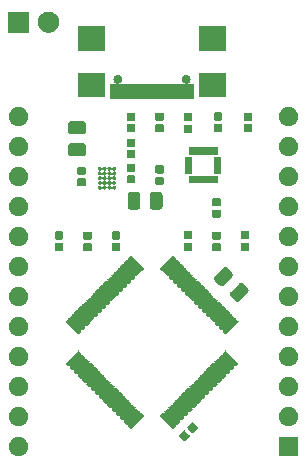
<source format=gts>
G04 #@! TF.GenerationSoftware,KiCad,Pcbnew,(5.1.5)-3*
G04 #@! TF.CreationDate,2020-01-04T17:30:10-08:00*
G04 #@! TF.ProjectId,pcb,7063622e-6b69-4636-9164-5f7063625858,v1.1*
G04 #@! TF.SameCoordinates,Original*
G04 #@! TF.FileFunction,Soldermask,Top*
G04 #@! TF.FilePolarity,Negative*
%FSLAX46Y46*%
G04 Gerber Fmt 4.6, Leading zero omitted, Abs format (unit mm)*
G04 Created by KiCad (PCBNEW (5.1.5)-3) date 2020-01-04 17:30:10*
%MOMM*%
%LPD*%
G04 APERTURE LIST*
%ADD10C,0.100000*%
G04 APERTURE END LIST*
D10*
G36*
X152705000Y-125781000D02*
G01*
X151079000Y-125781000D01*
X151079000Y-124155000D01*
X152705000Y-124155000D01*
X152705000Y-125781000D01*
G37*
G36*
X129269144Y-124186243D02*
G01*
X129417100Y-124247528D01*
X129550259Y-124336502D01*
X129663498Y-124449741D01*
X129752472Y-124582900D01*
X129813757Y-124730856D01*
X129845000Y-124887926D01*
X129845000Y-125048074D01*
X129813757Y-125205144D01*
X129752472Y-125353100D01*
X129663498Y-125486259D01*
X129550259Y-125599498D01*
X129417100Y-125688472D01*
X129269144Y-125749757D01*
X129112074Y-125781000D01*
X128951926Y-125781000D01*
X128794856Y-125749757D01*
X128646900Y-125688472D01*
X128513741Y-125599498D01*
X128400502Y-125486259D01*
X128311528Y-125353100D01*
X128250243Y-125205144D01*
X128219000Y-125048074D01*
X128219000Y-124887926D01*
X128250243Y-124730856D01*
X128311528Y-124582900D01*
X128400502Y-124449741D01*
X128513741Y-124336502D01*
X128646900Y-124247528D01*
X128794856Y-124186243D01*
X128951926Y-124155000D01*
X129112074Y-124155000D01*
X129269144Y-124186243D01*
G37*
G36*
X143089172Y-123598165D02*
G01*
X143116819Y-123606552D01*
X143142296Y-123620170D01*
X143166560Y-123640083D01*
X143478970Y-123952493D01*
X143498883Y-123976757D01*
X143512501Y-124002234D01*
X143520888Y-124029881D01*
X143523719Y-124058625D01*
X143520888Y-124087369D01*
X143512501Y-124115016D01*
X143498883Y-124140493D01*
X143478970Y-124164757D01*
X143201916Y-124441811D01*
X143177652Y-124461724D01*
X143152175Y-124475342D01*
X143124528Y-124483729D01*
X143095784Y-124486560D01*
X143067040Y-124483729D01*
X143039393Y-124475342D01*
X143013916Y-124461724D01*
X142989652Y-124441811D01*
X142677242Y-124129401D01*
X142657329Y-124105137D01*
X142643711Y-124079660D01*
X142635324Y-124052013D01*
X142632493Y-124023269D01*
X142635324Y-123994525D01*
X142643711Y-123966878D01*
X142657329Y-123941401D01*
X142677242Y-123917137D01*
X142954296Y-123640083D01*
X142978560Y-123620170D01*
X143004037Y-123606552D01*
X143031684Y-123598165D01*
X143060428Y-123595334D01*
X143089172Y-123598165D01*
G37*
G36*
X143775066Y-122912271D02*
G01*
X143802713Y-122920658D01*
X143828190Y-122934276D01*
X143852454Y-122954189D01*
X144164864Y-123266599D01*
X144184777Y-123290863D01*
X144198395Y-123316340D01*
X144206782Y-123343987D01*
X144209613Y-123372731D01*
X144206782Y-123401475D01*
X144198395Y-123429122D01*
X144184777Y-123454599D01*
X144164864Y-123478863D01*
X143887810Y-123755917D01*
X143863546Y-123775830D01*
X143838069Y-123789448D01*
X143810422Y-123797835D01*
X143781678Y-123800666D01*
X143752934Y-123797835D01*
X143725287Y-123789448D01*
X143699810Y-123775830D01*
X143675546Y-123755917D01*
X143363136Y-123443507D01*
X143343223Y-123419243D01*
X143329605Y-123393766D01*
X143321218Y-123366119D01*
X143318387Y-123337375D01*
X143321218Y-123308631D01*
X143329605Y-123280984D01*
X143343223Y-123255507D01*
X143363136Y-123231243D01*
X143640190Y-122954189D01*
X143664454Y-122934276D01*
X143689931Y-122920658D01*
X143717578Y-122912271D01*
X143746322Y-122909440D01*
X143775066Y-122912271D01*
G37*
G36*
X146589818Y-116815950D02*
G01*
X146603866Y-116820212D01*
X146616802Y-116827126D01*
X146630091Y-116838032D01*
X147635453Y-117843394D01*
X147646359Y-117856683D01*
X147653273Y-117869619D01*
X147657535Y-117883667D01*
X147658973Y-117898267D01*
X147657535Y-117912867D01*
X147653273Y-117926915D01*
X147646359Y-117939851D01*
X147635453Y-117953140D01*
X147460941Y-118127652D01*
X147447652Y-118138558D01*
X147434716Y-118145472D01*
X147420668Y-118149734D01*
X147406068Y-118151172D01*
X147391468Y-118149734D01*
X147377420Y-118145472D01*
X147364484Y-118138558D01*
X147363463Y-118137720D01*
X147355183Y-118132187D01*
X147345983Y-118128375D01*
X147336216Y-118126432D01*
X147326258Y-118126431D01*
X147316491Y-118128373D01*
X147307290Y-118132184D01*
X147299010Y-118137716D01*
X147291968Y-118144757D01*
X147286435Y-118153037D01*
X147282623Y-118162237D01*
X147280680Y-118172004D01*
X147280679Y-118181962D01*
X147282621Y-118191729D01*
X147286432Y-118200930D01*
X147291964Y-118209210D01*
X147292803Y-118210233D01*
X147299719Y-118223172D01*
X147303981Y-118237220D01*
X147305419Y-118251820D01*
X147303981Y-118266420D01*
X147299719Y-118280468D01*
X147292805Y-118293404D01*
X147281899Y-118306693D01*
X147107387Y-118481205D01*
X147094098Y-118492111D01*
X147081162Y-118499025D01*
X147067114Y-118503287D01*
X147052514Y-118504725D01*
X147037914Y-118503287D01*
X147023866Y-118499025D01*
X147010927Y-118492109D01*
X147009904Y-118491270D01*
X147001624Y-118485738D01*
X146992423Y-118481928D01*
X146982656Y-118479985D01*
X146972698Y-118479986D01*
X146962931Y-118481929D01*
X146953731Y-118485741D01*
X146945451Y-118491274D01*
X146938410Y-118498316D01*
X146932878Y-118506596D01*
X146929068Y-118515797D01*
X146927125Y-118525564D01*
X146927126Y-118535522D01*
X146929069Y-118545289D01*
X146932881Y-118554489D01*
X146938414Y-118562769D01*
X146939252Y-118563790D01*
X146946166Y-118576726D01*
X146950428Y-118590774D01*
X146951866Y-118605374D01*
X146950428Y-118619974D01*
X146946166Y-118634022D01*
X146939252Y-118646958D01*
X146928346Y-118660247D01*
X146753834Y-118834759D01*
X146740545Y-118845665D01*
X146727609Y-118852579D01*
X146713561Y-118856841D01*
X146698961Y-118858279D01*
X146684361Y-118856841D01*
X146670313Y-118852579D01*
X146657377Y-118845665D01*
X146656356Y-118844827D01*
X146648076Y-118839294D01*
X146638876Y-118835482D01*
X146629109Y-118833539D01*
X146619151Y-118833538D01*
X146609384Y-118835480D01*
X146600183Y-118839291D01*
X146591903Y-118844823D01*
X146584861Y-118851864D01*
X146579328Y-118860144D01*
X146575516Y-118869344D01*
X146573573Y-118879111D01*
X146573572Y-118889069D01*
X146575514Y-118898836D01*
X146579325Y-118908037D01*
X146584857Y-118916317D01*
X146585696Y-118917340D01*
X146592612Y-118930279D01*
X146596874Y-118944327D01*
X146598312Y-118958927D01*
X146596874Y-118973527D01*
X146592612Y-118987575D01*
X146585698Y-119000511D01*
X146574792Y-119013800D01*
X146400280Y-119188312D01*
X146386991Y-119199218D01*
X146374055Y-119206132D01*
X146360007Y-119210394D01*
X146345407Y-119211832D01*
X146330807Y-119210394D01*
X146316759Y-119206132D01*
X146303820Y-119199216D01*
X146302802Y-119198381D01*
X146294522Y-119192848D01*
X146285322Y-119189037D01*
X146275555Y-119187095D01*
X146265597Y-119187095D01*
X146255830Y-119189037D01*
X146246629Y-119192848D01*
X146238349Y-119198381D01*
X146231308Y-119205423D01*
X146225775Y-119213703D01*
X146221964Y-119222903D01*
X146220022Y-119232670D01*
X146220022Y-119242628D01*
X146221964Y-119252395D01*
X146225775Y-119261596D01*
X146231308Y-119269875D01*
X146232143Y-119270893D01*
X146239059Y-119283832D01*
X146243321Y-119297880D01*
X146244759Y-119312480D01*
X146243321Y-119327080D01*
X146239059Y-119341128D01*
X146232145Y-119354064D01*
X146221239Y-119367353D01*
X146046727Y-119541865D01*
X146033438Y-119552771D01*
X146020502Y-119559685D01*
X146006454Y-119563947D01*
X145991854Y-119565385D01*
X145977254Y-119563947D01*
X145963206Y-119559685D01*
X145950267Y-119552769D01*
X145949244Y-119551930D01*
X145940964Y-119546398D01*
X145931763Y-119542588D01*
X145921996Y-119540645D01*
X145912038Y-119540646D01*
X145902271Y-119542589D01*
X145893071Y-119546401D01*
X145884791Y-119551934D01*
X145877750Y-119558976D01*
X145872218Y-119567256D01*
X145868408Y-119576457D01*
X145866465Y-119586224D01*
X145866466Y-119596182D01*
X145868409Y-119605949D01*
X145872221Y-119615149D01*
X145877754Y-119623429D01*
X145878592Y-119624450D01*
X145885506Y-119637386D01*
X145889768Y-119651434D01*
X145891206Y-119666034D01*
X145889768Y-119680634D01*
X145885506Y-119694682D01*
X145878592Y-119707618D01*
X145867686Y-119720907D01*
X145693174Y-119895419D01*
X145679885Y-119906325D01*
X145666949Y-119913239D01*
X145652901Y-119917501D01*
X145638301Y-119918939D01*
X145623701Y-119917501D01*
X145609653Y-119913239D01*
X145596717Y-119906325D01*
X145595696Y-119905487D01*
X145587416Y-119899954D01*
X145578216Y-119896142D01*
X145568449Y-119894199D01*
X145558491Y-119894198D01*
X145548724Y-119896140D01*
X145539523Y-119899951D01*
X145531243Y-119905483D01*
X145524201Y-119912524D01*
X145518668Y-119920804D01*
X145514856Y-119930004D01*
X145512913Y-119939771D01*
X145512912Y-119949729D01*
X145514854Y-119959496D01*
X145518665Y-119968697D01*
X145524197Y-119976977D01*
X145525036Y-119978000D01*
X145531952Y-119990939D01*
X145536214Y-120004987D01*
X145537652Y-120019587D01*
X145536214Y-120034187D01*
X145531952Y-120048235D01*
X145525038Y-120061171D01*
X145514132Y-120074460D01*
X145339620Y-120248972D01*
X145326331Y-120259878D01*
X145313395Y-120266792D01*
X145299347Y-120271054D01*
X145284747Y-120272492D01*
X145270147Y-120271054D01*
X145256099Y-120266792D01*
X145243160Y-120259876D01*
X145242142Y-120259041D01*
X145233862Y-120253508D01*
X145224662Y-120249697D01*
X145214895Y-120247755D01*
X145204937Y-120247755D01*
X145195170Y-120249697D01*
X145185969Y-120253508D01*
X145177689Y-120259041D01*
X145170648Y-120266083D01*
X145165115Y-120274363D01*
X145161304Y-120283563D01*
X145159362Y-120293330D01*
X145159362Y-120303288D01*
X145161304Y-120313055D01*
X145165115Y-120322256D01*
X145170648Y-120330535D01*
X145171483Y-120331553D01*
X145178399Y-120344492D01*
X145182661Y-120358540D01*
X145184099Y-120373140D01*
X145182661Y-120387740D01*
X145178399Y-120401788D01*
X145171485Y-120414724D01*
X145160579Y-120428013D01*
X144986067Y-120602525D01*
X144972778Y-120613431D01*
X144959842Y-120620345D01*
X144945794Y-120624607D01*
X144931194Y-120626045D01*
X144916594Y-120624607D01*
X144902546Y-120620345D01*
X144889610Y-120613431D01*
X144888584Y-120612589D01*
X144880304Y-120607056D01*
X144871104Y-120603245D01*
X144861337Y-120601303D01*
X144851378Y-120601303D01*
X144841611Y-120603245D01*
X144832411Y-120607056D01*
X144824131Y-120612589D01*
X144817089Y-120619630D01*
X144811556Y-120627910D01*
X144807745Y-120637110D01*
X144805803Y-120646877D01*
X144805803Y-120656836D01*
X144807745Y-120666603D01*
X144811556Y-120675803D01*
X144817089Y-120684084D01*
X144817931Y-120685110D01*
X144824845Y-120698046D01*
X144829107Y-120712094D01*
X144830545Y-120726694D01*
X144829107Y-120741294D01*
X144824845Y-120755342D01*
X144817931Y-120768278D01*
X144807025Y-120781567D01*
X144632513Y-120956079D01*
X144619224Y-120966985D01*
X144606288Y-120973899D01*
X144592240Y-120978161D01*
X144577640Y-120979599D01*
X144563040Y-120978161D01*
X144548992Y-120973899D01*
X144536053Y-120966983D01*
X144535035Y-120966148D01*
X144526755Y-120960615D01*
X144517555Y-120956804D01*
X144507788Y-120954862D01*
X144497830Y-120954862D01*
X144488063Y-120956804D01*
X144478862Y-120960615D01*
X144470582Y-120966148D01*
X144463541Y-120973190D01*
X144458008Y-120981470D01*
X144454197Y-120990670D01*
X144452255Y-121000437D01*
X144452255Y-121010395D01*
X144454197Y-121020162D01*
X144458008Y-121029363D01*
X144463541Y-121037642D01*
X144464376Y-121038660D01*
X144471292Y-121051599D01*
X144475554Y-121065647D01*
X144476992Y-121080247D01*
X144475554Y-121094847D01*
X144471292Y-121108895D01*
X144464378Y-121121831D01*
X144453472Y-121135120D01*
X144278960Y-121309632D01*
X144265671Y-121320538D01*
X144252735Y-121327452D01*
X144238687Y-121331714D01*
X144224087Y-121333152D01*
X144209487Y-121331714D01*
X144195439Y-121327452D01*
X144182500Y-121320536D01*
X144181477Y-121319697D01*
X144173197Y-121314165D01*
X144163996Y-121310355D01*
X144154229Y-121308412D01*
X144144271Y-121308413D01*
X144134504Y-121310356D01*
X144125304Y-121314168D01*
X144117024Y-121319701D01*
X144109983Y-121326743D01*
X144104451Y-121335023D01*
X144100641Y-121344224D01*
X144098698Y-121353991D01*
X144098699Y-121363949D01*
X144100642Y-121373716D01*
X144104454Y-121382916D01*
X144109987Y-121391196D01*
X144110825Y-121392217D01*
X144117739Y-121405153D01*
X144122001Y-121419201D01*
X144123439Y-121433801D01*
X144122001Y-121448401D01*
X144117739Y-121462449D01*
X144110825Y-121475385D01*
X144099919Y-121488674D01*
X143925407Y-121663186D01*
X143912118Y-121674092D01*
X143899182Y-121681006D01*
X143885134Y-121685268D01*
X143870534Y-121686706D01*
X143855934Y-121685268D01*
X143841886Y-121681006D01*
X143828950Y-121674092D01*
X143827929Y-121673254D01*
X143819649Y-121667721D01*
X143810449Y-121663909D01*
X143800682Y-121661966D01*
X143790724Y-121661965D01*
X143780957Y-121663907D01*
X143771756Y-121667718D01*
X143763476Y-121673250D01*
X143756434Y-121680291D01*
X143750901Y-121688571D01*
X143747089Y-121697771D01*
X143745146Y-121707538D01*
X143745145Y-121717496D01*
X143747087Y-121727263D01*
X143750898Y-121736464D01*
X143756430Y-121744744D01*
X143757269Y-121745767D01*
X143764185Y-121758706D01*
X143768447Y-121772754D01*
X143769885Y-121787354D01*
X143768447Y-121801954D01*
X143764185Y-121816002D01*
X143757271Y-121828938D01*
X143746365Y-121842227D01*
X143571853Y-122016739D01*
X143558564Y-122027645D01*
X143545628Y-122034559D01*
X143531580Y-122038821D01*
X143516980Y-122040259D01*
X143502380Y-122038821D01*
X143488332Y-122034559D01*
X143475393Y-122027643D01*
X143474375Y-122026808D01*
X143466095Y-122021275D01*
X143456895Y-122017464D01*
X143447128Y-122015522D01*
X143437170Y-122015522D01*
X143427403Y-122017464D01*
X143418202Y-122021275D01*
X143409922Y-122026808D01*
X143402881Y-122033850D01*
X143397348Y-122042130D01*
X143393537Y-122051330D01*
X143391595Y-122061097D01*
X143391595Y-122071055D01*
X143393537Y-122080822D01*
X143397348Y-122090023D01*
X143402881Y-122098302D01*
X143403716Y-122099320D01*
X143410632Y-122112259D01*
X143414894Y-122126307D01*
X143416332Y-122140907D01*
X143414894Y-122155507D01*
X143410632Y-122169555D01*
X143403718Y-122182491D01*
X143392812Y-122195780D01*
X143218300Y-122370292D01*
X143205011Y-122381198D01*
X143192075Y-122388112D01*
X143178027Y-122392374D01*
X143163427Y-122393812D01*
X143148827Y-122392374D01*
X143134779Y-122388112D01*
X143121840Y-122381196D01*
X143120817Y-122380357D01*
X143112537Y-122374825D01*
X143103336Y-122371015D01*
X143093569Y-122369072D01*
X143083611Y-122369073D01*
X143073844Y-122371016D01*
X143064644Y-122374828D01*
X143056364Y-122380361D01*
X143049323Y-122387403D01*
X143043791Y-122395683D01*
X143039981Y-122404884D01*
X143038038Y-122414651D01*
X143038039Y-122424609D01*
X143039982Y-122434376D01*
X143043794Y-122443576D01*
X143049327Y-122451856D01*
X143050165Y-122452877D01*
X143057079Y-122465813D01*
X143061341Y-122479861D01*
X143062779Y-122494461D01*
X143061341Y-122509061D01*
X143057079Y-122523109D01*
X143050165Y-122536045D01*
X143039259Y-122549334D01*
X142864747Y-122723846D01*
X142851458Y-122734752D01*
X142838522Y-122741666D01*
X142824474Y-122745928D01*
X142809874Y-122747366D01*
X142795274Y-122745928D01*
X142781226Y-122741666D01*
X142768290Y-122734752D01*
X142767269Y-122733914D01*
X142758989Y-122728381D01*
X142749789Y-122724569D01*
X142740022Y-122722626D01*
X142730064Y-122722625D01*
X142720297Y-122724567D01*
X142711096Y-122728378D01*
X142702816Y-122733910D01*
X142695774Y-122740951D01*
X142690241Y-122749231D01*
X142686429Y-122758431D01*
X142684486Y-122768198D01*
X142684485Y-122778156D01*
X142686427Y-122787923D01*
X142690238Y-122797124D01*
X142695770Y-122805404D01*
X142696609Y-122806427D01*
X142703525Y-122819366D01*
X142707787Y-122833414D01*
X142709225Y-122848014D01*
X142707787Y-122862614D01*
X142703525Y-122876662D01*
X142696611Y-122889598D01*
X142685705Y-122902887D01*
X142511193Y-123077399D01*
X142497904Y-123088305D01*
X142484968Y-123095219D01*
X142470920Y-123099481D01*
X142456320Y-123100919D01*
X142441720Y-123099481D01*
X142427672Y-123095219D01*
X142414733Y-123088303D01*
X142413710Y-123087464D01*
X142405430Y-123081932D01*
X142396229Y-123078122D01*
X142386462Y-123076179D01*
X142376504Y-123076180D01*
X142366737Y-123078123D01*
X142357537Y-123081935D01*
X142349257Y-123087468D01*
X142342216Y-123094510D01*
X142336684Y-123102790D01*
X142332874Y-123111991D01*
X142330931Y-123121758D01*
X142330932Y-123131716D01*
X142332875Y-123141483D01*
X142336687Y-123150683D01*
X142342220Y-123158963D01*
X142343058Y-123159984D01*
X142349972Y-123172920D01*
X142354234Y-123186968D01*
X142355672Y-123201568D01*
X142354234Y-123216168D01*
X142349972Y-123230216D01*
X142343058Y-123243152D01*
X142332152Y-123256441D01*
X142157640Y-123430953D01*
X142144351Y-123441859D01*
X142131415Y-123448773D01*
X142117367Y-123453035D01*
X142102767Y-123454473D01*
X142088167Y-123453035D01*
X142074119Y-123448773D01*
X142061183Y-123441859D01*
X142047894Y-123430953D01*
X141042532Y-122425591D01*
X141031626Y-122412302D01*
X141024712Y-122399366D01*
X141020450Y-122385318D01*
X141019012Y-122370718D01*
X141020450Y-122356118D01*
X141024712Y-122342070D01*
X141031626Y-122329134D01*
X141042532Y-122315845D01*
X141217044Y-122141333D01*
X141230333Y-122130427D01*
X141243269Y-122123513D01*
X141257317Y-122119251D01*
X141271917Y-122117813D01*
X141286517Y-122119251D01*
X141300565Y-122123513D01*
X141313504Y-122130429D01*
X141314527Y-122131268D01*
X141322807Y-122136800D01*
X141332008Y-122140610D01*
X141341775Y-122142553D01*
X141351733Y-122142552D01*
X141361500Y-122140609D01*
X141370700Y-122136797D01*
X141378980Y-122131264D01*
X141386021Y-122124222D01*
X141391553Y-122115942D01*
X141395363Y-122106741D01*
X141397306Y-122096974D01*
X141397305Y-122087016D01*
X141395362Y-122077249D01*
X141391550Y-122068049D01*
X141386017Y-122059769D01*
X141385179Y-122058748D01*
X141378265Y-122045812D01*
X141374003Y-122031764D01*
X141372565Y-122017164D01*
X141374003Y-122002564D01*
X141378265Y-121988516D01*
X141385179Y-121975580D01*
X141396085Y-121962291D01*
X141570597Y-121787779D01*
X141583886Y-121776873D01*
X141596822Y-121769959D01*
X141610870Y-121765697D01*
X141625470Y-121764259D01*
X141640070Y-121765697D01*
X141654118Y-121769959D01*
X141667054Y-121776873D01*
X141668075Y-121777711D01*
X141676355Y-121783244D01*
X141685555Y-121787056D01*
X141695322Y-121788999D01*
X141705280Y-121789000D01*
X141715047Y-121787058D01*
X141724248Y-121783247D01*
X141732528Y-121777715D01*
X141739570Y-121770674D01*
X141745103Y-121762394D01*
X141748915Y-121753194D01*
X141750858Y-121743427D01*
X141750859Y-121733469D01*
X141748917Y-121723702D01*
X141745106Y-121714501D01*
X141739574Y-121706221D01*
X141738735Y-121705198D01*
X141731819Y-121692259D01*
X141727557Y-121678211D01*
X141726119Y-121663611D01*
X141727557Y-121649011D01*
X141731819Y-121634963D01*
X141738733Y-121622027D01*
X141749639Y-121608738D01*
X141924151Y-121434226D01*
X141937440Y-121423320D01*
X141950376Y-121416406D01*
X141964424Y-121412144D01*
X141979024Y-121410706D01*
X141993624Y-121412144D01*
X142007672Y-121416406D01*
X142020611Y-121423322D01*
X142021634Y-121424161D01*
X142029914Y-121429693D01*
X142039115Y-121433503D01*
X142048882Y-121435446D01*
X142058840Y-121435445D01*
X142068607Y-121433502D01*
X142077807Y-121429690D01*
X142086087Y-121424157D01*
X142093128Y-121417115D01*
X142098660Y-121408835D01*
X142102470Y-121399634D01*
X142104413Y-121389867D01*
X142104412Y-121379909D01*
X142102469Y-121370142D01*
X142098657Y-121360942D01*
X142093124Y-121352662D01*
X142092286Y-121351641D01*
X142085372Y-121338705D01*
X142081110Y-121324657D01*
X142079672Y-121310057D01*
X142081110Y-121295457D01*
X142085372Y-121281409D01*
X142092286Y-121268473D01*
X142103192Y-121255184D01*
X142277704Y-121080672D01*
X142290993Y-121069766D01*
X142303929Y-121062852D01*
X142317977Y-121058590D01*
X142332577Y-121057152D01*
X142347177Y-121058590D01*
X142361225Y-121062852D01*
X142374164Y-121069768D01*
X142375182Y-121070603D01*
X142383462Y-121076136D01*
X142392662Y-121079947D01*
X142402429Y-121081889D01*
X142412387Y-121081889D01*
X142422154Y-121079947D01*
X142431355Y-121076136D01*
X142439635Y-121070603D01*
X142446676Y-121063561D01*
X142452209Y-121055281D01*
X142456020Y-121046081D01*
X142457962Y-121036314D01*
X142457962Y-121026356D01*
X142456020Y-121016589D01*
X142452209Y-121007388D01*
X142446676Y-120999109D01*
X142445841Y-120998091D01*
X142438925Y-120985152D01*
X142434663Y-120971104D01*
X142433225Y-120956504D01*
X142434663Y-120941904D01*
X142438925Y-120927856D01*
X142445839Y-120914920D01*
X142456745Y-120901631D01*
X142631257Y-120727119D01*
X142644546Y-120716213D01*
X142657482Y-120709299D01*
X142671530Y-120705037D01*
X142686130Y-120703599D01*
X142700730Y-120705037D01*
X142714778Y-120709299D01*
X142727714Y-120716213D01*
X142728735Y-120717051D01*
X142737015Y-120722584D01*
X142746215Y-120726396D01*
X142755982Y-120728339D01*
X142765940Y-120728340D01*
X142775707Y-120726398D01*
X142784908Y-120722587D01*
X142793188Y-120717055D01*
X142800230Y-120710014D01*
X142805763Y-120701734D01*
X142809575Y-120692534D01*
X142811518Y-120682767D01*
X142811519Y-120672809D01*
X142809577Y-120663042D01*
X142805766Y-120653841D01*
X142800234Y-120645561D01*
X142799395Y-120644538D01*
X142792479Y-120631599D01*
X142788217Y-120617551D01*
X142786779Y-120602951D01*
X142788217Y-120588351D01*
X142792479Y-120574303D01*
X142799393Y-120561367D01*
X142810299Y-120548078D01*
X142984811Y-120373566D01*
X142998100Y-120362660D01*
X143011036Y-120355746D01*
X143025084Y-120351484D01*
X143039684Y-120350046D01*
X143054284Y-120351484D01*
X143068332Y-120355746D01*
X143081271Y-120362662D01*
X143082294Y-120363501D01*
X143090574Y-120369033D01*
X143099775Y-120372843D01*
X143109542Y-120374786D01*
X143119500Y-120374785D01*
X143129267Y-120372842D01*
X143138467Y-120369030D01*
X143146747Y-120363497D01*
X143153788Y-120356455D01*
X143159320Y-120348175D01*
X143163130Y-120338974D01*
X143165073Y-120329207D01*
X143165072Y-120319249D01*
X143163129Y-120309482D01*
X143159317Y-120300282D01*
X143153784Y-120292002D01*
X143152946Y-120290981D01*
X143146032Y-120278045D01*
X143141770Y-120263997D01*
X143140332Y-120249397D01*
X143141770Y-120234797D01*
X143146032Y-120220749D01*
X143152946Y-120207813D01*
X143163852Y-120194524D01*
X143338364Y-120020012D01*
X143351653Y-120009106D01*
X143364589Y-120002192D01*
X143378637Y-119997930D01*
X143393237Y-119996492D01*
X143407837Y-119997930D01*
X143421885Y-120002192D01*
X143434824Y-120009108D01*
X143435842Y-120009943D01*
X143444122Y-120015476D01*
X143453322Y-120019287D01*
X143463089Y-120021229D01*
X143473047Y-120021229D01*
X143482814Y-120019287D01*
X143492015Y-120015476D01*
X143500295Y-120009943D01*
X143507336Y-120002901D01*
X143512869Y-119994621D01*
X143516680Y-119985421D01*
X143518622Y-119975654D01*
X143518622Y-119965696D01*
X143516680Y-119955929D01*
X143512869Y-119946728D01*
X143507336Y-119938449D01*
X143506501Y-119937431D01*
X143499585Y-119924492D01*
X143495323Y-119910444D01*
X143493885Y-119895844D01*
X143495323Y-119881244D01*
X143499585Y-119867196D01*
X143506499Y-119854260D01*
X143517405Y-119840971D01*
X143691917Y-119666459D01*
X143705206Y-119655553D01*
X143718142Y-119648639D01*
X143732190Y-119644377D01*
X143746790Y-119642939D01*
X143761390Y-119644377D01*
X143775438Y-119648639D01*
X143788374Y-119655553D01*
X143789400Y-119656395D01*
X143797680Y-119661928D01*
X143806880Y-119665739D01*
X143816647Y-119667681D01*
X143826606Y-119667681D01*
X143836373Y-119665739D01*
X143845573Y-119661928D01*
X143853853Y-119656395D01*
X143860895Y-119649354D01*
X143866428Y-119641074D01*
X143870239Y-119631874D01*
X143872181Y-119622107D01*
X143872181Y-119612148D01*
X143870239Y-119602381D01*
X143866428Y-119593181D01*
X143860895Y-119584900D01*
X143860053Y-119583874D01*
X143853139Y-119570938D01*
X143848877Y-119556890D01*
X143847439Y-119542290D01*
X143848877Y-119527690D01*
X143853139Y-119513642D01*
X143860053Y-119500706D01*
X143870959Y-119487417D01*
X144045471Y-119312905D01*
X144058760Y-119301999D01*
X144071696Y-119295085D01*
X144085744Y-119290823D01*
X144100344Y-119289385D01*
X144114944Y-119290823D01*
X144128992Y-119295085D01*
X144141931Y-119302001D01*
X144142949Y-119302836D01*
X144151229Y-119308369D01*
X144160429Y-119312180D01*
X144170196Y-119314122D01*
X144180154Y-119314122D01*
X144189921Y-119312180D01*
X144199122Y-119308369D01*
X144207402Y-119302836D01*
X144214443Y-119295794D01*
X144219976Y-119287514D01*
X144223787Y-119278314D01*
X144225729Y-119268547D01*
X144225729Y-119258589D01*
X144223787Y-119248822D01*
X144219976Y-119239621D01*
X144214443Y-119231342D01*
X144213608Y-119230324D01*
X144206692Y-119217385D01*
X144202430Y-119203337D01*
X144200992Y-119188737D01*
X144202430Y-119174137D01*
X144206692Y-119160089D01*
X144213606Y-119147153D01*
X144224512Y-119133864D01*
X144399024Y-118959352D01*
X144412313Y-118948446D01*
X144425249Y-118941532D01*
X144439297Y-118937270D01*
X144453897Y-118935832D01*
X144468497Y-118937270D01*
X144482545Y-118941532D01*
X144495481Y-118948446D01*
X144496502Y-118949284D01*
X144504782Y-118954817D01*
X144513982Y-118958629D01*
X144523749Y-118960572D01*
X144533707Y-118960573D01*
X144543474Y-118958631D01*
X144552675Y-118954820D01*
X144560955Y-118949288D01*
X144567997Y-118942247D01*
X144573530Y-118933967D01*
X144577342Y-118924767D01*
X144579285Y-118915000D01*
X144579286Y-118905042D01*
X144577344Y-118895275D01*
X144573533Y-118886074D01*
X144568001Y-118877794D01*
X144567162Y-118876771D01*
X144560246Y-118863832D01*
X144555984Y-118849784D01*
X144554546Y-118835184D01*
X144555984Y-118820584D01*
X144560246Y-118806536D01*
X144567160Y-118793600D01*
X144578066Y-118780311D01*
X144752578Y-118605799D01*
X144765867Y-118594893D01*
X144778803Y-118587979D01*
X144792851Y-118583717D01*
X144807451Y-118582279D01*
X144822051Y-118583717D01*
X144836099Y-118587979D01*
X144849038Y-118594895D01*
X144850061Y-118595734D01*
X144858341Y-118601266D01*
X144867542Y-118605076D01*
X144877309Y-118607019D01*
X144887267Y-118607018D01*
X144897034Y-118605075D01*
X144906234Y-118601263D01*
X144914514Y-118595730D01*
X144921555Y-118588688D01*
X144927087Y-118580408D01*
X144930897Y-118571207D01*
X144932840Y-118561440D01*
X144932839Y-118551482D01*
X144930896Y-118541715D01*
X144927084Y-118532515D01*
X144921551Y-118524235D01*
X144920713Y-118523214D01*
X144913799Y-118510278D01*
X144909537Y-118496230D01*
X144908099Y-118481630D01*
X144909537Y-118467030D01*
X144913799Y-118452982D01*
X144920713Y-118440046D01*
X144931619Y-118426757D01*
X145106131Y-118252245D01*
X145119420Y-118241339D01*
X145132356Y-118234425D01*
X145146404Y-118230163D01*
X145161004Y-118228725D01*
X145175604Y-118230163D01*
X145189652Y-118234425D01*
X145202591Y-118241341D01*
X145203609Y-118242176D01*
X145211889Y-118247709D01*
X145221089Y-118251520D01*
X145230856Y-118253462D01*
X145240814Y-118253462D01*
X145250581Y-118251520D01*
X145259782Y-118247709D01*
X145268062Y-118242176D01*
X145275103Y-118235134D01*
X145280636Y-118226854D01*
X145284447Y-118217654D01*
X145286389Y-118207887D01*
X145286389Y-118197929D01*
X145284447Y-118188162D01*
X145280636Y-118178961D01*
X145275103Y-118170682D01*
X145274268Y-118169664D01*
X145267352Y-118156725D01*
X145263090Y-118142677D01*
X145261652Y-118128077D01*
X145263090Y-118113477D01*
X145267352Y-118099429D01*
X145274266Y-118086493D01*
X145285172Y-118073204D01*
X145459684Y-117898692D01*
X145472973Y-117887786D01*
X145485909Y-117880872D01*
X145499957Y-117876610D01*
X145514557Y-117875172D01*
X145529157Y-117876610D01*
X145543205Y-117880872D01*
X145556141Y-117887786D01*
X145557162Y-117888624D01*
X145565442Y-117894157D01*
X145574642Y-117897969D01*
X145584409Y-117899912D01*
X145594367Y-117899913D01*
X145604134Y-117897971D01*
X145613335Y-117894160D01*
X145621615Y-117888628D01*
X145628657Y-117881587D01*
X145634190Y-117873307D01*
X145638002Y-117864107D01*
X145639945Y-117854340D01*
X145639946Y-117844382D01*
X145638004Y-117834615D01*
X145634193Y-117825414D01*
X145628661Y-117817134D01*
X145627822Y-117816111D01*
X145620906Y-117803172D01*
X145616644Y-117789124D01*
X145615206Y-117774524D01*
X145616644Y-117759924D01*
X145620906Y-117745876D01*
X145627820Y-117732940D01*
X145638726Y-117719651D01*
X145813238Y-117545139D01*
X145826527Y-117534233D01*
X145839463Y-117527319D01*
X145853511Y-117523057D01*
X145868111Y-117521619D01*
X145882711Y-117523057D01*
X145896759Y-117527319D01*
X145909698Y-117534235D01*
X145910721Y-117535074D01*
X145919001Y-117540606D01*
X145928202Y-117544416D01*
X145937969Y-117546359D01*
X145947927Y-117546358D01*
X145957694Y-117544415D01*
X145966894Y-117540603D01*
X145975174Y-117535070D01*
X145982215Y-117528028D01*
X145987747Y-117519748D01*
X145991557Y-117510547D01*
X145993500Y-117500780D01*
X145993499Y-117490822D01*
X145991556Y-117481055D01*
X145987744Y-117471855D01*
X145982211Y-117463575D01*
X145981373Y-117462554D01*
X145974459Y-117449618D01*
X145970197Y-117435570D01*
X145968759Y-117420970D01*
X145970197Y-117406370D01*
X145974459Y-117392322D01*
X145981373Y-117379386D01*
X145992279Y-117366097D01*
X146166791Y-117191585D01*
X146180080Y-117180679D01*
X146193016Y-117173765D01*
X146207064Y-117169503D01*
X146221664Y-117168065D01*
X146236264Y-117169503D01*
X146250312Y-117173765D01*
X146263248Y-117180679D01*
X146264269Y-117181517D01*
X146272549Y-117187050D01*
X146281749Y-117190862D01*
X146291516Y-117192805D01*
X146301474Y-117192806D01*
X146311241Y-117190864D01*
X146320442Y-117187053D01*
X146328722Y-117181521D01*
X146335764Y-117174480D01*
X146341297Y-117166200D01*
X146345109Y-117157000D01*
X146347052Y-117147233D01*
X146347053Y-117137275D01*
X146345111Y-117127508D01*
X146341300Y-117118307D01*
X146335768Y-117110027D01*
X146334929Y-117109004D01*
X146328013Y-117096065D01*
X146323751Y-117082017D01*
X146322313Y-117067417D01*
X146323751Y-117052817D01*
X146328013Y-117038769D01*
X146334927Y-117025833D01*
X146345833Y-117012544D01*
X146520345Y-116838032D01*
X146533634Y-116827126D01*
X146546570Y-116820212D01*
X146560618Y-116815950D01*
X146575218Y-116814512D01*
X146589818Y-116815950D01*
G37*
G36*
X134109382Y-116815950D02*
G01*
X134123430Y-116820212D01*
X134136366Y-116827126D01*
X134149655Y-116838032D01*
X134324167Y-117012544D01*
X134335073Y-117025833D01*
X134341987Y-117038769D01*
X134346249Y-117052817D01*
X134347687Y-117067417D01*
X134346249Y-117082017D01*
X134341987Y-117096065D01*
X134335071Y-117109004D01*
X134334232Y-117110027D01*
X134328700Y-117118307D01*
X134324890Y-117127508D01*
X134322947Y-117137275D01*
X134322948Y-117147233D01*
X134324891Y-117157000D01*
X134328703Y-117166200D01*
X134334236Y-117174480D01*
X134341278Y-117181521D01*
X134349558Y-117187053D01*
X134358759Y-117190863D01*
X134368526Y-117192806D01*
X134378484Y-117192805D01*
X134388251Y-117190862D01*
X134397451Y-117187050D01*
X134405731Y-117181517D01*
X134406752Y-117180679D01*
X134419688Y-117173765D01*
X134433736Y-117169503D01*
X134448336Y-117168065D01*
X134462936Y-117169503D01*
X134476984Y-117173765D01*
X134489920Y-117180679D01*
X134503209Y-117191585D01*
X134677721Y-117366097D01*
X134688627Y-117379386D01*
X134695541Y-117392322D01*
X134699803Y-117406370D01*
X134701241Y-117420970D01*
X134699803Y-117435570D01*
X134695541Y-117449618D01*
X134688627Y-117462554D01*
X134687789Y-117463575D01*
X134682256Y-117471855D01*
X134678444Y-117481055D01*
X134676501Y-117490822D01*
X134676500Y-117500780D01*
X134678442Y-117510547D01*
X134682253Y-117519748D01*
X134687785Y-117528028D01*
X134694826Y-117535070D01*
X134703106Y-117540603D01*
X134712306Y-117544415D01*
X134722073Y-117546358D01*
X134732031Y-117546359D01*
X134741798Y-117544417D01*
X134750999Y-117540606D01*
X134759279Y-117535074D01*
X134760302Y-117534235D01*
X134773241Y-117527319D01*
X134787289Y-117523057D01*
X134801889Y-117521619D01*
X134816489Y-117523057D01*
X134830537Y-117527319D01*
X134843473Y-117534233D01*
X134856762Y-117545139D01*
X135031274Y-117719651D01*
X135042180Y-117732940D01*
X135049094Y-117745876D01*
X135053356Y-117759924D01*
X135054794Y-117774524D01*
X135053356Y-117789124D01*
X135049094Y-117803172D01*
X135042178Y-117816111D01*
X135041339Y-117817134D01*
X135035807Y-117825414D01*
X135031997Y-117834615D01*
X135030054Y-117844382D01*
X135030055Y-117854340D01*
X135031998Y-117864107D01*
X135035810Y-117873307D01*
X135041343Y-117881587D01*
X135048385Y-117888628D01*
X135056665Y-117894160D01*
X135065866Y-117897970D01*
X135075633Y-117899913D01*
X135085591Y-117899912D01*
X135095358Y-117897969D01*
X135104558Y-117894157D01*
X135112838Y-117888624D01*
X135113859Y-117887786D01*
X135126795Y-117880872D01*
X135140843Y-117876610D01*
X135155443Y-117875172D01*
X135170043Y-117876610D01*
X135184091Y-117880872D01*
X135197027Y-117887786D01*
X135210316Y-117898692D01*
X135384828Y-118073204D01*
X135395734Y-118086493D01*
X135402648Y-118099429D01*
X135406910Y-118113477D01*
X135408348Y-118128077D01*
X135406910Y-118142677D01*
X135402648Y-118156725D01*
X135395732Y-118169664D01*
X135394897Y-118170682D01*
X135389364Y-118178962D01*
X135385553Y-118188162D01*
X135383611Y-118197929D01*
X135383611Y-118207887D01*
X135385553Y-118217654D01*
X135389364Y-118226855D01*
X135394897Y-118235135D01*
X135401939Y-118242176D01*
X135410219Y-118247709D01*
X135419419Y-118251520D01*
X135429186Y-118253462D01*
X135439144Y-118253462D01*
X135448911Y-118251520D01*
X135458112Y-118247709D01*
X135466391Y-118242176D01*
X135467409Y-118241341D01*
X135480348Y-118234425D01*
X135494396Y-118230163D01*
X135508996Y-118228725D01*
X135523596Y-118230163D01*
X135537644Y-118234425D01*
X135550580Y-118241339D01*
X135563869Y-118252245D01*
X135738381Y-118426757D01*
X135749287Y-118440046D01*
X135756201Y-118452982D01*
X135760463Y-118467030D01*
X135761901Y-118481630D01*
X135760463Y-118496230D01*
X135756201Y-118510278D01*
X135749287Y-118523214D01*
X135748449Y-118524235D01*
X135742916Y-118532515D01*
X135739104Y-118541715D01*
X135737161Y-118551482D01*
X135737160Y-118561440D01*
X135739102Y-118571207D01*
X135742913Y-118580408D01*
X135748445Y-118588688D01*
X135755486Y-118595730D01*
X135763766Y-118601263D01*
X135772966Y-118605075D01*
X135782733Y-118607018D01*
X135792691Y-118607019D01*
X135802458Y-118605077D01*
X135811659Y-118601266D01*
X135819939Y-118595734D01*
X135820962Y-118594895D01*
X135833901Y-118587979D01*
X135847949Y-118583717D01*
X135862549Y-118582279D01*
X135877149Y-118583717D01*
X135891197Y-118587979D01*
X135904133Y-118594893D01*
X135917422Y-118605799D01*
X136091934Y-118780311D01*
X136102840Y-118793600D01*
X136109754Y-118806536D01*
X136114016Y-118820584D01*
X136115454Y-118835184D01*
X136114016Y-118849784D01*
X136109754Y-118863832D01*
X136102838Y-118876771D01*
X136101999Y-118877794D01*
X136096467Y-118886074D01*
X136092657Y-118895275D01*
X136090714Y-118905042D01*
X136090715Y-118915000D01*
X136092658Y-118924767D01*
X136096470Y-118933967D01*
X136102003Y-118942247D01*
X136109045Y-118949288D01*
X136117325Y-118954820D01*
X136126526Y-118958630D01*
X136136293Y-118960573D01*
X136146251Y-118960572D01*
X136156018Y-118958629D01*
X136165218Y-118954817D01*
X136173498Y-118949284D01*
X136174519Y-118948446D01*
X136187455Y-118941532D01*
X136201503Y-118937270D01*
X136216103Y-118935832D01*
X136230703Y-118937270D01*
X136244751Y-118941532D01*
X136257687Y-118948446D01*
X136270976Y-118959352D01*
X136445488Y-119133864D01*
X136456394Y-119147153D01*
X136463308Y-119160089D01*
X136467570Y-119174137D01*
X136469008Y-119188737D01*
X136467570Y-119203337D01*
X136463308Y-119217385D01*
X136456392Y-119230324D01*
X136455557Y-119231342D01*
X136450024Y-119239622D01*
X136446213Y-119248822D01*
X136444271Y-119258589D01*
X136444271Y-119268547D01*
X136446213Y-119278314D01*
X136450024Y-119287515D01*
X136455557Y-119295795D01*
X136462599Y-119302836D01*
X136470879Y-119308369D01*
X136480079Y-119312180D01*
X136489846Y-119314122D01*
X136499804Y-119314122D01*
X136509571Y-119312180D01*
X136518772Y-119308369D01*
X136527051Y-119302836D01*
X136528069Y-119302001D01*
X136541008Y-119295085D01*
X136555056Y-119290823D01*
X136569656Y-119289385D01*
X136584256Y-119290823D01*
X136598304Y-119295085D01*
X136611240Y-119301999D01*
X136624529Y-119312905D01*
X136799041Y-119487417D01*
X136809947Y-119500706D01*
X136816861Y-119513642D01*
X136821123Y-119527690D01*
X136822561Y-119542290D01*
X136821123Y-119556890D01*
X136816861Y-119570938D01*
X136809947Y-119583874D01*
X136809105Y-119584900D01*
X136803572Y-119593180D01*
X136799761Y-119602380D01*
X136797819Y-119612147D01*
X136797819Y-119622106D01*
X136799761Y-119631873D01*
X136803572Y-119641073D01*
X136809105Y-119649353D01*
X136816146Y-119656395D01*
X136824426Y-119661928D01*
X136833626Y-119665739D01*
X136843393Y-119667681D01*
X136853352Y-119667681D01*
X136863119Y-119665739D01*
X136872319Y-119661928D01*
X136880600Y-119656395D01*
X136881626Y-119655553D01*
X136894562Y-119648639D01*
X136908610Y-119644377D01*
X136923210Y-119642939D01*
X136937810Y-119644377D01*
X136951858Y-119648639D01*
X136964794Y-119655553D01*
X136978083Y-119666459D01*
X137152595Y-119840971D01*
X137163501Y-119854260D01*
X137170415Y-119867196D01*
X137174677Y-119881244D01*
X137176115Y-119895844D01*
X137174677Y-119910444D01*
X137170415Y-119924492D01*
X137163499Y-119937431D01*
X137162664Y-119938449D01*
X137157131Y-119946729D01*
X137153320Y-119955929D01*
X137151378Y-119965696D01*
X137151378Y-119975654D01*
X137153320Y-119985421D01*
X137157131Y-119994622D01*
X137162664Y-120002902D01*
X137169706Y-120009943D01*
X137177986Y-120015476D01*
X137187186Y-120019287D01*
X137196953Y-120021229D01*
X137206911Y-120021229D01*
X137216678Y-120019287D01*
X137225879Y-120015476D01*
X137234158Y-120009943D01*
X137235176Y-120009108D01*
X137248115Y-120002192D01*
X137262163Y-119997930D01*
X137276763Y-119996492D01*
X137291363Y-119997930D01*
X137305411Y-120002192D01*
X137318347Y-120009106D01*
X137331636Y-120020012D01*
X137506148Y-120194524D01*
X137517054Y-120207813D01*
X137523968Y-120220749D01*
X137528230Y-120234797D01*
X137529668Y-120249397D01*
X137528230Y-120263997D01*
X137523968Y-120278045D01*
X137517054Y-120290981D01*
X137516216Y-120292002D01*
X137510683Y-120300282D01*
X137506871Y-120309482D01*
X137504928Y-120319249D01*
X137504927Y-120329207D01*
X137506869Y-120338974D01*
X137510680Y-120348175D01*
X137516212Y-120356455D01*
X137523253Y-120363497D01*
X137531533Y-120369030D01*
X137540733Y-120372842D01*
X137550500Y-120374785D01*
X137560458Y-120374786D01*
X137570225Y-120372844D01*
X137579426Y-120369033D01*
X137587706Y-120363501D01*
X137588729Y-120362662D01*
X137601668Y-120355746D01*
X137615716Y-120351484D01*
X137630316Y-120350046D01*
X137644916Y-120351484D01*
X137658964Y-120355746D01*
X137671900Y-120362660D01*
X137685189Y-120373566D01*
X137859701Y-120548078D01*
X137870607Y-120561367D01*
X137877521Y-120574303D01*
X137881783Y-120588351D01*
X137883221Y-120602951D01*
X137881783Y-120617551D01*
X137877521Y-120631599D01*
X137870605Y-120644538D01*
X137869766Y-120645561D01*
X137864234Y-120653841D01*
X137860424Y-120663042D01*
X137858481Y-120672809D01*
X137858482Y-120682767D01*
X137860425Y-120692534D01*
X137864237Y-120701734D01*
X137869770Y-120710014D01*
X137876812Y-120717055D01*
X137885092Y-120722587D01*
X137894293Y-120726397D01*
X137904060Y-120728340D01*
X137914018Y-120728339D01*
X137923785Y-120726396D01*
X137932985Y-120722584D01*
X137941265Y-120717051D01*
X137942286Y-120716213D01*
X137955222Y-120709299D01*
X137969270Y-120705037D01*
X137983870Y-120703599D01*
X137998470Y-120705037D01*
X138012518Y-120709299D01*
X138025454Y-120716213D01*
X138038743Y-120727119D01*
X138213255Y-120901631D01*
X138224161Y-120914920D01*
X138231075Y-120927856D01*
X138235337Y-120941904D01*
X138236775Y-120956504D01*
X138235337Y-120971104D01*
X138231075Y-120985152D01*
X138224159Y-120998091D01*
X138223324Y-120999109D01*
X138217791Y-121007389D01*
X138213980Y-121016589D01*
X138212038Y-121026356D01*
X138212038Y-121036314D01*
X138213980Y-121046081D01*
X138217791Y-121055282D01*
X138223324Y-121063562D01*
X138230366Y-121070603D01*
X138238646Y-121076136D01*
X138247846Y-121079947D01*
X138257613Y-121081889D01*
X138267571Y-121081889D01*
X138277338Y-121079947D01*
X138286539Y-121076136D01*
X138294818Y-121070603D01*
X138295836Y-121069768D01*
X138308775Y-121062852D01*
X138322823Y-121058590D01*
X138337423Y-121057152D01*
X138352023Y-121058590D01*
X138366071Y-121062852D01*
X138379007Y-121069766D01*
X138392296Y-121080672D01*
X138566808Y-121255184D01*
X138577714Y-121268473D01*
X138584628Y-121281409D01*
X138588890Y-121295457D01*
X138590328Y-121310057D01*
X138588890Y-121324657D01*
X138584628Y-121338705D01*
X138577714Y-121351641D01*
X138576876Y-121352662D01*
X138571343Y-121360942D01*
X138567531Y-121370142D01*
X138565588Y-121379909D01*
X138565587Y-121389867D01*
X138567529Y-121399634D01*
X138571340Y-121408835D01*
X138576872Y-121417115D01*
X138583913Y-121424157D01*
X138592193Y-121429690D01*
X138601393Y-121433502D01*
X138611160Y-121435445D01*
X138621118Y-121435446D01*
X138630885Y-121433504D01*
X138640086Y-121429693D01*
X138648366Y-121424161D01*
X138649389Y-121423322D01*
X138662328Y-121416406D01*
X138676376Y-121412144D01*
X138690976Y-121410706D01*
X138705576Y-121412144D01*
X138719624Y-121416406D01*
X138732560Y-121423320D01*
X138745849Y-121434226D01*
X138920361Y-121608738D01*
X138931267Y-121622027D01*
X138938181Y-121634963D01*
X138942443Y-121649011D01*
X138943881Y-121663611D01*
X138942443Y-121678211D01*
X138938181Y-121692259D01*
X138931265Y-121705198D01*
X138930426Y-121706221D01*
X138924894Y-121714501D01*
X138921084Y-121723702D01*
X138919141Y-121733469D01*
X138919142Y-121743427D01*
X138921085Y-121753194D01*
X138924897Y-121762394D01*
X138930430Y-121770674D01*
X138937472Y-121777715D01*
X138945752Y-121783247D01*
X138954953Y-121787057D01*
X138964720Y-121789000D01*
X138974678Y-121788999D01*
X138984445Y-121787056D01*
X138993645Y-121783244D01*
X139001925Y-121777711D01*
X139002946Y-121776873D01*
X139015882Y-121769959D01*
X139029930Y-121765697D01*
X139044530Y-121764259D01*
X139059130Y-121765697D01*
X139073178Y-121769959D01*
X139086114Y-121776873D01*
X139099403Y-121787779D01*
X139273915Y-121962291D01*
X139284821Y-121975580D01*
X139291735Y-121988516D01*
X139295997Y-122002564D01*
X139297435Y-122017164D01*
X139295997Y-122031764D01*
X139291735Y-122045812D01*
X139284821Y-122058748D01*
X139283983Y-122059769D01*
X139278450Y-122068049D01*
X139274638Y-122077249D01*
X139272695Y-122087016D01*
X139272694Y-122096974D01*
X139274636Y-122106741D01*
X139278447Y-122115942D01*
X139283979Y-122124222D01*
X139291020Y-122131264D01*
X139299300Y-122136797D01*
X139308500Y-122140609D01*
X139318267Y-122142552D01*
X139328225Y-122142553D01*
X139337992Y-122140611D01*
X139347193Y-122136800D01*
X139355473Y-122131268D01*
X139356496Y-122130429D01*
X139369435Y-122123513D01*
X139383483Y-122119251D01*
X139398083Y-122117813D01*
X139412683Y-122119251D01*
X139426731Y-122123513D01*
X139439667Y-122130427D01*
X139452956Y-122141333D01*
X139627468Y-122315845D01*
X139638374Y-122329134D01*
X139645288Y-122342070D01*
X139649550Y-122356118D01*
X139650988Y-122370718D01*
X139649550Y-122385318D01*
X139645288Y-122399366D01*
X139638374Y-122412302D01*
X139627468Y-122425591D01*
X138622106Y-123430953D01*
X138608817Y-123441859D01*
X138595881Y-123448773D01*
X138581833Y-123453035D01*
X138567233Y-123454473D01*
X138552633Y-123453035D01*
X138538585Y-123448773D01*
X138525649Y-123441859D01*
X138512360Y-123430953D01*
X138337848Y-123256441D01*
X138326942Y-123243152D01*
X138320028Y-123230216D01*
X138315766Y-123216168D01*
X138314328Y-123201568D01*
X138315766Y-123186968D01*
X138320028Y-123172920D01*
X138326942Y-123159984D01*
X138327780Y-123158963D01*
X138333313Y-123150683D01*
X138337125Y-123141483D01*
X138339068Y-123131716D01*
X138339069Y-123121758D01*
X138337127Y-123111991D01*
X138333316Y-123102790D01*
X138327784Y-123094510D01*
X138320743Y-123087468D01*
X138312463Y-123081935D01*
X138303263Y-123078123D01*
X138293496Y-123076180D01*
X138283538Y-123076179D01*
X138273771Y-123078121D01*
X138264570Y-123081932D01*
X138256290Y-123087464D01*
X138255267Y-123088303D01*
X138242328Y-123095219D01*
X138228280Y-123099481D01*
X138213680Y-123100919D01*
X138199080Y-123099481D01*
X138185032Y-123095219D01*
X138172096Y-123088305D01*
X138158807Y-123077399D01*
X137984295Y-122902887D01*
X137973389Y-122889598D01*
X137966475Y-122876662D01*
X137962213Y-122862614D01*
X137960775Y-122848014D01*
X137962213Y-122833414D01*
X137966475Y-122819366D01*
X137973391Y-122806427D01*
X137974230Y-122805404D01*
X137979762Y-122797124D01*
X137983572Y-122787923D01*
X137985515Y-122778156D01*
X137985514Y-122768198D01*
X137983571Y-122758431D01*
X137979759Y-122749231D01*
X137974226Y-122740951D01*
X137967184Y-122733910D01*
X137958904Y-122728378D01*
X137949703Y-122724568D01*
X137939936Y-122722625D01*
X137929978Y-122722626D01*
X137920211Y-122724569D01*
X137911011Y-122728381D01*
X137902731Y-122733914D01*
X137901710Y-122734752D01*
X137888774Y-122741666D01*
X137874726Y-122745928D01*
X137860126Y-122747366D01*
X137845526Y-122745928D01*
X137831478Y-122741666D01*
X137818542Y-122734752D01*
X137805253Y-122723846D01*
X137630741Y-122549334D01*
X137619835Y-122536045D01*
X137612921Y-122523109D01*
X137608659Y-122509061D01*
X137607221Y-122494461D01*
X137608659Y-122479861D01*
X137612921Y-122465813D01*
X137619835Y-122452877D01*
X137620673Y-122451856D01*
X137626206Y-122443576D01*
X137630018Y-122434376D01*
X137631961Y-122424609D01*
X137631962Y-122414651D01*
X137630020Y-122404884D01*
X137626209Y-122395683D01*
X137620677Y-122387403D01*
X137613636Y-122380361D01*
X137605356Y-122374828D01*
X137596156Y-122371016D01*
X137586389Y-122369073D01*
X137576431Y-122369072D01*
X137566664Y-122371014D01*
X137557463Y-122374825D01*
X137549183Y-122380357D01*
X137548160Y-122381196D01*
X137535221Y-122388112D01*
X137521173Y-122392374D01*
X137506573Y-122393812D01*
X137491973Y-122392374D01*
X137477925Y-122388112D01*
X137464989Y-122381198D01*
X137451700Y-122370292D01*
X137277188Y-122195780D01*
X137266282Y-122182491D01*
X137259368Y-122169555D01*
X137255106Y-122155507D01*
X137253668Y-122140907D01*
X137255106Y-122126307D01*
X137259368Y-122112259D01*
X137266284Y-122099320D01*
X137267119Y-122098302D01*
X137272652Y-122090022D01*
X137276463Y-122080822D01*
X137278405Y-122071055D01*
X137278405Y-122061097D01*
X137276463Y-122051330D01*
X137272652Y-122042129D01*
X137267119Y-122033849D01*
X137260077Y-122026808D01*
X137251797Y-122021275D01*
X137242597Y-122017464D01*
X137232830Y-122015522D01*
X137222872Y-122015522D01*
X137213105Y-122017464D01*
X137203904Y-122021275D01*
X137195625Y-122026808D01*
X137194607Y-122027643D01*
X137181668Y-122034559D01*
X137167620Y-122038821D01*
X137153020Y-122040259D01*
X137138420Y-122038821D01*
X137124372Y-122034559D01*
X137111436Y-122027645D01*
X137098147Y-122016739D01*
X136923635Y-121842227D01*
X136912729Y-121828938D01*
X136905815Y-121816002D01*
X136901553Y-121801954D01*
X136900115Y-121787354D01*
X136901553Y-121772754D01*
X136905815Y-121758706D01*
X136912731Y-121745767D01*
X136913570Y-121744744D01*
X136919102Y-121736464D01*
X136922912Y-121727263D01*
X136924855Y-121717496D01*
X136924854Y-121707538D01*
X136922911Y-121697771D01*
X136919099Y-121688571D01*
X136913566Y-121680291D01*
X136906524Y-121673250D01*
X136898244Y-121667718D01*
X136889043Y-121663908D01*
X136879276Y-121661965D01*
X136869318Y-121661966D01*
X136859551Y-121663909D01*
X136850351Y-121667721D01*
X136842071Y-121673254D01*
X136841050Y-121674092D01*
X136828114Y-121681006D01*
X136814066Y-121685268D01*
X136799466Y-121686706D01*
X136784866Y-121685268D01*
X136770818Y-121681006D01*
X136757882Y-121674092D01*
X136744593Y-121663186D01*
X136570081Y-121488674D01*
X136559175Y-121475385D01*
X136552261Y-121462449D01*
X136547999Y-121448401D01*
X136546561Y-121433801D01*
X136547999Y-121419201D01*
X136552261Y-121405153D01*
X136559175Y-121392217D01*
X136560013Y-121391196D01*
X136565546Y-121382916D01*
X136569358Y-121373716D01*
X136571301Y-121363949D01*
X136571302Y-121353991D01*
X136569360Y-121344224D01*
X136565549Y-121335023D01*
X136560017Y-121326743D01*
X136552976Y-121319701D01*
X136544696Y-121314168D01*
X136535496Y-121310356D01*
X136525729Y-121308413D01*
X136515771Y-121308412D01*
X136506004Y-121310354D01*
X136496803Y-121314165D01*
X136488523Y-121319697D01*
X136487500Y-121320536D01*
X136474561Y-121327452D01*
X136460513Y-121331714D01*
X136445913Y-121333152D01*
X136431313Y-121331714D01*
X136417265Y-121327452D01*
X136404329Y-121320538D01*
X136391040Y-121309632D01*
X136216528Y-121135120D01*
X136205622Y-121121831D01*
X136198708Y-121108895D01*
X136194446Y-121094847D01*
X136193008Y-121080247D01*
X136194446Y-121065647D01*
X136198708Y-121051599D01*
X136205624Y-121038660D01*
X136206459Y-121037642D01*
X136211992Y-121029362D01*
X136215803Y-121020162D01*
X136217745Y-121010395D01*
X136217745Y-121000437D01*
X136215803Y-120990670D01*
X136211992Y-120981469D01*
X136206459Y-120973189D01*
X136199417Y-120966148D01*
X136191137Y-120960615D01*
X136181937Y-120956804D01*
X136172170Y-120954862D01*
X136162212Y-120954862D01*
X136152445Y-120956804D01*
X136143244Y-120960615D01*
X136134965Y-120966148D01*
X136133947Y-120966983D01*
X136121008Y-120973899D01*
X136106960Y-120978161D01*
X136092360Y-120979599D01*
X136077760Y-120978161D01*
X136063712Y-120973899D01*
X136050776Y-120966985D01*
X136037487Y-120956079D01*
X135862975Y-120781567D01*
X135852069Y-120768278D01*
X135845155Y-120755342D01*
X135840893Y-120741294D01*
X135839455Y-120726694D01*
X135840893Y-120712094D01*
X135845155Y-120698046D01*
X135852069Y-120685110D01*
X135852911Y-120684084D01*
X135858444Y-120675804D01*
X135862255Y-120666604D01*
X135864197Y-120656837D01*
X135864197Y-120646878D01*
X135862255Y-120637111D01*
X135858444Y-120627911D01*
X135852911Y-120619631D01*
X135845870Y-120612589D01*
X135837590Y-120607056D01*
X135828390Y-120603245D01*
X135818623Y-120601303D01*
X135808664Y-120601303D01*
X135798897Y-120603245D01*
X135789697Y-120607056D01*
X135781416Y-120612589D01*
X135780390Y-120613431D01*
X135767454Y-120620345D01*
X135753406Y-120624607D01*
X135738806Y-120626045D01*
X135724206Y-120624607D01*
X135710158Y-120620345D01*
X135697222Y-120613431D01*
X135683933Y-120602525D01*
X135509421Y-120428013D01*
X135498515Y-120414724D01*
X135491601Y-120401788D01*
X135487339Y-120387740D01*
X135485901Y-120373140D01*
X135487339Y-120358540D01*
X135491601Y-120344492D01*
X135498517Y-120331553D01*
X135499352Y-120330535D01*
X135504885Y-120322255D01*
X135508696Y-120313055D01*
X135510638Y-120303288D01*
X135510638Y-120293330D01*
X135508696Y-120283563D01*
X135504885Y-120274362D01*
X135499352Y-120266082D01*
X135492310Y-120259041D01*
X135484030Y-120253508D01*
X135474830Y-120249697D01*
X135465063Y-120247755D01*
X135455105Y-120247755D01*
X135445338Y-120249697D01*
X135436137Y-120253508D01*
X135427858Y-120259041D01*
X135426840Y-120259876D01*
X135413901Y-120266792D01*
X135399853Y-120271054D01*
X135385253Y-120272492D01*
X135370653Y-120271054D01*
X135356605Y-120266792D01*
X135343669Y-120259878D01*
X135330380Y-120248972D01*
X135155868Y-120074460D01*
X135144962Y-120061171D01*
X135138048Y-120048235D01*
X135133786Y-120034187D01*
X135132348Y-120019587D01*
X135133786Y-120004987D01*
X135138048Y-119990939D01*
X135144964Y-119978000D01*
X135145803Y-119976977D01*
X135151335Y-119968697D01*
X135155145Y-119959496D01*
X135157088Y-119949729D01*
X135157087Y-119939771D01*
X135155144Y-119930004D01*
X135151332Y-119920804D01*
X135145799Y-119912524D01*
X135138757Y-119905483D01*
X135130477Y-119899951D01*
X135121276Y-119896141D01*
X135111509Y-119894198D01*
X135101551Y-119894199D01*
X135091784Y-119896142D01*
X135082584Y-119899954D01*
X135074304Y-119905487D01*
X135073283Y-119906325D01*
X135060347Y-119913239D01*
X135046299Y-119917501D01*
X135031699Y-119918939D01*
X135017099Y-119917501D01*
X135003051Y-119913239D01*
X134990115Y-119906325D01*
X134976826Y-119895419D01*
X134802314Y-119720907D01*
X134791408Y-119707618D01*
X134784494Y-119694682D01*
X134780232Y-119680634D01*
X134778794Y-119666034D01*
X134780232Y-119651434D01*
X134784494Y-119637386D01*
X134791408Y-119624450D01*
X134792246Y-119623429D01*
X134797779Y-119615149D01*
X134801591Y-119605949D01*
X134803534Y-119596182D01*
X134803535Y-119586224D01*
X134801593Y-119576457D01*
X134797782Y-119567256D01*
X134792250Y-119558976D01*
X134785209Y-119551934D01*
X134776929Y-119546401D01*
X134767729Y-119542589D01*
X134757962Y-119540646D01*
X134748004Y-119540645D01*
X134738237Y-119542587D01*
X134729036Y-119546398D01*
X134720756Y-119551930D01*
X134719733Y-119552769D01*
X134706794Y-119559685D01*
X134692746Y-119563947D01*
X134678146Y-119565385D01*
X134663546Y-119563947D01*
X134649498Y-119559685D01*
X134636562Y-119552771D01*
X134623273Y-119541865D01*
X134448761Y-119367353D01*
X134437855Y-119354064D01*
X134430941Y-119341128D01*
X134426679Y-119327080D01*
X134425241Y-119312480D01*
X134426679Y-119297880D01*
X134430941Y-119283832D01*
X134437857Y-119270893D01*
X134438692Y-119269875D01*
X134444225Y-119261595D01*
X134448036Y-119252395D01*
X134449978Y-119242628D01*
X134449978Y-119232670D01*
X134448036Y-119222903D01*
X134444225Y-119213702D01*
X134438692Y-119205422D01*
X134431650Y-119198381D01*
X134423370Y-119192848D01*
X134414170Y-119189037D01*
X134404403Y-119187095D01*
X134394445Y-119187095D01*
X134384678Y-119189037D01*
X134375477Y-119192848D01*
X134367198Y-119198381D01*
X134366180Y-119199216D01*
X134353241Y-119206132D01*
X134339193Y-119210394D01*
X134324593Y-119211832D01*
X134309993Y-119210394D01*
X134295945Y-119206132D01*
X134283009Y-119199218D01*
X134269720Y-119188312D01*
X134095208Y-119013800D01*
X134084302Y-119000511D01*
X134077388Y-118987575D01*
X134073126Y-118973527D01*
X134071688Y-118958927D01*
X134073126Y-118944327D01*
X134077388Y-118930279D01*
X134084304Y-118917340D01*
X134085143Y-118916317D01*
X134090675Y-118908037D01*
X134094485Y-118898836D01*
X134096428Y-118889069D01*
X134096427Y-118879111D01*
X134094484Y-118869344D01*
X134090672Y-118860144D01*
X134085139Y-118851864D01*
X134078097Y-118844823D01*
X134069817Y-118839291D01*
X134060616Y-118835481D01*
X134050849Y-118833538D01*
X134040891Y-118833539D01*
X134031124Y-118835482D01*
X134021924Y-118839294D01*
X134013644Y-118844827D01*
X134012623Y-118845665D01*
X133999687Y-118852579D01*
X133985639Y-118856841D01*
X133971039Y-118858279D01*
X133956439Y-118856841D01*
X133942391Y-118852579D01*
X133929455Y-118845665D01*
X133916166Y-118834759D01*
X133741654Y-118660247D01*
X133730748Y-118646958D01*
X133723834Y-118634022D01*
X133719572Y-118619974D01*
X133718134Y-118605374D01*
X133719572Y-118590774D01*
X133723834Y-118576726D01*
X133730748Y-118563790D01*
X133731586Y-118562769D01*
X133737119Y-118554489D01*
X133740931Y-118545289D01*
X133742874Y-118535522D01*
X133742875Y-118525564D01*
X133740933Y-118515797D01*
X133737122Y-118506596D01*
X133731590Y-118498316D01*
X133724549Y-118491274D01*
X133716269Y-118485741D01*
X133707069Y-118481929D01*
X133697302Y-118479986D01*
X133687344Y-118479985D01*
X133677577Y-118481927D01*
X133668376Y-118485738D01*
X133660096Y-118491270D01*
X133659073Y-118492109D01*
X133646134Y-118499025D01*
X133632086Y-118503287D01*
X133617486Y-118504725D01*
X133602886Y-118503287D01*
X133588838Y-118499025D01*
X133575902Y-118492111D01*
X133562613Y-118481205D01*
X133388101Y-118306693D01*
X133377195Y-118293404D01*
X133370281Y-118280468D01*
X133366019Y-118266420D01*
X133364581Y-118251820D01*
X133366019Y-118237220D01*
X133370281Y-118223172D01*
X133377197Y-118210233D01*
X133378036Y-118209210D01*
X133383568Y-118200930D01*
X133387378Y-118191729D01*
X133389321Y-118181962D01*
X133389320Y-118172004D01*
X133387377Y-118162237D01*
X133383565Y-118153037D01*
X133378032Y-118144757D01*
X133370990Y-118137716D01*
X133362710Y-118132184D01*
X133353509Y-118128374D01*
X133343742Y-118126431D01*
X133333784Y-118126432D01*
X133324017Y-118128375D01*
X133314817Y-118132187D01*
X133306537Y-118137720D01*
X133305516Y-118138558D01*
X133292580Y-118145472D01*
X133278532Y-118149734D01*
X133263932Y-118151172D01*
X133249332Y-118149734D01*
X133235284Y-118145472D01*
X133222348Y-118138558D01*
X133209059Y-118127652D01*
X133034547Y-117953140D01*
X133023641Y-117939851D01*
X133016727Y-117926915D01*
X133012465Y-117912867D01*
X133011027Y-117898267D01*
X133012465Y-117883667D01*
X133016727Y-117869619D01*
X133023641Y-117856683D01*
X133034547Y-117843394D01*
X134039909Y-116838032D01*
X134053198Y-116827126D01*
X134066134Y-116820212D01*
X134080182Y-116815950D01*
X134094782Y-116814512D01*
X134109382Y-116815950D01*
G37*
G36*
X152129144Y-121646243D02*
G01*
X152277100Y-121707528D01*
X152410259Y-121796502D01*
X152523498Y-121909741D01*
X152612472Y-122042900D01*
X152673757Y-122190856D01*
X152705000Y-122347926D01*
X152705000Y-122508074D01*
X152673757Y-122665144D01*
X152612472Y-122813100D01*
X152523498Y-122946259D01*
X152410259Y-123059498D01*
X152277100Y-123148472D01*
X152129144Y-123209757D01*
X151972074Y-123241000D01*
X151811926Y-123241000D01*
X151654856Y-123209757D01*
X151506900Y-123148472D01*
X151373741Y-123059498D01*
X151260502Y-122946259D01*
X151171528Y-122813100D01*
X151110243Y-122665144D01*
X151079000Y-122508074D01*
X151079000Y-122347926D01*
X151110243Y-122190856D01*
X151171528Y-122042900D01*
X151260502Y-121909741D01*
X151373741Y-121796502D01*
X151506900Y-121707528D01*
X151654856Y-121646243D01*
X151811926Y-121615000D01*
X151972074Y-121615000D01*
X152129144Y-121646243D01*
G37*
G36*
X129269144Y-121646243D02*
G01*
X129417100Y-121707528D01*
X129550259Y-121796502D01*
X129663498Y-121909741D01*
X129752472Y-122042900D01*
X129813757Y-122190856D01*
X129845000Y-122347926D01*
X129845000Y-122508074D01*
X129813757Y-122665144D01*
X129752472Y-122813100D01*
X129663498Y-122946259D01*
X129550259Y-123059498D01*
X129417100Y-123148472D01*
X129269144Y-123209757D01*
X129112074Y-123241000D01*
X128951926Y-123241000D01*
X128794856Y-123209757D01*
X128646900Y-123148472D01*
X128513741Y-123059498D01*
X128400502Y-122946259D01*
X128311528Y-122813100D01*
X128250243Y-122665144D01*
X128219000Y-122508074D01*
X128219000Y-122347926D01*
X128250243Y-122190856D01*
X128311528Y-122042900D01*
X128400502Y-121909741D01*
X128513741Y-121796502D01*
X128646900Y-121707528D01*
X128794856Y-121646243D01*
X128951926Y-121615000D01*
X129112074Y-121615000D01*
X129269144Y-121646243D01*
G37*
G36*
X152129144Y-119106243D02*
G01*
X152277100Y-119167528D01*
X152410259Y-119256502D01*
X152523498Y-119369741D01*
X152612472Y-119502900D01*
X152673757Y-119650856D01*
X152705000Y-119807926D01*
X152705000Y-119968074D01*
X152673757Y-120125144D01*
X152612472Y-120273100D01*
X152523498Y-120406259D01*
X152410259Y-120519498D01*
X152277100Y-120608472D01*
X152129144Y-120669757D01*
X151972074Y-120701000D01*
X151811926Y-120701000D01*
X151654856Y-120669757D01*
X151506900Y-120608472D01*
X151373741Y-120519498D01*
X151260502Y-120406259D01*
X151171528Y-120273100D01*
X151110243Y-120125144D01*
X151079000Y-119968074D01*
X151079000Y-119807926D01*
X151110243Y-119650856D01*
X151171528Y-119502900D01*
X151260502Y-119369741D01*
X151373741Y-119256502D01*
X151506900Y-119167528D01*
X151654856Y-119106243D01*
X151811926Y-119075000D01*
X151972074Y-119075000D01*
X152129144Y-119106243D01*
G37*
G36*
X129269144Y-119106243D02*
G01*
X129417100Y-119167528D01*
X129550259Y-119256502D01*
X129663498Y-119369741D01*
X129752472Y-119502900D01*
X129813757Y-119650856D01*
X129845000Y-119807926D01*
X129845000Y-119968074D01*
X129813757Y-120125144D01*
X129752472Y-120273100D01*
X129663498Y-120406259D01*
X129550259Y-120519498D01*
X129417100Y-120608472D01*
X129269144Y-120669757D01*
X129112074Y-120701000D01*
X128951926Y-120701000D01*
X128794856Y-120669757D01*
X128646900Y-120608472D01*
X128513741Y-120519498D01*
X128400502Y-120406259D01*
X128311528Y-120273100D01*
X128250243Y-120125144D01*
X128219000Y-119968074D01*
X128219000Y-119807926D01*
X128250243Y-119650856D01*
X128311528Y-119502900D01*
X128400502Y-119369741D01*
X128513741Y-119256502D01*
X128646900Y-119167528D01*
X128794856Y-119106243D01*
X128951926Y-119075000D01*
X129112074Y-119075000D01*
X129269144Y-119106243D01*
G37*
G36*
X152129144Y-116566243D02*
G01*
X152277100Y-116627528D01*
X152410259Y-116716502D01*
X152523498Y-116829741D01*
X152612472Y-116962900D01*
X152673757Y-117110856D01*
X152705000Y-117267926D01*
X152705000Y-117428074D01*
X152673757Y-117585144D01*
X152612472Y-117733100D01*
X152523498Y-117866259D01*
X152410259Y-117979498D01*
X152277100Y-118068472D01*
X152129144Y-118129757D01*
X151972074Y-118161000D01*
X151811926Y-118161000D01*
X151654856Y-118129757D01*
X151506900Y-118068472D01*
X151373741Y-117979498D01*
X151260502Y-117866259D01*
X151171528Y-117733100D01*
X151110243Y-117585144D01*
X151079000Y-117428074D01*
X151079000Y-117267926D01*
X151110243Y-117110856D01*
X151171528Y-116962900D01*
X151260502Y-116829741D01*
X151373741Y-116716502D01*
X151506900Y-116627528D01*
X151654856Y-116566243D01*
X151811926Y-116535000D01*
X151972074Y-116535000D01*
X152129144Y-116566243D01*
G37*
G36*
X129269144Y-116566243D02*
G01*
X129417100Y-116627528D01*
X129550259Y-116716502D01*
X129663498Y-116829741D01*
X129752472Y-116962900D01*
X129813757Y-117110856D01*
X129845000Y-117267926D01*
X129845000Y-117428074D01*
X129813757Y-117585144D01*
X129752472Y-117733100D01*
X129663498Y-117866259D01*
X129550259Y-117979498D01*
X129417100Y-118068472D01*
X129269144Y-118129757D01*
X129112074Y-118161000D01*
X128951926Y-118161000D01*
X128794856Y-118129757D01*
X128646900Y-118068472D01*
X128513741Y-117979498D01*
X128400502Y-117866259D01*
X128311528Y-117733100D01*
X128250243Y-117585144D01*
X128219000Y-117428074D01*
X128219000Y-117267926D01*
X128250243Y-117110856D01*
X128311528Y-116962900D01*
X128400502Y-116829741D01*
X128513741Y-116716502D01*
X128646900Y-116627528D01*
X128794856Y-116566243D01*
X128951926Y-116535000D01*
X129112074Y-116535000D01*
X129269144Y-116566243D01*
G37*
G36*
X152129144Y-114026243D02*
G01*
X152277100Y-114087528D01*
X152410259Y-114176502D01*
X152523498Y-114289741D01*
X152612472Y-114422900D01*
X152673757Y-114570856D01*
X152705000Y-114727926D01*
X152705000Y-114888074D01*
X152673757Y-115045144D01*
X152612472Y-115193100D01*
X152523498Y-115326259D01*
X152410259Y-115439498D01*
X152277100Y-115528472D01*
X152129144Y-115589757D01*
X151972074Y-115621000D01*
X151811926Y-115621000D01*
X151654856Y-115589757D01*
X151506900Y-115528472D01*
X151373741Y-115439498D01*
X151260502Y-115326259D01*
X151171528Y-115193100D01*
X151110243Y-115045144D01*
X151079000Y-114888074D01*
X151079000Y-114727926D01*
X151110243Y-114570856D01*
X151171528Y-114422900D01*
X151260502Y-114289741D01*
X151373741Y-114176502D01*
X151506900Y-114087528D01*
X151654856Y-114026243D01*
X151811926Y-113995000D01*
X151972074Y-113995000D01*
X152129144Y-114026243D01*
G37*
G36*
X129269144Y-114026243D02*
G01*
X129417100Y-114087528D01*
X129550259Y-114176502D01*
X129663498Y-114289741D01*
X129752472Y-114422900D01*
X129813757Y-114570856D01*
X129845000Y-114727926D01*
X129845000Y-114888074D01*
X129813757Y-115045144D01*
X129752472Y-115193100D01*
X129663498Y-115326259D01*
X129550259Y-115439498D01*
X129417100Y-115528472D01*
X129269144Y-115589757D01*
X129112074Y-115621000D01*
X128951926Y-115621000D01*
X128794856Y-115589757D01*
X128646900Y-115528472D01*
X128513741Y-115439498D01*
X128400502Y-115326259D01*
X128311528Y-115193100D01*
X128250243Y-115045144D01*
X128219000Y-114888074D01*
X128219000Y-114727926D01*
X128250243Y-114570856D01*
X128311528Y-114422900D01*
X128400502Y-114289741D01*
X128513741Y-114176502D01*
X128646900Y-114087528D01*
X128794856Y-114026243D01*
X128951926Y-113995000D01*
X129112074Y-113995000D01*
X129269144Y-114026243D01*
G37*
G36*
X138581833Y-108807965D02*
G01*
X138595881Y-108812227D01*
X138608817Y-108819141D01*
X138622106Y-108830047D01*
X139627468Y-109835409D01*
X139638374Y-109848698D01*
X139645288Y-109861634D01*
X139649550Y-109875682D01*
X139650988Y-109890282D01*
X139649550Y-109904882D01*
X139645288Y-109918930D01*
X139638374Y-109931866D01*
X139627468Y-109945155D01*
X139452956Y-110119667D01*
X139439667Y-110130573D01*
X139426731Y-110137487D01*
X139412683Y-110141749D01*
X139398083Y-110143187D01*
X139383483Y-110141749D01*
X139369435Y-110137487D01*
X139356496Y-110130571D01*
X139355473Y-110129732D01*
X139347193Y-110124200D01*
X139337992Y-110120390D01*
X139328225Y-110118447D01*
X139318267Y-110118448D01*
X139308500Y-110120391D01*
X139299300Y-110124203D01*
X139291020Y-110129736D01*
X139283979Y-110136778D01*
X139278447Y-110145058D01*
X139274637Y-110154259D01*
X139272694Y-110164026D01*
X139272695Y-110173984D01*
X139274638Y-110183751D01*
X139278450Y-110192951D01*
X139283983Y-110201231D01*
X139284821Y-110202252D01*
X139291735Y-110215188D01*
X139295997Y-110229236D01*
X139297435Y-110243836D01*
X139295997Y-110258436D01*
X139291735Y-110272484D01*
X139284821Y-110285420D01*
X139273915Y-110298709D01*
X139099403Y-110473221D01*
X139086114Y-110484127D01*
X139073178Y-110491041D01*
X139059130Y-110495303D01*
X139044530Y-110496741D01*
X139029930Y-110495303D01*
X139015882Y-110491041D01*
X139002946Y-110484127D01*
X139001925Y-110483289D01*
X138993645Y-110477756D01*
X138984445Y-110473944D01*
X138974678Y-110472001D01*
X138964720Y-110472000D01*
X138954953Y-110473942D01*
X138945752Y-110477753D01*
X138937472Y-110483285D01*
X138930430Y-110490326D01*
X138924897Y-110498606D01*
X138921085Y-110507806D01*
X138919142Y-110517573D01*
X138919141Y-110527531D01*
X138921083Y-110537298D01*
X138924894Y-110546499D01*
X138930426Y-110554779D01*
X138931265Y-110555802D01*
X138938181Y-110568741D01*
X138942443Y-110582789D01*
X138943881Y-110597389D01*
X138942443Y-110611989D01*
X138938181Y-110626037D01*
X138931267Y-110638973D01*
X138920361Y-110652262D01*
X138745849Y-110826774D01*
X138732560Y-110837680D01*
X138719624Y-110844594D01*
X138705576Y-110848856D01*
X138690976Y-110850294D01*
X138676376Y-110848856D01*
X138662328Y-110844594D01*
X138649389Y-110837678D01*
X138648366Y-110836839D01*
X138640086Y-110831307D01*
X138630885Y-110827497D01*
X138621118Y-110825554D01*
X138611160Y-110825555D01*
X138601393Y-110827498D01*
X138592193Y-110831310D01*
X138583913Y-110836843D01*
X138576872Y-110843885D01*
X138571340Y-110852165D01*
X138567530Y-110861366D01*
X138565587Y-110871133D01*
X138565588Y-110881091D01*
X138567531Y-110890858D01*
X138571343Y-110900058D01*
X138576876Y-110908338D01*
X138577714Y-110909359D01*
X138584628Y-110922295D01*
X138588890Y-110936343D01*
X138590328Y-110950943D01*
X138588890Y-110965543D01*
X138584628Y-110979591D01*
X138577714Y-110992527D01*
X138566808Y-111005816D01*
X138392296Y-111180328D01*
X138379007Y-111191234D01*
X138366071Y-111198148D01*
X138352023Y-111202410D01*
X138337423Y-111203848D01*
X138322823Y-111202410D01*
X138308775Y-111198148D01*
X138295836Y-111191232D01*
X138294818Y-111190397D01*
X138286538Y-111184864D01*
X138277338Y-111181053D01*
X138267571Y-111179111D01*
X138257613Y-111179111D01*
X138247846Y-111181053D01*
X138238645Y-111184864D01*
X138230365Y-111190397D01*
X138223324Y-111197439D01*
X138217791Y-111205719D01*
X138213980Y-111214919D01*
X138212038Y-111224686D01*
X138212038Y-111234644D01*
X138213980Y-111244411D01*
X138217791Y-111253612D01*
X138223324Y-111261891D01*
X138224159Y-111262909D01*
X138231075Y-111275848D01*
X138235337Y-111289896D01*
X138236775Y-111304496D01*
X138235337Y-111319096D01*
X138231075Y-111333144D01*
X138224161Y-111346080D01*
X138213255Y-111359369D01*
X138038743Y-111533881D01*
X138025454Y-111544787D01*
X138012518Y-111551701D01*
X137998470Y-111555963D01*
X137983870Y-111557401D01*
X137969270Y-111555963D01*
X137955222Y-111551701D01*
X137942286Y-111544787D01*
X137941265Y-111543949D01*
X137932985Y-111538416D01*
X137923785Y-111534604D01*
X137914018Y-111532661D01*
X137904060Y-111532660D01*
X137894293Y-111534602D01*
X137885092Y-111538413D01*
X137876812Y-111543945D01*
X137869770Y-111550986D01*
X137864237Y-111559266D01*
X137860425Y-111568466D01*
X137858482Y-111578233D01*
X137858481Y-111588191D01*
X137860423Y-111597958D01*
X137864234Y-111607159D01*
X137869766Y-111615439D01*
X137870605Y-111616462D01*
X137877521Y-111629401D01*
X137881783Y-111643449D01*
X137883221Y-111658049D01*
X137881783Y-111672649D01*
X137877521Y-111686697D01*
X137870607Y-111699633D01*
X137859701Y-111712922D01*
X137685189Y-111887434D01*
X137671900Y-111898340D01*
X137658964Y-111905254D01*
X137644916Y-111909516D01*
X137630316Y-111910954D01*
X137615716Y-111909516D01*
X137601668Y-111905254D01*
X137588729Y-111898338D01*
X137587706Y-111897499D01*
X137579426Y-111891967D01*
X137570225Y-111888157D01*
X137560458Y-111886214D01*
X137550500Y-111886215D01*
X137540733Y-111888158D01*
X137531533Y-111891970D01*
X137523253Y-111897503D01*
X137516212Y-111904545D01*
X137510680Y-111912825D01*
X137506870Y-111922026D01*
X137504927Y-111931793D01*
X137504928Y-111941751D01*
X137506871Y-111951518D01*
X137510683Y-111960718D01*
X137516216Y-111968998D01*
X137517054Y-111970019D01*
X137523968Y-111982955D01*
X137528230Y-111997003D01*
X137529668Y-112011603D01*
X137528230Y-112026203D01*
X137523968Y-112040251D01*
X137517054Y-112053187D01*
X137506148Y-112066476D01*
X137331636Y-112240988D01*
X137318347Y-112251894D01*
X137305411Y-112258808D01*
X137291363Y-112263070D01*
X137276763Y-112264508D01*
X137262163Y-112263070D01*
X137248115Y-112258808D01*
X137235176Y-112251892D01*
X137234158Y-112251057D01*
X137225878Y-112245524D01*
X137216678Y-112241713D01*
X137206911Y-112239771D01*
X137196953Y-112239771D01*
X137187186Y-112241713D01*
X137177985Y-112245524D01*
X137169705Y-112251057D01*
X137162664Y-112258099D01*
X137157131Y-112266379D01*
X137153320Y-112275579D01*
X137151378Y-112285346D01*
X137151378Y-112295304D01*
X137153320Y-112305071D01*
X137157131Y-112314272D01*
X137162664Y-112322551D01*
X137163499Y-112323569D01*
X137170415Y-112336508D01*
X137174677Y-112350556D01*
X137176115Y-112365156D01*
X137174677Y-112379756D01*
X137170415Y-112393804D01*
X137163501Y-112406740D01*
X137152595Y-112420029D01*
X136978083Y-112594541D01*
X136964794Y-112605447D01*
X136951858Y-112612361D01*
X136937810Y-112616623D01*
X136923210Y-112618061D01*
X136908610Y-112616623D01*
X136894562Y-112612361D01*
X136881626Y-112605447D01*
X136880600Y-112604605D01*
X136872320Y-112599072D01*
X136863120Y-112595261D01*
X136853353Y-112593319D01*
X136843394Y-112593319D01*
X136833627Y-112595261D01*
X136824427Y-112599072D01*
X136816147Y-112604605D01*
X136809105Y-112611646D01*
X136803572Y-112619926D01*
X136799761Y-112629126D01*
X136797819Y-112638893D01*
X136797819Y-112648852D01*
X136799761Y-112658619D01*
X136803572Y-112667819D01*
X136809105Y-112676100D01*
X136809947Y-112677126D01*
X136816861Y-112690062D01*
X136821123Y-112704110D01*
X136822561Y-112718710D01*
X136821123Y-112733310D01*
X136816861Y-112747358D01*
X136809947Y-112760294D01*
X136799041Y-112773583D01*
X136624529Y-112948095D01*
X136611240Y-112959001D01*
X136598304Y-112965915D01*
X136584256Y-112970177D01*
X136569656Y-112971615D01*
X136555056Y-112970177D01*
X136541008Y-112965915D01*
X136528069Y-112958999D01*
X136527051Y-112958164D01*
X136518771Y-112952631D01*
X136509571Y-112948820D01*
X136499804Y-112946878D01*
X136489846Y-112946878D01*
X136480079Y-112948820D01*
X136470878Y-112952631D01*
X136462598Y-112958164D01*
X136455557Y-112965206D01*
X136450024Y-112973486D01*
X136446213Y-112982686D01*
X136444271Y-112992453D01*
X136444271Y-113002411D01*
X136446213Y-113012178D01*
X136450024Y-113021379D01*
X136455557Y-113029658D01*
X136456392Y-113030676D01*
X136463308Y-113043615D01*
X136467570Y-113057663D01*
X136469008Y-113072263D01*
X136467570Y-113086863D01*
X136463308Y-113100911D01*
X136456394Y-113113847D01*
X136445488Y-113127136D01*
X136270976Y-113301648D01*
X136257687Y-113312554D01*
X136244751Y-113319468D01*
X136230703Y-113323730D01*
X136216103Y-113325168D01*
X136201503Y-113323730D01*
X136187455Y-113319468D01*
X136174519Y-113312554D01*
X136173498Y-113311716D01*
X136165218Y-113306183D01*
X136156018Y-113302371D01*
X136146251Y-113300428D01*
X136136293Y-113300427D01*
X136126526Y-113302369D01*
X136117325Y-113306180D01*
X136109045Y-113311712D01*
X136102003Y-113318753D01*
X136096470Y-113327033D01*
X136092658Y-113336233D01*
X136090715Y-113346000D01*
X136090714Y-113355958D01*
X136092656Y-113365725D01*
X136096467Y-113374926D01*
X136101999Y-113383206D01*
X136102838Y-113384229D01*
X136109754Y-113397168D01*
X136114016Y-113411216D01*
X136115454Y-113425816D01*
X136114016Y-113440416D01*
X136109754Y-113454464D01*
X136102840Y-113467400D01*
X136091934Y-113480689D01*
X135917422Y-113655201D01*
X135904133Y-113666107D01*
X135891197Y-113673021D01*
X135877149Y-113677283D01*
X135862549Y-113678721D01*
X135847949Y-113677283D01*
X135833901Y-113673021D01*
X135820962Y-113666105D01*
X135819939Y-113665266D01*
X135811659Y-113659734D01*
X135802458Y-113655924D01*
X135792691Y-113653981D01*
X135782733Y-113653982D01*
X135772966Y-113655925D01*
X135763766Y-113659737D01*
X135755486Y-113665270D01*
X135748445Y-113672312D01*
X135742913Y-113680592D01*
X135739103Y-113689793D01*
X135737160Y-113699560D01*
X135737161Y-113709518D01*
X135739104Y-113719285D01*
X135742916Y-113728485D01*
X135748449Y-113736765D01*
X135749287Y-113737786D01*
X135756201Y-113750722D01*
X135760463Y-113764770D01*
X135761901Y-113779370D01*
X135760463Y-113793970D01*
X135756201Y-113808018D01*
X135749287Y-113820954D01*
X135738381Y-113834243D01*
X135563869Y-114008755D01*
X135550580Y-114019661D01*
X135537644Y-114026575D01*
X135523596Y-114030837D01*
X135508996Y-114032275D01*
X135494396Y-114030837D01*
X135480348Y-114026575D01*
X135467409Y-114019659D01*
X135466391Y-114018824D01*
X135458111Y-114013291D01*
X135448911Y-114009480D01*
X135439144Y-114007538D01*
X135429186Y-114007538D01*
X135419419Y-114009480D01*
X135410218Y-114013291D01*
X135401938Y-114018824D01*
X135394897Y-114025866D01*
X135389364Y-114034146D01*
X135385553Y-114043346D01*
X135383611Y-114053113D01*
X135383611Y-114063071D01*
X135385553Y-114072838D01*
X135389364Y-114082039D01*
X135394897Y-114090318D01*
X135395732Y-114091336D01*
X135402648Y-114104275D01*
X135406910Y-114118323D01*
X135408348Y-114132923D01*
X135406910Y-114147523D01*
X135402648Y-114161571D01*
X135395734Y-114174507D01*
X135384828Y-114187796D01*
X135210316Y-114362308D01*
X135197027Y-114373214D01*
X135184091Y-114380128D01*
X135170043Y-114384390D01*
X135155443Y-114385828D01*
X135140843Y-114384390D01*
X135126795Y-114380128D01*
X135113859Y-114373214D01*
X135112838Y-114372376D01*
X135104558Y-114366843D01*
X135095358Y-114363031D01*
X135085591Y-114361088D01*
X135075633Y-114361087D01*
X135065866Y-114363029D01*
X135056665Y-114366840D01*
X135048385Y-114372372D01*
X135041343Y-114379413D01*
X135035810Y-114387693D01*
X135031998Y-114396893D01*
X135030055Y-114406660D01*
X135030054Y-114416618D01*
X135031996Y-114426385D01*
X135035807Y-114435586D01*
X135041339Y-114443866D01*
X135042178Y-114444889D01*
X135049094Y-114457828D01*
X135053356Y-114471876D01*
X135054794Y-114486476D01*
X135053356Y-114501076D01*
X135049094Y-114515124D01*
X135042180Y-114528060D01*
X135031274Y-114541349D01*
X134856762Y-114715861D01*
X134843473Y-114726767D01*
X134830537Y-114733681D01*
X134816489Y-114737943D01*
X134801889Y-114739381D01*
X134787289Y-114737943D01*
X134773241Y-114733681D01*
X134760302Y-114726765D01*
X134759279Y-114725926D01*
X134750999Y-114720394D01*
X134741798Y-114716584D01*
X134732031Y-114714641D01*
X134722073Y-114714642D01*
X134712306Y-114716585D01*
X134703106Y-114720397D01*
X134694826Y-114725930D01*
X134687785Y-114732972D01*
X134682253Y-114741252D01*
X134678443Y-114750453D01*
X134676500Y-114760220D01*
X134676501Y-114770178D01*
X134678444Y-114779945D01*
X134682256Y-114789145D01*
X134687789Y-114797425D01*
X134688627Y-114798446D01*
X134695541Y-114811382D01*
X134699803Y-114825430D01*
X134701241Y-114840030D01*
X134699803Y-114854630D01*
X134695541Y-114868678D01*
X134688627Y-114881614D01*
X134677721Y-114894903D01*
X134503209Y-115069415D01*
X134489920Y-115080321D01*
X134476984Y-115087235D01*
X134462936Y-115091497D01*
X134448336Y-115092935D01*
X134433736Y-115091497D01*
X134419688Y-115087235D01*
X134406752Y-115080321D01*
X134405731Y-115079483D01*
X134397451Y-115073950D01*
X134388251Y-115070138D01*
X134378484Y-115068195D01*
X134368526Y-115068194D01*
X134358759Y-115070136D01*
X134349558Y-115073947D01*
X134341278Y-115079479D01*
X134334236Y-115086520D01*
X134328703Y-115094800D01*
X134324891Y-115104000D01*
X134322948Y-115113767D01*
X134322947Y-115123725D01*
X134324889Y-115133492D01*
X134328700Y-115142693D01*
X134334232Y-115150973D01*
X134335071Y-115151996D01*
X134341987Y-115164935D01*
X134346249Y-115178983D01*
X134347687Y-115193583D01*
X134346249Y-115208183D01*
X134341987Y-115222231D01*
X134335073Y-115235167D01*
X134324167Y-115248456D01*
X134149655Y-115422968D01*
X134136366Y-115433874D01*
X134123430Y-115440788D01*
X134109382Y-115445050D01*
X134094782Y-115446488D01*
X134080182Y-115445050D01*
X134066134Y-115440788D01*
X134053198Y-115433874D01*
X134039909Y-115422968D01*
X133034547Y-114417606D01*
X133023641Y-114404317D01*
X133016727Y-114391381D01*
X133012465Y-114377333D01*
X133011027Y-114362733D01*
X133012465Y-114348133D01*
X133016727Y-114334085D01*
X133023641Y-114321149D01*
X133034547Y-114307860D01*
X133209059Y-114133348D01*
X133222348Y-114122442D01*
X133235284Y-114115528D01*
X133249332Y-114111266D01*
X133263932Y-114109828D01*
X133278532Y-114111266D01*
X133292580Y-114115528D01*
X133305516Y-114122442D01*
X133306537Y-114123280D01*
X133314817Y-114128813D01*
X133324017Y-114132625D01*
X133333784Y-114134568D01*
X133343742Y-114134569D01*
X133353509Y-114132627D01*
X133362710Y-114128816D01*
X133370990Y-114123284D01*
X133378032Y-114116243D01*
X133383565Y-114107963D01*
X133387377Y-114098763D01*
X133389320Y-114088996D01*
X133389321Y-114079038D01*
X133387379Y-114069271D01*
X133383568Y-114060070D01*
X133378036Y-114051790D01*
X133377197Y-114050767D01*
X133370281Y-114037828D01*
X133366019Y-114023780D01*
X133364581Y-114009180D01*
X133366019Y-113994580D01*
X133370281Y-113980532D01*
X133377195Y-113967596D01*
X133388101Y-113954307D01*
X133562613Y-113779795D01*
X133575902Y-113768889D01*
X133588838Y-113761975D01*
X133602886Y-113757713D01*
X133617486Y-113756275D01*
X133632086Y-113757713D01*
X133646134Y-113761975D01*
X133659073Y-113768891D01*
X133660096Y-113769730D01*
X133668376Y-113775262D01*
X133677577Y-113779072D01*
X133687344Y-113781015D01*
X133697302Y-113781014D01*
X133707069Y-113779071D01*
X133716269Y-113775259D01*
X133724549Y-113769726D01*
X133731590Y-113762684D01*
X133737122Y-113754404D01*
X133740932Y-113745203D01*
X133742875Y-113735436D01*
X133742874Y-113725478D01*
X133740931Y-113715711D01*
X133737119Y-113706511D01*
X133731586Y-113698231D01*
X133730748Y-113697210D01*
X133723834Y-113684274D01*
X133719572Y-113670226D01*
X133718134Y-113655626D01*
X133719572Y-113641026D01*
X133723834Y-113626978D01*
X133730748Y-113614042D01*
X133741654Y-113600753D01*
X133916166Y-113426241D01*
X133929455Y-113415335D01*
X133942391Y-113408421D01*
X133956439Y-113404159D01*
X133971039Y-113402721D01*
X133985639Y-113404159D01*
X133999687Y-113408421D01*
X134012623Y-113415335D01*
X134013644Y-113416173D01*
X134021924Y-113421706D01*
X134031124Y-113425518D01*
X134040891Y-113427461D01*
X134050849Y-113427462D01*
X134060616Y-113425520D01*
X134069817Y-113421709D01*
X134078097Y-113416177D01*
X134085139Y-113409136D01*
X134090672Y-113400856D01*
X134094484Y-113391656D01*
X134096427Y-113381889D01*
X134096428Y-113371931D01*
X134094486Y-113362164D01*
X134090675Y-113352963D01*
X134085143Y-113344683D01*
X134084304Y-113343660D01*
X134077388Y-113330721D01*
X134073126Y-113316673D01*
X134071688Y-113302073D01*
X134073126Y-113287473D01*
X134077388Y-113273425D01*
X134084302Y-113260489D01*
X134095208Y-113247200D01*
X134269720Y-113072688D01*
X134283009Y-113061782D01*
X134295945Y-113054868D01*
X134309993Y-113050606D01*
X134324593Y-113049168D01*
X134339193Y-113050606D01*
X134353241Y-113054868D01*
X134366180Y-113061784D01*
X134367198Y-113062619D01*
X134375478Y-113068152D01*
X134384678Y-113071963D01*
X134394445Y-113073905D01*
X134404403Y-113073905D01*
X134414170Y-113071963D01*
X134423371Y-113068152D01*
X134431651Y-113062619D01*
X134438692Y-113055577D01*
X134444225Y-113047297D01*
X134448036Y-113038097D01*
X134449978Y-113028330D01*
X134449978Y-113018372D01*
X134448036Y-113008605D01*
X134444225Y-112999404D01*
X134438692Y-112991125D01*
X134437857Y-112990107D01*
X134430941Y-112977168D01*
X134426679Y-112963120D01*
X134425241Y-112948520D01*
X134426679Y-112933920D01*
X134430941Y-112919872D01*
X134437855Y-112906936D01*
X134448761Y-112893647D01*
X134623273Y-112719135D01*
X134636562Y-112708229D01*
X134649498Y-112701315D01*
X134663546Y-112697053D01*
X134678146Y-112695615D01*
X134692746Y-112697053D01*
X134706794Y-112701315D01*
X134719733Y-112708231D01*
X134720756Y-112709070D01*
X134729036Y-112714602D01*
X134738237Y-112718412D01*
X134748004Y-112720355D01*
X134757962Y-112720354D01*
X134767729Y-112718411D01*
X134776929Y-112714599D01*
X134785209Y-112709066D01*
X134792250Y-112702024D01*
X134797782Y-112693744D01*
X134801592Y-112684543D01*
X134803535Y-112674776D01*
X134803534Y-112664818D01*
X134801591Y-112655051D01*
X134797779Y-112645851D01*
X134792246Y-112637571D01*
X134791408Y-112636550D01*
X134784494Y-112623614D01*
X134780232Y-112609566D01*
X134778794Y-112594966D01*
X134780232Y-112580366D01*
X134784494Y-112566318D01*
X134791408Y-112553382D01*
X134802314Y-112540093D01*
X134976826Y-112365581D01*
X134990115Y-112354675D01*
X135003051Y-112347761D01*
X135017099Y-112343499D01*
X135031699Y-112342061D01*
X135046299Y-112343499D01*
X135060347Y-112347761D01*
X135073283Y-112354675D01*
X135074304Y-112355513D01*
X135082584Y-112361046D01*
X135091784Y-112364858D01*
X135101551Y-112366801D01*
X135111509Y-112366802D01*
X135121276Y-112364860D01*
X135130477Y-112361049D01*
X135138757Y-112355517D01*
X135145799Y-112348476D01*
X135151332Y-112340196D01*
X135155144Y-112330996D01*
X135157087Y-112321229D01*
X135157088Y-112311271D01*
X135155146Y-112301504D01*
X135151335Y-112292303D01*
X135145803Y-112284023D01*
X135144964Y-112283000D01*
X135138048Y-112270061D01*
X135133786Y-112256013D01*
X135132348Y-112241413D01*
X135133786Y-112226813D01*
X135138048Y-112212765D01*
X135144962Y-112199829D01*
X135155868Y-112186540D01*
X135330380Y-112012028D01*
X135343669Y-112001122D01*
X135356605Y-111994208D01*
X135370653Y-111989946D01*
X135385253Y-111988508D01*
X135399853Y-111989946D01*
X135413901Y-111994208D01*
X135426840Y-112001124D01*
X135427858Y-112001959D01*
X135436138Y-112007492D01*
X135445338Y-112011303D01*
X135455105Y-112013245D01*
X135465063Y-112013245D01*
X135474830Y-112011303D01*
X135484031Y-112007492D01*
X135492311Y-112001959D01*
X135499352Y-111994917D01*
X135504885Y-111986637D01*
X135508696Y-111977437D01*
X135510638Y-111967670D01*
X135510638Y-111957712D01*
X135508696Y-111947945D01*
X135504885Y-111938744D01*
X135499352Y-111930465D01*
X135498517Y-111929447D01*
X135491601Y-111916508D01*
X135487339Y-111902460D01*
X135485901Y-111887860D01*
X135487339Y-111873260D01*
X135491601Y-111859212D01*
X135498515Y-111846276D01*
X135509421Y-111832987D01*
X135683933Y-111658475D01*
X135697222Y-111647569D01*
X135710158Y-111640655D01*
X135724206Y-111636393D01*
X135738806Y-111634955D01*
X135753406Y-111636393D01*
X135767454Y-111640655D01*
X135780390Y-111647569D01*
X135781416Y-111648411D01*
X135789696Y-111653944D01*
X135798896Y-111657755D01*
X135808663Y-111659697D01*
X135818622Y-111659697D01*
X135828389Y-111657755D01*
X135837589Y-111653944D01*
X135845869Y-111648411D01*
X135852911Y-111641370D01*
X135858444Y-111633090D01*
X135862255Y-111623890D01*
X135864197Y-111614123D01*
X135864197Y-111604164D01*
X135862255Y-111594397D01*
X135858444Y-111585197D01*
X135852911Y-111576916D01*
X135852069Y-111575890D01*
X135845155Y-111562954D01*
X135840893Y-111548906D01*
X135839455Y-111534306D01*
X135840893Y-111519706D01*
X135845155Y-111505658D01*
X135852069Y-111492722D01*
X135862975Y-111479433D01*
X136037487Y-111304921D01*
X136050776Y-111294015D01*
X136063712Y-111287101D01*
X136077760Y-111282839D01*
X136092360Y-111281401D01*
X136106960Y-111282839D01*
X136121008Y-111287101D01*
X136133947Y-111294017D01*
X136134965Y-111294852D01*
X136143245Y-111300385D01*
X136152445Y-111304196D01*
X136162212Y-111306138D01*
X136172170Y-111306138D01*
X136181937Y-111304196D01*
X136191138Y-111300385D01*
X136199418Y-111294852D01*
X136206459Y-111287810D01*
X136211992Y-111279530D01*
X136215803Y-111270330D01*
X136217745Y-111260563D01*
X136217745Y-111250605D01*
X136215803Y-111240838D01*
X136211992Y-111231637D01*
X136206459Y-111223358D01*
X136205624Y-111222340D01*
X136198708Y-111209401D01*
X136194446Y-111195353D01*
X136193008Y-111180753D01*
X136194446Y-111166153D01*
X136198708Y-111152105D01*
X136205622Y-111139169D01*
X136216528Y-111125880D01*
X136391040Y-110951368D01*
X136404329Y-110940462D01*
X136417265Y-110933548D01*
X136431313Y-110929286D01*
X136445913Y-110927848D01*
X136460513Y-110929286D01*
X136474561Y-110933548D01*
X136487500Y-110940464D01*
X136488523Y-110941303D01*
X136496803Y-110946835D01*
X136506004Y-110950645D01*
X136515771Y-110952588D01*
X136525729Y-110952587D01*
X136535496Y-110950644D01*
X136544696Y-110946832D01*
X136552976Y-110941299D01*
X136560017Y-110934257D01*
X136565549Y-110925977D01*
X136569359Y-110916776D01*
X136571302Y-110907009D01*
X136571301Y-110897051D01*
X136569358Y-110887284D01*
X136565546Y-110878084D01*
X136560013Y-110869804D01*
X136559175Y-110868783D01*
X136552261Y-110855847D01*
X136547999Y-110841799D01*
X136546561Y-110827199D01*
X136547999Y-110812599D01*
X136552261Y-110798551D01*
X136559175Y-110785615D01*
X136570081Y-110772326D01*
X136744593Y-110597814D01*
X136757882Y-110586908D01*
X136770818Y-110579994D01*
X136784866Y-110575732D01*
X136799466Y-110574294D01*
X136814066Y-110575732D01*
X136828114Y-110579994D01*
X136841050Y-110586908D01*
X136842071Y-110587746D01*
X136850351Y-110593279D01*
X136859551Y-110597091D01*
X136869318Y-110599034D01*
X136879276Y-110599035D01*
X136889043Y-110597093D01*
X136898244Y-110593282D01*
X136906524Y-110587750D01*
X136913566Y-110580709D01*
X136919099Y-110572429D01*
X136922911Y-110563229D01*
X136924854Y-110553462D01*
X136924855Y-110543504D01*
X136922913Y-110533737D01*
X136919102Y-110524536D01*
X136913570Y-110516256D01*
X136912731Y-110515233D01*
X136905815Y-110502294D01*
X136901553Y-110488246D01*
X136900115Y-110473646D01*
X136901553Y-110459046D01*
X136905815Y-110444998D01*
X136912729Y-110432062D01*
X136923635Y-110418773D01*
X137098147Y-110244261D01*
X137111436Y-110233355D01*
X137124372Y-110226441D01*
X137138420Y-110222179D01*
X137153020Y-110220741D01*
X137167620Y-110222179D01*
X137181668Y-110226441D01*
X137194607Y-110233357D01*
X137195625Y-110234192D01*
X137203905Y-110239725D01*
X137213105Y-110243536D01*
X137222872Y-110245478D01*
X137232830Y-110245478D01*
X137242597Y-110243536D01*
X137251798Y-110239725D01*
X137260078Y-110234192D01*
X137267119Y-110227150D01*
X137272652Y-110218870D01*
X137276463Y-110209670D01*
X137278405Y-110199903D01*
X137278405Y-110189945D01*
X137276463Y-110180178D01*
X137272652Y-110170977D01*
X137267119Y-110162698D01*
X137266284Y-110161680D01*
X137259368Y-110148741D01*
X137255106Y-110134693D01*
X137253668Y-110120093D01*
X137255106Y-110105493D01*
X137259368Y-110091445D01*
X137266282Y-110078509D01*
X137277188Y-110065220D01*
X137451700Y-109890708D01*
X137464989Y-109879802D01*
X137477925Y-109872888D01*
X137491973Y-109868626D01*
X137506573Y-109867188D01*
X137521173Y-109868626D01*
X137535221Y-109872888D01*
X137548160Y-109879804D01*
X137549183Y-109880643D01*
X137557463Y-109886175D01*
X137566664Y-109889985D01*
X137576431Y-109891928D01*
X137586389Y-109891927D01*
X137596156Y-109889984D01*
X137605356Y-109886172D01*
X137613636Y-109880639D01*
X137620677Y-109873597D01*
X137626209Y-109865317D01*
X137630019Y-109856116D01*
X137631962Y-109846349D01*
X137631961Y-109836391D01*
X137630018Y-109826624D01*
X137626206Y-109817424D01*
X137620673Y-109809144D01*
X137619835Y-109808123D01*
X137612921Y-109795187D01*
X137608659Y-109781139D01*
X137607221Y-109766539D01*
X137608659Y-109751939D01*
X137612921Y-109737891D01*
X137619835Y-109724955D01*
X137630741Y-109711666D01*
X137805253Y-109537154D01*
X137818542Y-109526248D01*
X137831478Y-109519334D01*
X137845526Y-109515072D01*
X137860126Y-109513634D01*
X137874726Y-109515072D01*
X137888774Y-109519334D01*
X137901710Y-109526248D01*
X137902731Y-109527086D01*
X137911011Y-109532619D01*
X137920211Y-109536431D01*
X137929978Y-109538374D01*
X137939936Y-109538375D01*
X137949703Y-109536433D01*
X137958904Y-109532622D01*
X137967184Y-109527090D01*
X137974226Y-109520049D01*
X137979759Y-109511769D01*
X137983571Y-109502569D01*
X137985514Y-109492802D01*
X137985515Y-109482844D01*
X137983573Y-109473077D01*
X137979762Y-109463876D01*
X137974230Y-109455596D01*
X137973391Y-109454573D01*
X137966475Y-109441634D01*
X137962213Y-109427586D01*
X137960775Y-109412986D01*
X137962213Y-109398386D01*
X137966475Y-109384338D01*
X137973389Y-109371402D01*
X137984295Y-109358113D01*
X138158807Y-109183601D01*
X138172096Y-109172695D01*
X138185032Y-109165781D01*
X138199080Y-109161519D01*
X138213680Y-109160081D01*
X138228280Y-109161519D01*
X138242328Y-109165781D01*
X138255267Y-109172697D01*
X138256290Y-109173536D01*
X138264570Y-109179068D01*
X138273771Y-109182878D01*
X138283538Y-109184821D01*
X138293496Y-109184820D01*
X138303263Y-109182877D01*
X138312463Y-109179065D01*
X138320743Y-109173532D01*
X138327784Y-109166490D01*
X138333316Y-109158210D01*
X138337126Y-109149009D01*
X138339069Y-109139242D01*
X138339068Y-109129284D01*
X138337125Y-109119517D01*
X138333313Y-109110317D01*
X138327780Y-109102037D01*
X138326942Y-109101016D01*
X138320028Y-109088080D01*
X138315766Y-109074032D01*
X138314328Y-109059432D01*
X138315766Y-109044832D01*
X138320028Y-109030784D01*
X138326942Y-109017848D01*
X138337848Y-109004559D01*
X138512360Y-108830047D01*
X138525649Y-108819141D01*
X138538585Y-108812227D01*
X138552633Y-108807965D01*
X138567233Y-108806527D01*
X138581833Y-108807965D01*
G37*
G36*
X142117367Y-108807965D02*
G01*
X142131415Y-108812227D01*
X142144351Y-108819141D01*
X142157640Y-108830047D01*
X142332152Y-109004559D01*
X142343058Y-109017848D01*
X142349972Y-109030784D01*
X142354234Y-109044832D01*
X142355672Y-109059432D01*
X142354234Y-109074032D01*
X142349972Y-109088080D01*
X142343058Y-109101016D01*
X142342220Y-109102037D01*
X142336687Y-109110317D01*
X142332875Y-109119517D01*
X142330932Y-109129284D01*
X142330931Y-109139242D01*
X142332873Y-109149009D01*
X142336684Y-109158210D01*
X142342216Y-109166490D01*
X142349257Y-109173532D01*
X142357537Y-109179065D01*
X142366737Y-109182877D01*
X142376504Y-109184820D01*
X142386462Y-109184821D01*
X142396229Y-109182879D01*
X142405430Y-109179068D01*
X142413710Y-109173536D01*
X142414733Y-109172697D01*
X142427672Y-109165781D01*
X142441720Y-109161519D01*
X142456320Y-109160081D01*
X142470920Y-109161519D01*
X142484968Y-109165781D01*
X142497904Y-109172695D01*
X142511193Y-109183601D01*
X142685705Y-109358113D01*
X142696611Y-109371402D01*
X142703525Y-109384338D01*
X142707787Y-109398386D01*
X142709225Y-109412986D01*
X142707787Y-109427586D01*
X142703525Y-109441634D01*
X142696609Y-109454573D01*
X142695770Y-109455596D01*
X142690238Y-109463876D01*
X142686428Y-109473077D01*
X142684485Y-109482844D01*
X142684486Y-109492802D01*
X142686429Y-109502569D01*
X142690241Y-109511769D01*
X142695774Y-109520049D01*
X142702816Y-109527090D01*
X142711096Y-109532622D01*
X142720297Y-109536432D01*
X142730064Y-109538375D01*
X142740022Y-109538374D01*
X142749789Y-109536431D01*
X142758989Y-109532619D01*
X142767269Y-109527086D01*
X142768290Y-109526248D01*
X142781226Y-109519334D01*
X142795274Y-109515072D01*
X142809874Y-109513634D01*
X142824474Y-109515072D01*
X142838522Y-109519334D01*
X142851458Y-109526248D01*
X142864747Y-109537154D01*
X143039259Y-109711666D01*
X143050165Y-109724955D01*
X143057079Y-109737891D01*
X143061341Y-109751939D01*
X143062779Y-109766539D01*
X143061341Y-109781139D01*
X143057079Y-109795187D01*
X143050165Y-109808123D01*
X143049327Y-109809144D01*
X143043794Y-109817424D01*
X143039982Y-109826624D01*
X143038039Y-109836391D01*
X143038038Y-109846349D01*
X143039980Y-109856116D01*
X143043791Y-109865317D01*
X143049323Y-109873597D01*
X143056364Y-109880639D01*
X143064644Y-109886172D01*
X143073844Y-109889984D01*
X143083611Y-109891927D01*
X143093569Y-109891928D01*
X143103336Y-109889986D01*
X143112537Y-109886175D01*
X143120817Y-109880643D01*
X143121840Y-109879804D01*
X143134779Y-109872888D01*
X143148827Y-109868626D01*
X143163427Y-109867188D01*
X143178027Y-109868626D01*
X143192075Y-109872888D01*
X143205011Y-109879802D01*
X143218300Y-109890708D01*
X143392812Y-110065220D01*
X143403718Y-110078509D01*
X143410632Y-110091445D01*
X143414894Y-110105493D01*
X143416332Y-110120093D01*
X143414894Y-110134693D01*
X143410632Y-110148741D01*
X143403716Y-110161680D01*
X143402881Y-110162698D01*
X143397348Y-110170978D01*
X143393537Y-110180178D01*
X143391595Y-110189945D01*
X143391595Y-110199903D01*
X143393537Y-110209670D01*
X143397348Y-110218871D01*
X143402881Y-110227151D01*
X143409923Y-110234192D01*
X143418203Y-110239725D01*
X143427403Y-110243536D01*
X143437170Y-110245478D01*
X143447128Y-110245478D01*
X143456895Y-110243536D01*
X143466096Y-110239725D01*
X143474375Y-110234192D01*
X143475393Y-110233357D01*
X143488332Y-110226441D01*
X143502380Y-110222179D01*
X143516980Y-110220741D01*
X143531580Y-110222179D01*
X143545628Y-110226441D01*
X143558564Y-110233355D01*
X143571853Y-110244261D01*
X143746365Y-110418773D01*
X143757271Y-110432062D01*
X143764185Y-110444998D01*
X143768447Y-110459046D01*
X143769885Y-110473646D01*
X143768447Y-110488246D01*
X143764185Y-110502294D01*
X143757269Y-110515233D01*
X143756430Y-110516256D01*
X143750898Y-110524536D01*
X143747088Y-110533737D01*
X143745145Y-110543504D01*
X143745146Y-110553462D01*
X143747089Y-110563229D01*
X143750901Y-110572429D01*
X143756434Y-110580709D01*
X143763476Y-110587750D01*
X143771756Y-110593282D01*
X143780957Y-110597092D01*
X143790724Y-110599035D01*
X143800682Y-110599034D01*
X143810449Y-110597091D01*
X143819649Y-110593279D01*
X143827929Y-110587746D01*
X143828950Y-110586908D01*
X143841886Y-110579994D01*
X143855934Y-110575732D01*
X143870534Y-110574294D01*
X143885134Y-110575732D01*
X143899182Y-110579994D01*
X143912118Y-110586908D01*
X143925407Y-110597814D01*
X144099919Y-110772326D01*
X144110825Y-110785615D01*
X144117739Y-110798551D01*
X144122001Y-110812599D01*
X144123439Y-110827199D01*
X144122001Y-110841799D01*
X144117739Y-110855847D01*
X144110825Y-110868783D01*
X144109987Y-110869804D01*
X144104454Y-110878084D01*
X144100642Y-110887284D01*
X144098699Y-110897051D01*
X144098698Y-110907009D01*
X144100640Y-110916776D01*
X144104451Y-110925977D01*
X144109983Y-110934257D01*
X144117024Y-110941299D01*
X144125304Y-110946832D01*
X144134504Y-110950644D01*
X144144271Y-110952587D01*
X144154229Y-110952588D01*
X144163996Y-110950646D01*
X144173197Y-110946835D01*
X144181477Y-110941303D01*
X144182500Y-110940464D01*
X144195439Y-110933548D01*
X144209487Y-110929286D01*
X144224087Y-110927848D01*
X144238687Y-110929286D01*
X144252735Y-110933548D01*
X144265671Y-110940462D01*
X144278960Y-110951368D01*
X144453472Y-111125880D01*
X144464378Y-111139169D01*
X144471292Y-111152105D01*
X144475554Y-111166153D01*
X144476992Y-111180753D01*
X144475554Y-111195353D01*
X144471292Y-111209401D01*
X144464376Y-111222340D01*
X144463541Y-111223358D01*
X144458008Y-111231638D01*
X144454197Y-111240838D01*
X144452255Y-111250605D01*
X144452255Y-111260563D01*
X144454197Y-111270330D01*
X144458008Y-111279531D01*
X144463541Y-111287811D01*
X144470583Y-111294852D01*
X144478863Y-111300385D01*
X144488063Y-111304196D01*
X144497830Y-111306138D01*
X144507788Y-111306138D01*
X144517555Y-111304196D01*
X144526756Y-111300385D01*
X144535035Y-111294852D01*
X144536053Y-111294017D01*
X144548992Y-111287101D01*
X144563040Y-111282839D01*
X144577640Y-111281401D01*
X144592240Y-111282839D01*
X144606288Y-111287101D01*
X144619224Y-111294015D01*
X144632513Y-111304921D01*
X144807025Y-111479433D01*
X144817931Y-111492722D01*
X144824845Y-111505658D01*
X144829107Y-111519706D01*
X144830545Y-111534306D01*
X144829107Y-111548906D01*
X144824845Y-111562954D01*
X144817931Y-111575890D01*
X144817089Y-111576916D01*
X144811556Y-111585196D01*
X144807745Y-111594396D01*
X144805803Y-111604163D01*
X144805803Y-111614122D01*
X144807745Y-111623889D01*
X144811556Y-111633089D01*
X144817089Y-111641369D01*
X144824130Y-111648411D01*
X144832410Y-111653944D01*
X144841610Y-111657755D01*
X144851377Y-111659697D01*
X144861336Y-111659697D01*
X144871103Y-111657755D01*
X144880303Y-111653944D01*
X144888584Y-111648411D01*
X144889610Y-111647569D01*
X144902546Y-111640655D01*
X144916594Y-111636393D01*
X144931194Y-111634955D01*
X144945794Y-111636393D01*
X144959842Y-111640655D01*
X144972778Y-111647569D01*
X144986067Y-111658475D01*
X145160579Y-111832987D01*
X145171485Y-111846276D01*
X145178399Y-111859212D01*
X145182661Y-111873260D01*
X145184099Y-111887860D01*
X145182661Y-111902460D01*
X145178399Y-111916508D01*
X145171483Y-111929447D01*
X145170648Y-111930465D01*
X145165115Y-111938745D01*
X145161304Y-111947945D01*
X145159362Y-111957712D01*
X145159362Y-111967670D01*
X145161304Y-111977437D01*
X145165115Y-111986638D01*
X145170648Y-111994918D01*
X145177690Y-112001959D01*
X145185970Y-112007492D01*
X145195170Y-112011303D01*
X145204937Y-112013245D01*
X145214895Y-112013245D01*
X145224662Y-112011303D01*
X145233863Y-112007492D01*
X145242142Y-112001959D01*
X145243160Y-112001124D01*
X145256099Y-111994208D01*
X145270147Y-111989946D01*
X145284747Y-111988508D01*
X145299347Y-111989946D01*
X145313395Y-111994208D01*
X145326331Y-112001122D01*
X145339620Y-112012028D01*
X145514132Y-112186540D01*
X145525038Y-112199829D01*
X145531952Y-112212765D01*
X145536214Y-112226813D01*
X145537652Y-112241413D01*
X145536214Y-112256013D01*
X145531952Y-112270061D01*
X145525036Y-112283000D01*
X145524197Y-112284023D01*
X145518665Y-112292303D01*
X145514855Y-112301504D01*
X145512912Y-112311271D01*
X145512913Y-112321229D01*
X145514856Y-112330996D01*
X145518668Y-112340196D01*
X145524201Y-112348476D01*
X145531243Y-112355517D01*
X145539523Y-112361049D01*
X145548724Y-112364859D01*
X145558491Y-112366802D01*
X145568449Y-112366801D01*
X145578216Y-112364858D01*
X145587416Y-112361046D01*
X145595696Y-112355513D01*
X145596717Y-112354675D01*
X145609653Y-112347761D01*
X145623701Y-112343499D01*
X145638301Y-112342061D01*
X145652901Y-112343499D01*
X145666949Y-112347761D01*
X145679885Y-112354675D01*
X145693174Y-112365581D01*
X145867686Y-112540093D01*
X145878592Y-112553382D01*
X145885506Y-112566318D01*
X145889768Y-112580366D01*
X145891206Y-112594966D01*
X145889768Y-112609566D01*
X145885506Y-112623614D01*
X145878592Y-112636550D01*
X145877754Y-112637571D01*
X145872221Y-112645851D01*
X145868409Y-112655051D01*
X145866466Y-112664818D01*
X145866465Y-112674776D01*
X145868407Y-112684543D01*
X145872218Y-112693744D01*
X145877750Y-112702024D01*
X145884791Y-112709066D01*
X145893071Y-112714599D01*
X145902271Y-112718411D01*
X145912038Y-112720354D01*
X145921996Y-112720355D01*
X145931763Y-112718413D01*
X145940964Y-112714602D01*
X145949244Y-112709070D01*
X145950267Y-112708231D01*
X145963206Y-112701315D01*
X145977254Y-112697053D01*
X145991854Y-112695615D01*
X146006454Y-112697053D01*
X146020502Y-112701315D01*
X146033438Y-112708229D01*
X146046727Y-112719135D01*
X146221239Y-112893647D01*
X146232145Y-112906936D01*
X146239059Y-112919872D01*
X146243321Y-112933920D01*
X146244759Y-112948520D01*
X146243321Y-112963120D01*
X146239059Y-112977168D01*
X146232143Y-112990107D01*
X146231308Y-112991125D01*
X146225775Y-112999405D01*
X146221964Y-113008605D01*
X146220022Y-113018372D01*
X146220022Y-113028330D01*
X146221964Y-113038097D01*
X146225775Y-113047298D01*
X146231308Y-113055578D01*
X146238350Y-113062619D01*
X146246630Y-113068152D01*
X146255830Y-113071963D01*
X146265597Y-113073905D01*
X146275555Y-113073905D01*
X146285322Y-113071963D01*
X146294523Y-113068152D01*
X146302802Y-113062619D01*
X146303820Y-113061784D01*
X146316759Y-113054868D01*
X146330807Y-113050606D01*
X146345407Y-113049168D01*
X146360007Y-113050606D01*
X146374055Y-113054868D01*
X146386991Y-113061782D01*
X146400280Y-113072688D01*
X146574792Y-113247200D01*
X146585698Y-113260489D01*
X146592612Y-113273425D01*
X146596874Y-113287473D01*
X146598312Y-113302073D01*
X146596874Y-113316673D01*
X146592612Y-113330721D01*
X146585696Y-113343660D01*
X146584857Y-113344683D01*
X146579325Y-113352963D01*
X146575515Y-113362164D01*
X146573572Y-113371931D01*
X146573573Y-113381889D01*
X146575516Y-113391656D01*
X146579328Y-113400856D01*
X146584861Y-113409136D01*
X146591903Y-113416177D01*
X146600183Y-113421709D01*
X146609384Y-113425519D01*
X146619151Y-113427462D01*
X146629109Y-113427461D01*
X146638876Y-113425518D01*
X146648076Y-113421706D01*
X146656356Y-113416173D01*
X146657377Y-113415335D01*
X146670313Y-113408421D01*
X146684361Y-113404159D01*
X146698961Y-113402721D01*
X146713561Y-113404159D01*
X146727609Y-113408421D01*
X146740545Y-113415335D01*
X146753834Y-113426241D01*
X146928346Y-113600753D01*
X146939252Y-113614042D01*
X146946166Y-113626978D01*
X146950428Y-113641026D01*
X146951866Y-113655626D01*
X146950428Y-113670226D01*
X146946166Y-113684274D01*
X146939252Y-113697210D01*
X146938414Y-113698231D01*
X146932881Y-113706511D01*
X146929069Y-113715711D01*
X146927126Y-113725478D01*
X146927125Y-113735436D01*
X146929067Y-113745203D01*
X146932878Y-113754404D01*
X146938410Y-113762684D01*
X146945451Y-113769726D01*
X146953731Y-113775259D01*
X146962931Y-113779071D01*
X146972698Y-113781014D01*
X146982656Y-113781015D01*
X146992423Y-113779073D01*
X147001624Y-113775262D01*
X147009904Y-113769730D01*
X147010927Y-113768891D01*
X147023866Y-113761975D01*
X147037914Y-113757713D01*
X147052514Y-113756275D01*
X147067114Y-113757713D01*
X147081162Y-113761975D01*
X147094098Y-113768889D01*
X147107387Y-113779795D01*
X147281899Y-113954307D01*
X147292805Y-113967596D01*
X147299719Y-113980532D01*
X147303981Y-113994580D01*
X147305419Y-114009180D01*
X147303981Y-114023780D01*
X147299719Y-114037828D01*
X147292803Y-114050767D01*
X147291964Y-114051790D01*
X147286432Y-114060070D01*
X147282622Y-114069271D01*
X147280679Y-114079038D01*
X147280680Y-114088996D01*
X147282623Y-114098763D01*
X147286435Y-114107963D01*
X147291968Y-114116243D01*
X147299010Y-114123284D01*
X147307290Y-114128816D01*
X147316491Y-114132626D01*
X147326258Y-114134569D01*
X147336216Y-114134568D01*
X147345983Y-114132625D01*
X147355183Y-114128813D01*
X147363463Y-114123280D01*
X147364484Y-114122442D01*
X147377420Y-114115528D01*
X147391468Y-114111266D01*
X147406068Y-114109828D01*
X147420668Y-114111266D01*
X147434716Y-114115528D01*
X147447652Y-114122442D01*
X147460941Y-114133348D01*
X147635453Y-114307860D01*
X147646359Y-114321149D01*
X147653273Y-114334085D01*
X147657535Y-114348133D01*
X147658973Y-114362733D01*
X147657535Y-114377333D01*
X147653273Y-114391381D01*
X147646359Y-114404317D01*
X147635453Y-114417606D01*
X146630091Y-115422968D01*
X146616802Y-115433874D01*
X146603866Y-115440788D01*
X146589818Y-115445050D01*
X146575218Y-115446488D01*
X146560618Y-115445050D01*
X146546570Y-115440788D01*
X146533634Y-115433874D01*
X146520345Y-115422968D01*
X146345833Y-115248456D01*
X146334927Y-115235167D01*
X146328013Y-115222231D01*
X146323751Y-115208183D01*
X146322313Y-115193583D01*
X146323751Y-115178983D01*
X146328013Y-115164935D01*
X146334929Y-115151996D01*
X146335768Y-115150973D01*
X146341300Y-115142693D01*
X146345110Y-115133492D01*
X146347053Y-115123725D01*
X146347052Y-115113767D01*
X146345109Y-115104000D01*
X146341297Y-115094800D01*
X146335764Y-115086520D01*
X146328722Y-115079479D01*
X146320442Y-115073947D01*
X146311241Y-115070137D01*
X146301474Y-115068194D01*
X146291516Y-115068195D01*
X146281749Y-115070138D01*
X146272549Y-115073950D01*
X146264269Y-115079483D01*
X146263248Y-115080321D01*
X146250312Y-115087235D01*
X146236264Y-115091497D01*
X146221664Y-115092935D01*
X146207064Y-115091497D01*
X146193016Y-115087235D01*
X146180080Y-115080321D01*
X146166791Y-115069415D01*
X145992279Y-114894903D01*
X145981373Y-114881614D01*
X145974459Y-114868678D01*
X145970197Y-114854630D01*
X145968759Y-114840030D01*
X145970197Y-114825430D01*
X145974459Y-114811382D01*
X145981373Y-114798446D01*
X145982211Y-114797425D01*
X145987744Y-114789145D01*
X145991556Y-114779945D01*
X145993499Y-114770178D01*
X145993500Y-114760220D01*
X145991558Y-114750453D01*
X145987747Y-114741252D01*
X145982215Y-114732972D01*
X145975174Y-114725930D01*
X145966894Y-114720397D01*
X145957694Y-114716585D01*
X145947927Y-114714642D01*
X145937969Y-114714641D01*
X145928202Y-114716583D01*
X145919001Y-114720394D01*
X145910721Y-114725926D01*
X145909698Y-114726765D01*
X145896759Y-114733681D01*
X145882711Y-114737943D01*
X145868111Y-114739381D01*
X145853511Y-114737943D01*
X145839463Y-114733681D01*
X145826527Y-114726767D01*
X145813238Y-114715861D01*
X145638726Y-114541349D01*
X145627820Y-114528060D01*
X145620906Y-114515124D01*
X145616644Y-114501076D01*
X145615206Y-114486476D01*
X145616644Y-114471876D01*
X145620906Y-114457828D01*
X145627822Y-114444889D01*
X145628661Y-114443866D01*
X145634193Y-114435586D01*
X145638003Y-114426385D01*
X145639946Y-114416618D01*
X145639945Y-114406660D01*
X145638002Y-114396893D01*
X145634190Y-114387693D01*
X145628657Y-114379413D01*
X145621615Y-114372372D01*
X145613335Y-114366840D01*
X145604134Y-114363030D01*
X145594367Y-114361087D01*
X145584409Y-114361088D01*
X145574642Y-114363031D01*
X145565442Y-114366843D01*
X145557162Y-114372376D01*
X145556141Y-114373214D01*
X145543205Y-114380128D01*
X145529157Y-114384390D01*
X145514557Y-114385828D01*
X145499957Y-114384390D01*
X145485909Y-114380128D01*
X145472973Y-114373214D01*
X145459684Y-114362308D01*
X145285172Y-114187796D01*
X145274266Y-114174507D01*
X145267352Y-114161571D01*
X145263090Y-114147523D01*
X145261652Y-114132923D01*
X145263090Y-114118323D01*
X145267352Y-114104275D01*
X145274268Y-114091336D01*
X145275103Y-114090318D01*
X145280636Y-114082038D01*
X145284447Y-114072838D01*
X145286389Y-114063071D01*
X145286389Y-114053113D01*
X145284447Y-114043346D01*
X145280636Y-114034145D01*
X145275103Y-114025865D01*
X145268061Y-114018824D01*
X145259781Y-114013291D01*
X145250581Y-114009480D01*
X145240814Y-114007538D01*
X145230856Y-114007538D01*
X145221089Y-114009480D01*
X145211888Y-114013291D01*
X145203609Y-114018824D01*
X145202591Y-114019659D01*
X145189652Y-114026575D01*
X145175604Y-114030837D01*
X145161004Y-114032275D01*
X145146404Y-114030837D01*
X145132356Y-114026575D01*
X145119420Y-114019661D01*
X145106131Y-114008755D01*
X144931619Y-113834243D01*
X144920713Y-113820954D01*
X144913799Y-113808018D01*
X144909537Y-113793970D01*
X144908099Y-113779370D01*
X144909537Y-113764770D01*
X144913799Y-113750722D01*
X144920713Y-113737786D01*
X144921551Y-113736765D01*
X144927084Y-113728485D01*
X144930896Y-113719285D01*
X144932839Y-113709518D01*
X144932840Y-113699560D01*
X144930898Y-113689793D01*
X144927087Y-113680592D01*
X144921555Y-113672312D01*
X144914514Y-113665270D01*
X144906234Y-113659737D01*
X144897034Y-113655925D01*
X144887267Y-113653982D01*
X144877309Y-113653981D01*
X144867542Y-113655923D01*
X144858341Y-113659734D01*
X144850061Y-113665266D01*
X144849038Y-113666105D01*
X144836099Y-113673021D01*
X144822051Y-113677283D01*
X144807451Y-113678721D01*
X144792851Y-113677283D01*
X144778803Y-113673021D01*
X144765867Y-113666107D01*
X144752578Y-113655201D01*
X144578066Y-113480689D01*
X144567160Y-113467400D01*
X144560246Y-113454464D01*
X144555984Y-113440416D01*
X144554546Y-113425816D01*
X144555984Y-113411216D01*
X144560246Y-113397168D01*
X144567162Y-113384229D01*
X144568001Y-113383206D01*
X144573533Y-113374926D01*
X144577343Y-113365725D01*
X144579286Y-113355958D01*
X144579285Y-113346000D01*
X144577342Y-113336233D01*
X144573530Y-113327033D01*
X144567997Y-113318753D01*
X144560955Y-113311712D01*
X144552675Y-113306180D01*
X144543474Y-113302370D01*
X144533707Y-113300427D01*
X144523749Y-113300428D01*
X144513982Y-113302371D01*
X144504782Y-113306183D01*
X144496502Y-113311716D01*
X144495481Y-113312554D01*
X144482545Y-113319468D01*
X144468497Y-113323730D01*
X144453897Y-113325168D01*
X144439297Y-113323730D01*
X144425249Y-113319468D01*
X144412313Y-113312554D01*
X144399024Y-113301648D01*
X144224512Y-113127136D01*
X144213606Y-113113847D01*
X144206692Y-113100911D01*
X144202430Y-113086863D01*
X144200992Y-113072263D01*
X144202430Y-113057663D01*
X144206692Y-113043615D01*
X144213608Y-113030676D01*
X144214443Y-113029658D01*
X144219976Y-113021378D01*
X144223787Y-113012178D01*
X144225729Y-113002411D01*
X144225729Y-112992453D01*
X144223787Y-112982686D01*
X144219976Y-112973485D01*
X144214443Y-112965205D01*
X144207401Y-112958164D01*
X144199121Y-112952631D01*
X144189921Y-112948820D01*
X144180154Y-112946878D01*
X144170196Y-112946878D01*
X144160429Y-112948820D01*
X144151228Y-112952631D01*
X144142949Y-112958164D01*
X144141931Y-112958999D01*
X144128992Y-112965915D01*
X144114944Y-112970177D01*
X144100344Y-112971615D01*
X144085744Y-112970177D01*
X144071696Y-112965915D01*
X144058760Y-112959001D01*
X144045471Y-112948095D01*
X143870959Y-112773583D01*
X143860053Y-112760294D01*
X143853139Y-112747358D01*
X143848877Y-112733310D01*
X143847439Y-112718710D01*
X143848877Y-112704110D01*
X143853139Y-112690062D01*
X143860053Y-112677126D01*
X143860895Y-112676100D01*
X143866428Y-112667820D01*
X143870239Y-112658620D01*
X143872181Y-112648853D01*
X143872181Y-112638894D01*
X143870239Y-112629127D01*
X143866428Y-112619927D01*
X143860895Y-112611647D01*
X143853854Y-112604605D01*
X143845574Y-112599072D01*
X143836374Y-112595261D01*
X143826607Y-112593319D01*
X143816648Y-112593319D01*
X143806881Y-112595261D01*
X143797681Y-112599072D01*
X143789400Y-112604605D01*
X143788374Y-112605447D01*
X143775438Y-112612361D01*
X143761390Y-112616623D01*
X143746790Y-112618061D01*
X143732190Y-112616623D01*
X143718142Y-112612361D01*
X143705206Y-112605447D01*
X143691917Y-112594541D01*
X143517405Y-112420029D01*
X143506499Y-112406740D01*
X143499585Y-112393804D01*
X143495323Y-112379756D01*
X143493885Y-112365156D01*
X143495323Y-112350556D01*
X143499585Y-112336508D01*
X143506501Y-112323569D01*
X143507336Y-112322551D01*
X143512869Y-112314271D01*
X143516680Y-112305071D01*
X143518622Y-112295304D01*
X143518622Y-112285346D01*
X143516680Y-112275579D01*
X143512869Y-112266378D01*
X143507336Y-112258098D01*
X143500294Y-112251057D01*
X143492014Y-112245524D01*
X143482814Y-112241713D01*
X143473047Y-112239771D01*
X143463089Y-112239771D01*
X143453322Y-112241713D01*
X143444121Y-112245524D01*
X143435842Y-112251057D01*
X143434824Y-112251892D01*
X143421885Y-112258808D01*
X143407837Y-112263070D01*
X143393237Y-112264508D01*
X143378637Y-112263070D01*
X143364589Y-112258808D01*
X143351653Y-112251894D01*
X143338364Y-112240988D01*
X143163852Y-112066476D01*
X143152946Y-112053187D01*
X143146032Y-112040251D01*
X143141770Y-112026203D01*
X143140332Y-112011603D01*
X143141770Y-111997003D01*
X143146032Y-111982955D01*
X143152946Y-111970019D01*
X143153784Y-111968998D01*
X143159317Y-111960718D01*
X143163129Y-111951518D01*
X143165072Y-111941751D01*
X143165073Y-111931793D01*
X143163131Y-111922026D01*
X143159320Y-111912825D01*
X143153788Y-111904545D01*
X143146747Y-111897503D01*
X143138467Y-111891970D01*
X143129267Y-111888158D01*
X143119500Y-111886215D01*
X143109542Y-111886214D01*
X143099775Y-111888156D01*
X143090574Y-111891967D01*
X143082294Y-111897499D01*
X143081271Y-111898338D01*
X143068332Y-111905254D01*
X143054284Y-111909516D01*
X143039684Y-111910954D01*
X143025084Y-111909516D01*
X143011036Y-111905254D01*
X142998100Y-111898340D01*
X142984811Y-111887434D01*
X142810299Y-111712922D01*
X142799393Y-111699633D01*
X142792479Y-111686697D01*
X142788217Y-111672649D01*
X142786779Y-111658049D01*
X142788217Y-111643449D01*
X142792479Y-111629401D01*
X142799395Y-111616462D01*
X142800234Y-111615439D01*
X142805766Y-111607159D01*
X142809576Y-111597958D01*
X142811519Y-111588191D01*
X142811518Y-111578233D01*
X142809575Y-111568466D01*
X142805763Y-111559266D01*
X142800230Y-111550986D01*
X142793188Y-111543945D01*
X142784908Y-111538413D01*
X142775707Y-111534603D01*
X142765940Y-111532660D01*
X142755982Y-111532661D01*
X142746215Y-111534604D01*
X142737015Y-111538416D01*
X142728735Y-111543949D01*
X142727714Y-111544787D01*
X142714778Y-111551701D01*
X142700730Y-111555963D01*
X142686130Y-111557401D01*
X142671530Y-111555963D01*
X142657482Y-111551701D01*
X142644546Y-111544787D01*
X142631257Y-111533881D01*
X142456745Y-111359369D01*
X142445839Y-111346080D01*
X142438925Y-111333144D01*
X142434663Y-111319096D01*
X142433225Y-111304496D01*
X142434663Y-111289896D01*
X142438925Y-111275848D01*
X142445841Y-111262909D01*
X142446676Y-111261891D01*
X142452209Y-111253611D01*
X142456020Y-111244411D01*
X142457962Y-111234644D01*
X142457962Y-111224686D01*
X142456020Y-111214919D01*
X142452209Y-111205718D01*
X142446676Y-111197438D01*
X142439634Y-111190397D01*
X142431354Y-111184864D01*
X142422154Y-111181053D01*
X142412387Y-111179111D01*
X142402429Y-111179111D01*
X142392662Y-111181053D01*
X142383461Y-111184864D01*
X142375182Y-111190397D01*
X142374164Y-111191232D01*
X142361225Y-111198148D01*
X142347177Y-111202410D01*
X142332577Y-111203848D01*
X142317977Y-111202410D01*
X142303929Y-111198148D01*
X142290993Y-111191234D01*
X142277704Y-111180328D01*
X142103192Y-111005816D01*
X142092286Y-110992527D01*
X142085372Y-110979591D01*
X142081110Y-110965543D01*
X142079672Y-110950943D01*
X142081110Y-110936343D01*
X142085372Y-110922295D01*
X142092286Y-110909359D01*
X142093124Y-110908338D01*
X142098657Y-110900058D01*
X142102469Y-110890858D01*
X142104412Y-110881091D01*
X142104413Y-110871133D01*
X142102471Y-110861366D01*
X142098660Y-110852165D01*
X142093128Y-110843885D01*
X142086087Y-110836843D01*
X142077807Y-110831310D01*
X142068607Y-110827498D01*
X142058840Y-110825555D01*
X142048882Y-110825554D01*
X142039115Y-110827496D01*
X142029914Y-110831307D01*
X142021634Y-110836839D01*
X142020611Y-110837678D01*
X142007672Y-110844594D01*
X141993624Y-110848856D01*
X141979024Y-110850294D01*
X141964424Y-110848856D01*
X141950376Y-110844594D01*
X141937440Y-110837680D01*
X141924151Y-110826774D01*
X141749639Y-110652262D01*
X141738733Y-110638973D01*
X141731819Y-110626037D01*
X141727557Y-110611989D01*
X141726119Y-110597389D01*
X141727557Y-110582789D01*
X141731819Y-110568741D01*
X141738735Y-110555802D01*
X141739574Y-110554779D01*
X141745106Y-110546499D01*
X141748916Y-110537298D01*
X141750859Y-110527531D01*
X141750858Y-110517573D01*
X141748915Y-110507806D01*
X141745103Y-110498606D01*
X141739570Y-110490326D01*
X141732528Y-110483285D01*
X141724248Y-110477753D01*
X141715047Y-110473943D01*
X141705280Y-110472000D01*
X141695322Y-110472001D01*
X141685555Y-110473944D01*
X141676355Y-110477756D01*
X141668075Y-110483289D01*
X141667054Y-110484127D01*
X141654118Y-110491041D01*
X141640070Y-110495303D01*
X141625470Y-110496741D01*
X141610870Y-110495303D01*
X141596822Y-110491041D01*
X141583886Y-110484127D01*
X141570597Y-110473221D01*
X141396085Y-110298709D01*
X141385179Y-110285420D01*
X141378265Y-110272484D01*
X141374003Y-110258436D01*
X141372565Y-110243836D01*
X141374003Y-110229236D01*
X141378265Y-110215188D01*
X141385179Y-110202252D01*
X141386017Y-110201231D01*
X141391550Y-110192951D01*
X141395362Y-110183751D01*
X141397305Y-110173984D01*
X141397306Y-110164026D01*
X141395364Y-110154259D01*
X141391553Y-110145058D01*
X141386021Y-110136778D01*
X141378980Y-110129736D01*
X141370700Y-110124203D01*
X141361500Y-110120391D01*
X141351733Y-110118448D01*
X141341775Y-110118447D01*
X141332008Y-110120389D01*
X141322807Y-110124200D01*
X141314527Y-110129732D01*
X141313504Y-110130571D01*
X141300565Y-110137487D01*
X141286517Y-110141749D01*
X141271917Y-110143187D01*
X141257317Y-110141749D01*
X141243269Y-110137487D01*
X141230333Y-110130573D01*
X141217044Y-110119667D01*
X141042532Y-109945155D01*
X141031626Y-109931866D01*
X141024712Y-109918930D01*
X141020450Y-109904882D01*
X141019012Y-109890282D01*
X141020450Y-109875682D01*
X141024712Y-109861634D01*
X141031626Y-109848698D01*
X141042532Y-109835409D01*
X142047894Y-108830047D01*
X142061183Y-108819141D01*
X142074119Y-108812227D01*
X142088167Y-108807965D01*
X142102767Y-108806527D01*
X142117367Y-108807965D01*
G37*
G36*
X129269144Y-111486243D02*
G01*
X129417100Y-111547528D01*
X129550259Y-111636502D01*
X129663498Y-111749741D01*
X129752472Y-111882900D01*
X129813757Y-112030856D01*
X129845000Y-112187926D01*
X129845000Y-112348074D01*
X129813757Y-112505144D01*
X129752472Y-112653100D01*
X129663498Y-112786259D01*
X129550259Y-112899498D01*
X129417100Y-112988472D01*
X129269144Y-113049757D01*
X129112074Y-113081000D01*
X128951926Y-113081000D01*
X128794856Y-113049757D01*
X128646900Y-112988472D01*
X128513741Y-112899498D01*
X128400502Y-112786259D01*
X128311528Y-112653100D01*
X128250243Y-112505144D01*
X128219000Y-112348074D01*
X128219000Y-112187926D01*
X128250243Y-112030856D01*
X128311528Y-111882900D01*
X128400502Y-111749741D01*
X128513741Y-111636502D01*
X128646900Y-111547528D01*
X128794856Y-111486243D01*
X128951926Y-111455000D01*
X129112074Y-111455000D01*
X129269144Y-111486243D01*
G37*
G36*
X152129144Y-111486243D02*
G01*
X152277100Y-111547528D01*
X152410259Y-111636502D01*
X152523498Y-111749741D01*
X152612472Y-111882900D01*
X152673757Y-112030856D01*
X152705000Y-112187926D01*
X152705000Y-112348074D01*
X152673757Y-112505144D01*
X152612472Y-112653100D01*
X152523498Y-112786259D01*
X152410259Y-112899498D01*
X152277100Y-112988472D01*
X152129144Y-113049757D01*
X151972074Y-113081000D01*
X151811926Y-113081000D01*
X151654856Y-113049757D01*
X151506900Y-112988472D01*
X151373741Y-112899498D01*
X151260502Y-112786259D01*
X151171528Y-112653100D01*
X151110243Y-112505144D01*
X151079000Y-112348074D01*
X151079000Y-112187926D01*
X151110243Y-112030856D01*
X151171528Y-111882900D01*
X151260502Y-111749741D01*
X151373741Y-111636502D01*
X151506900Y-111547528D01*
X151654856Y-111486243D01*
X151811926Y-111455000D01*
X151972074Y-111455000D01*
X152129144Y-111486243D01*
G37*
G36*
X147898781Y-111081118D02*
G01*
X147944485Y-111094982D01*
X147986598Y-111117492D01*
X148025457Y-111149383D01*
X148041643Y-111165569D01*
X148041649Y-111165574D01*
X148422426Y-111546351D01*
X148422431Y-111546357D01*
X148438617Y-111562543D01*
X148470508Y-111601402D01*
X148493018Y-111643515D01*
X148506882Y-111689219D01*
X148511562Y-111736740D01*
X148506882Y-111784261D01*
X148493018Y-111829965D01*
X148470508Y-111872078D01*
X148438617Y-111910937D01*
X148422431Y-111927123D01*
X148422426Y-111927129D01*
X147741129Y-112608426D01*
X147741123Y-112608431D01*
X147724937Y-112624617D01*
X147686078Y-112656508D01*
X147643965Y-112679018D01*
X147598261Y-112692882D01*
X147550740Y-112697562D01*
X147503219Y-112692882D01*
X147457515Y-112679018D01*
X147415402Y-112656508D01*
X147376543Y-112624617D01*
X147360357Y-112608431D01*
X147360351Y-112608426D01*
X146979574Y-112227649D01*
X146979569Y-112227643D01*
X146963383Y-112211457D01*
X146931492Y-112172598D01*
X146908982Y-112130485D01*
X146895118Y-112084781D01*
X146890438Y-112037260D01*
X146895118Y-111989739D01*
X146908982Y-111944035D01*
X146931492Y-111901922D01*
X146963383Y-111863063D01*
X146979569Y-111846877D01*
X146979574Y-111846871D01*
X147660871Y-111165574D01*
X147660877Y-111165569D01*
X147677063Y-111149383D01*
X147715922Y-111117492D01*
X147758035Y-111094982D01*
X147803739Y-111081118D01*
X147851260Y-111076438D01*
X147898781Y-111081118D01*
G37*
G36*
X146572955Y-109755292D02*
G01*
X146618659Y-109769156D01*
X146660772Y-109791666D01*
X146699631Y-109823557D01*
X146715817Y-109839743D01*
X146715823Y-109839748D01*
X147096600Y-110220525D01*
X147096605Y-110220531D01*
X147112791Y-110236717D01*
X147144682Y-110275576D01*
X147167192Y-110317689D01*
X147181056Y-110363393D01*
X147185736Y-110410914D01*
X147181056Y-110458435D01*
X147167192Y-110504139D01*
X147144682Y-110546252D01*
X147112791Y-110585111D01*
X147096605Y-110601297D01*
X147096600Y-110601303D01*
X146415303Y-111282600D01*
X146415297Y-111282605D01*
X146399111Y-111298791D01*
X146360252Y-111330682D01*
X146318139Y-111353192D01*
X146272435Y-111367056D01*
X146224914Y-111371736D01*
X146177393Y-111367056D01*
X146131689Y-111353192D01*
X146089576Y-111330682D01*
X146050717Y-111298791D01*
X146034531Y-111282605D01*
X146034525Y-111282600D01*
X145653748Y-110901823D01*
X145653743Y-110901817D01*
X145637557Y-110885631D01*
X145605666Y-110846772D01*
X145583156Y-110804659D01*
X145569292Y-110758955D01*
X145564612Y-110711434D01*
X145569292Y-110663913D01*
X145583156Y-110618209D01*
X145605666Y-110576096D01*
X145637557Y-110537237D01*
X145653743Y-110521051D01*
X145653748Y-110521045D01*
X146335045Y-109839748D01*
X146335051Y-109839743D01*
X146351237Y-109823557D01*
X146390096Y-109791666D01*
X146432209Y-109769156D01*
X146477913Y-109755292D01*
X146525434Y-109750612D01*
X146572955Y-109755292D01*
G37*
G36*
X152129144Y-108946243D02*
G01*
X152277100Y-109007528D01*
X152410259Y-109096502D01*
X152523498Y-109209741D01*
X152612472Y-109342900D01*
X152673757Y-109490856D01*
X152705000Y-109647926D01*
X152705000Y-109808074D01*
X152673757Y-109965144D01*
X152612472Y-110113100D01*
X152523498Y-110246259D01*
X152410259Y-110359498D01*
X152277100Y-110448472D01*
X152129144Y-110509757D01*
X151972074Y-110541000D01*
X151811926Y-110541000D01*
X151654856Y-110509757D01*
X151506900Y-110448472D01*
X151373741Y-110359498D01*
X151260502Y-110246259D01*
X151171528Y-110113100D01*
X151110243Y-109965144D01*
X151079000Y-109808074D01*
X151079000Y-109647926D01*
X151110243Y-109490856D01*
X151171528Y-109342900D01*
X151260502Y-109209741D01*
X151373741Y-109096502D01*
X151506900Y-109007528D01*
X151654856Y-108946243D01*
X151811926Y-108915000D01*
X151972074Y-108915000D01*
X152129144Y-108946243D01*
G37*
G36*
X129269144Y-108946243D02*
G01*
X129417100Y-109007528D01*
X129550259Y-109096502D01*
X129663498Y-109209741D01*
X129752472Y-109342900D01*
X129813757Y-109490856D01*
X129845000Y-109647926D01*
X129845000Y-109808074D01*
X129813757Y-109965144D01*
X129752472Y-110113100D01*
X129663498Y-110246259D01*
X129550259Y-110359498D01*
X129417100Y-110448472D01*
X129269144Y-110509757D01*
X129112074Y-110541000D01*
X128951926Y-110541000D01*
X128794856Y-110509757D01*
X128646900Y-110448472D01*
X128513741Y-110359498D01*
X128400502Y-110246259D01*
X128311528Y-110113100D01*
X128250243Y-109965144D01*
X128219000Y-109808074D01*
X128219000Y-109647926D01*
X128250243Y-109490856D01*
X128311528Y-109342900D01*
X128400502Y-109209741D01*
X128513741Y-109096502D01*
X128646900Y-109007528D01*
X128794856Y-108946243D01*
X128951926Y-108915000D01*
X129112074Y-108915000D01*
X129269144Y-108946243D01*
G37*
G36*
X146048144Y-107734076D02*
G01*
X146075791Y-107742463D01*
X146101268Y-107756081D01*
X146123595Y-107774405D01*
X146141919Y-107796732D01*
X146155537Y-107822209D01*
X146163924Y-107849856D01*
X146167000Y-107881091D01*
X146167000Y-108272909D01*
X146163924Y-108304144D01*
X146155537Y-108331791D01*
X146141919Y-108357268D01*
X146123595Y-108379595D01*
X146101268Y-108397919D01*
X146075791Y-108411537D01*
X146048144Y-108419924D01*
X146016909Y-108423000D01*
X145575091Y-108423000D01*
X145543856Y-108419924D01*
X145516209Y-108411537D01*
X145490732Y-108397919D01*
X145468405Y-108379595D01*
X145450081Y-108357268D01*
X145436463Y-108331791D01*
X145428076Y-108304144D01*
X145425000Y-108272909D01*
X145425000Y-107881091D01*
X145428076Y-107849856D01*
X145436463Y-107822209D01*
X145450081Y-107796732D01*
X145468405Y-107774405D01*
X145490732Y-107756081D01*
X145516209Y-107742463D01*
X145543856Y-107734076D01*
X145575091Y-107731000D01*
X146016909Y-107731000D01*
X146048144Y-107734076D01*
G37*
G36*
X135126144Y-107734076D02*
G01*
X135153791Y-107742463D01*
X135179268Y-107756081D01*
X135201595Y-107774405D01*
X135219919Y-107796732D01*
X135233537Y-107822209D01*
X135241924Y-107849856D01*
X135245000Y-107881091D01*
X135245000Y-108272909D01*
X135241924Y-108304144D01*
X135233537Y-108331791D01*
X135219919Y-108357268D01*
X135201595Y-108379595D01*
X135179268Y-108397919D01*
X135153791Y-108411537D01*
X135126144Y-108419924D01*
X135094909Y-108423000D01*
X134653091Y-108423000D01*
X134621856Y-108419924D01*
X134594209Y-108411537D01*
X134568732Y-108397919D01*
X134546405Y-108379595D01*
X134528081Y-108357268D01*
X134514463Y-108331791D01*
X134506076Y-108304144D01*
X134503000Y-108272909D01*
X134503000Y-107881091D01*
X134506076Y-107849856D01*
X134514463Y-107822209D01*
X134528081Y-107796732D01*
X134546405Y-107774405D01*
X134568732Y-107756081D01*
X134594209Y-107742463D01*
X134621856Y-107734076D01*
X134653091Y-107731000D01*
X135094909Y-107731000D01*
X135126144Y-107734076D01*
G37*
G36*
X132713144Y-107711076D02*
G01*
X132740791Y-107719463D01*
X132766268Y-107733081D01*
X132788595Y-107751405D01*
X132806919Y-107773732D01*
X132820537Y-107799209D01*
X132828924Y-107826856D01*
X132832000Y-107858091D01*
X132832000Y-108249909D01*
X132828924Y-108281144D01*
X132820537Y-108308791D01*
X132806919Y-108334268D01*
X132788595Y-108356595D01*
X132766268Y-108374919D01*
X132740791Y-108388537D01*
X132713144Y-108396924D01*
X132681909Y-108400000D01*
X132240091Y-108400000D01*
X132208856Y-108396924D01*
X132181209Y-108388537D01*
X132155732Y-108374919D01*
X132133405Y-108356595D01*
X132115081Y-108334268D01*
X132101463Y-108308791D01*
X132093076Y-108281144D01*
X132090000Y-108249909D01*
X132090000Y-107858091D01*
X132093076Y-107826856D01*
X132101463Y-107799209D01*
X132115081Y-107773732D01*
X132133405Y-107751405D01*
X132155732Y-107733081D01*
X132181209Y-107719463D01*
X132208856Y-107711076D01*
X132240091Y-107708000D01*
X132681909Y-107708000D01*
X132713144Y-107711076D01*
G37*
G36*
X137539144Y-107711076D02*
G01*
X137566791Y-107719463D01*
X137592268Y-107733081D01*
X137614595Y-107751405D01*
X137632919Y-107773732D01*
X137646537Y-107799209D01*
X137654924Y-107826856D01*
X137658000Y-107858091D01*
X137658000Y-108249909D01*
X137654924Y-108281144D01*
X137646537Y-108308791D01*
X137632919Y-108334268D01*
X137614595Y-108356595D01*
X137592268Y-108374919D01*
X137566791Y-108388537D01*
X137539144Y-108396924D01*
X137507909Y-108400000D01*
X137066091Y-108400000D01*
X137034856Y-108396924D01*
X137007209Y-108388537D01*
X136981732Y-108374919D01*
X136959405Y-108356595D01*
X136941081Y-108334268D01*
X136927463Y-108308791D01*
X136919076Y-108281144D01*
X136916000Y-108249909D01*
X136916000Y-107858091D01*
X136919076Y-107826856D01*
X136927463Y-107799209D01*
X136941081Y-107773732D01*
X136959405Y-107751405D01*
X136981732Y-107733081D01*
X137007209Y-107719463D01*
X137034856Y-107711076D01*
X137066091Y-107708000D01*
X137507909Y-107708000D01*
X137539144Y-107711076D01*
G37*
G36*
X148461144Y-107688076D02*
G01*
X148488791Y-107696463D01*
X148514268Y-107710081D01*
X148536595Y-107728405D01*
X148554919Y-107750732D01*
X148568537Y-107776209D01*
X148576924Y-107803856D01*
X148580000Y-107835091D01*
X148580000Y-108226909D01*
X148576924Y-108258144D01*
X148568537Y-108285791D01*
X148554919Y-108311268D01*
X148536595Y-108333595D01*
X148514268Y-108351919D01*
X148488791Y-108365537D01*
X148461144Y-108373924D01*
X148429909Y-108377000D01*
X147988091Y-108377000D01*
X147956856Y-108373924D01*
X147929209Y-108365537D01*
X147903732Y-108351919D01*
X147881405Y-108333595D01*
X147863081Y-108311268D01*
X147849463Y-108285791D01*
X147841076Y-108258144D01*
X147838000Y-108226909D01*
X147838000Y-107835091D01*
X147841076Y-107803856D01*
X147849463Y-107776209D01*
X147863081Y-107750732D01*
X147881405Y-107728405D01*
X147903732Y-107710081D01*
X147929209Y-107696463D01*
X147956856Y-107688076D01*
X147988091Y-107685000D01*
X148429909Y-107685000D01*
X148461144Y-107688076D01*
G37*
G36*
X143635144Y-107688076D02*
G01*
X143662791Y-107696463D01*
X143688268Y-107710081D01*
X143710595Y-107728405D01*
X143728919Y-107750732D01*
X143742537Y-107776209D01*
X143750924Y-107803856D01*
X143754000Y-107835091D01*
X143754000Y-108226909D01*
X143750924Y-108258144D01*
X143742537Y-108285791D01*
X143728919Y-108311268D01*
X143710595Y-108333595D01*
X143688268Y-108351919D01*
X143662791Y-108365537D01*
X143635144Y-108373924D01*
X143603909Y-108377000D01*
X143162091Y-108377000D01*
X143130856Y-108373924D01*
X143103209Y-108365537D01*
X143077732Y-108351919D01*
X143055405Y-108333595D01*
X143037081Y-108311268D01*
X143023463Y-108285791D01*
X143015076Y-108258144D01*
X143012000Y-108226909D01*
X143012000Y-107835091D01*
X143015076Y-107803856D01*
X143023463Y-107776209D01*
X143037081Y-107750732D01*
X143055405Y-107728405D01*
X143077732Y-107710081D01*
X143103209Y-107696463D01*
X143130856Y-107688076D01*
X143162091Y-107685000D01*
X143603909Y-107685000D01*
X143635144Y-107688076D01*
G37*
G36*
X129269144Y-106406243D02*
G01*
X129417100Y-106467528D01*
X129550259Y-106556502D01*
X129663498Y-106669741D01*
X129752472Y-106802900D01*
X129813757Y-106950856D01*
X129845000Y-107107926D01*
X129845000Y-107268074D01*
X129813757Y-107425144D01*
X129752472Y-107573100D01*
X129663498Y-107706259D01*
X129550259Y-107819498D01*
X129417100Y-107908472D01*
X129269144Y-107969757D01*
X129112074Y-108001000D01*
X128951926Y-108001000D01*
X128794856Y-107969757D01*
X128646900Y-107908472D01*
X128513741Y-107819498D01*
X128400502Y-107706259D01*
X128311528Y-107573100D01*
X128250243Y-107425144D01*
X128219000Y-107268074D01*
X128219000Y-107107926D01*
X128250243Y-106950856D01*
X128311528Y-106802900D01*
X128400502Y-106669741D01*
X128513741Y-106556502D01*
X128646900Y-106467528D01*
X128794856Y-106406243D01*
X128951926Y-106375000D01*
X129112074Y-106375000D01*
X129269144Y-106406243D01*
G37*
G36*
X152129144Y-106406243D02*
G01*
X152277100Y-106467528D01*
X152410259Y-106556502D01*
X152523498Y-106669741D01*
X152612472Y-106802900D01*
X152673757Y-106950856D01*
X152705000Y-107107926D01*
X152705000Y-107268074D01*
X152673757Y-107425144D01*
X152612472Y-107573100D01*
X152523498Y-107706259D01*
X152410259Y-107819498D01*
X152277100Y-107908472D01*
X152129144Y-107969757D01*
X151972074Y-108001000D01*
X151811926Y-108001000D01*
X151654856Y-107969757D01*
X151506900Y-107908472D01*
X151373741Y-107819498D01*
X151260502Y-107706259D01*
X151171528Y-107573100D01*
X151110243Y-107425144D01*
X151079000Y-107268074D01*
X151079000Y-107107926D01*
X151110243Y-106950856D01*
X151171528Y-106802900D01*
X151260502Y-106669741D01*
X151373741Y-106556502D01*
X151506900Y-106467528D01*
X151654856Y-106406243D01*
X151811926Y-106375000D01*
X151972074Y-106375000D01*
X152129144Y-106406243D01*
G37*
G36*
X135126144Y-106764076D02*
G01*
X135153791Y-106772463D01*
X135179268Y-106786081D01*
X135201595Y-106804405D01*
X135219919Y-106826732D01*
X135233537Y-106852209D01*
X135241924Y-106879856D01*
X135245000Y-106911091D01*
X135245000Y-107302909D01*
X135241924Y-107334144D01*
X135233537Y-107361791D01*
X135219919Y-107387268D01*
X135201595Y-107409595D01*
X135179268Y-107427919D01*
X135153791Y-107441537D01*
X135126144Y-107449924D01*
X135094909Y-107453000D01*
X134653091Y-107453000D01*
X134621856Y-107449924D01*
X134594209Y-107441537D01*
X134568732Y-107427919D01*
X134546405Y-107409595D01*
X134528081Y-107387268D01*
X134514463Y-107361791D01*
X134506076Y-107334144D01*
X134503000Y-107302909D01*
X134503000Y-106911091D01*
X134506076Y-106879856D01*
X134514463Y-106852209D01*
X134528081Y-106826732D01*
X134546405Y-106804405D01*
X134568732Y-106786081D01*
X134594209Y-106772463D01*
X134621856Y-106764076D01*
X134653091Y-106761000D01*
X135094909Y-106761000D01*
X135126144Y-106764076D01*
G37*
G36*
X146048144Y-106764076D02*
G01*
X146075791Y-106772463D01*
X146101268Y-106786081D01*
X146123595Y-106804405D01*
X146141919Y-106826732D01*
X146155537Y-106852209D01*
X146163924Y-106879856D01*
X146167000Y-106911091D01*
X146167000Y-107302909D01*
X146163924Y-107334144D01*
X146155537Y-107361791D01*
X146141919Y-107387268D01*
X146123595Y-107409595D01*
X146101268Y-107427919D01*
X146075791Y-107441537D01*
X146048144Y-107449924D01*
X146016909Y-107453000D01*
X145575091Y-107453000D01*
X145543856Y-107449924D01*
X145516209Y-107441537D01*
X145490732Y-107427919D01*
X145468405Y-107409595D01*
X145450081Y-107387268D01*
X145436463Y-107361791D01*
X145428076Y-107334144D01*
X145425000Y-107302909D01*
X145425000Y-106911091D01*
X145428076Y-106879856D01*
X145436463Y-106852209D01*
X145450081Y-106826732D01*
X145468405Y-106804405D01*
X145490732Y-106786081D01*
X145516209Y-106772463D01*
X145543856Y-106764076D01*
X145575091Y-106761000D01*
X146016909Y-106761000D01*
X146048144Y-106764076D01*
G37*
G36*
X137539144Y-106741076D02*
G01*
X137566791Y-106749463D01*
X137592268Y-106763081D01*
X137614595Y-106781405D01*
X137632919Y-106803732D01*
X137646537Y-106829209D01*
X137654924Y-106856856D01*
X137658000Y-106888091D01*
X137658000Y-107279909D01*
X137654924Y-107311144D01*
X137646537Y-107338791D01*
X137632919Y-107364268D01*
X137614595Y-107386595D01*
X137592268Y-107404919D01*
X137566791Y-107418537D01*
X137539144Y-107426924D01*
X137507909Y-107430000D01*
X137066091Y-107430000D01*
X137034856Y-107426924D01*
X137007209Y-107418537D01*
X136981732Y-107404919D01*
X136959405Y-107386595D01*
X136941081Y-107364268D01*
X136927463Y-107338791D01*
X136919076Y-107311144D01*
X136916000Y-107279909D01*
X136916000Y-106888091D01*
X136919076Y-106856856D01*
X136927463Y-106829209D01*
X136941081Y-106803732D01*
X136959405Y-106781405D01*
X136981732Y-106763081D01*
X137007209Y-106749463D01*
X137034856Y-106741076D01*
X137066091Y-106738000D01*
X137507909Y-106738000D01*
X137539144Y-106741076D01*
G37*
G36*
X132713144Y-106741076D02*
G01*
X132740791Y-106749463D01*
X132766268Y-106763081D01*
X132788595Y-106781405D01*
X132806919Y-106803732D01*
X132820537Y-106829209D01*
X132828924Y-106856856D01*
X132832000Y-106888091D01*
X132832000Y-107279909D01*
X132828924Y-107311144D01*
X132820537Y-107338791D01*
X132806919Y-107364268D01*
X132788595Y-107386595D01*
X132766268Y-107404919D01*
X132740791Y-107418537D01*
X132713144Y-107426924D01*
X132681909Y-107430000D01*
X132240091Y-107430000D01*
X132208856Y-107426924D01*
X132181209Y-107418537D01*
X132155732Y-107404919D01*
X132133405Y-107386595D01*
X132115081Y-107364268D01*
X132101463Y-107338791D01*
X132093076Y-107311144D01*
X132090000Y-107279909D01*
X132090000Y-106888091D01*
X132093076Y-106856856D01*
X132101463Y-106829209D01*
X132115081Y-106803732D01*
X132133405Y-106781405D01*
X132155732Y-106763081D01*
X132181209Y-106749463D01*
X132208856Y-106741076D01*
X132240091Y-106738000D01*
X132681909Y-106738000D01*
X132713144Y-106741076D01*
G37*
G36*
X148461144Y-106718076D02*
G01*
X148488791Y-106726463D01*
X148514268Y-106740081D01*
X148536595Y-106758405D01*
X148554919Y-106780732D01*
X148568537Y-106806209D01*
X148576924Y-106833856D01*
X148580000Y-106865091D01*
X148580000Y-107256909D01*
X148576924Y-107288144D01*
X148568537Y-107315791D01*
X148554919Y-107341268D01*
X148536595Y-107363595D01*
X148514268Y-107381919D01*
X148488791Y-107395537D01*
X148461144Y-107403924D01*
X148429909Y-107407000D01*
X147988091Y-107407000D01*
X147956856Y-107403924D01*
X147929209Y-107395537D01*
X147903732Y-107381919D01*
X147881405Y-107363595D01*
X147863081Y-107341268D01*
X147849463Y-107315791D01*
X147841076Y-107288144D01*
X147838000Y-107256909D01*
X147838000Y-106865091D01*
X147841076Y-106833856D01*
X147849463Y-106806209D01*
X147863081Y-106780732D01*
X147881405Y-106758405D01*
X147903732Y-106740081D01*
X147929209Y-106726463D01*
X147956856Y-106718076D01*
X147988091Y-106715000D01*
X148429909Y-106715000D01*
X148461144Y-106718076D01*
G37*
G36*
X143635144Y-106718076D02*
G01*
X143662791Y-106726463D01*
X143688268Y-106740081D01*
X143710595Y-106758405D01*
X143728919Y-106780732D01*
X143742537Y-106806209D01*
X143750924Y-106833856D01*
X143754000Y-106865091D01*
X143754000Y-107256909D01*
X143750924Y-107288144D01*
X143742537Y-107315791D01*
X143728919Y-107341268D01*
X143710595Y-107363595D01*
X143688268Y-107381919D01*
X143662791Y-107395537D01*
X143635144Y-107403924D01*
X143603909Y-107407000D01*
X143162091Y-107407000D01*
X143130856Y-107403924D01*
X143103209Y-107395537D01*
X143077732Y-107381919D01*
X143055405Y-107363595D01*
X143037081Y-107341268D01*
X143023463Y-107315791D01*
X143015076Y-107288144D01*
X143012000Y-107256909D01*
X143012000Y-106865091D01*
X143015076Y-106833856D01*
X143023463Y-106806209D01*
X143037081Y-106780732D01*
X143055405Y-106758405D01*
X143077732Y-106740081D01*
X143103209Y-106726463D01*
X143130856Y-106718076D01*
X143162091Y-106715000D01*
X143603909Y-106715000D01*
X143635144Y-106718076D01*
G37*
G36*
X146048144Y-104894076D02*
G01*
X146075791Y-104902463D01*
X146101268Y-104916081D01*
X146123595Y-104934405D01*
X146141919Y-104956732D01*
X146155537Y-104982209D01*
X146163924Y-105009856D01*
X146167000Y-105041091D01*
X146167000Y-105432909D01*
X146163924Y-105464144D01*
X146155537Y-105491791D01*
X146141919Y-105517268D01*
X146123595Y-105539595D01*
X146101268Y-105557919D01*
X146075791Y-105571537D01*
X146048144Y-105579924D01*
X146016909Y-105583000D01*
X145575091Y-105583000D01*
X145543856Y-105579924D01*
X145516209Y-105571537D01*
X145490732Y-105557919D01*
X145468405Y-105539595D01*
X145450081Y-105517268D01*
X145436463Y-105491791D01*
X145428076Y-105464144D01*
X145425000Y-105432909D01*
X145425000Y-105041091D01*
X145428076Y-105009856D01*
X145436463Y-104982209D01*
X145450081Y-104956732D01*
X145468405Y-104934405D01*
X145490732Y-104916081D01*
X145516209Y-104902463D01*
X145543856Y-104894076D01*
X145575091Y-104891000D01*
X146016909Y-104891000D01*
X146048144Y-104894076D01*
G37*
G36*
X152129144Y-103866243D02*
G01*
X152277100Y-103927528D01*
X152410259Y-104016502D01*
X152523498Y-104129741D01*
X152612472Y-104262900D01*
X152673757Y-104410856D01*
X152705000Y-104567926D01*
X152705000Y-104728074D01*
X152673757Y-104885144D01*
X152612472Y-105033100D01*
X152523498Y-105166259D01*
X152410259Y-105279498D01*
X152277100Y-105368472D01*
X152129144Y-105429757D01*
X151972074Y-105461000D01*
X151811926Y-105461000D01*
X151654856Y-105429757D01*
X151506900Y-105368472D01*
X151373741Y-105279498D01*
X151260502Y-105166259D01*
X151171528Y-105033100D01*
X151110243Y-104885144D01*
X151079000Y-104728074D01*
X151079000Y-104567926D01*
X151110243Y-104410856D01*
X151171528Y-104262900D01*
X151260502Y-104129741D01*
X151373741Y-104016502D01*
X151506900Y-103927528D01*
X151654856Y-103866243D01*
X151811926Y-103835000D01*
X151972074Y-103835000D01*
X152129144Y-103866243D01*
G37*
G36*
X129269144Y-103866243D02*
G01*
X129417100Y-103927528D01*
X129550259Y-104016502D01*
X129663498Y-104129741D01*
X129752472Y-104262900D01*
X129813757Y-104410856D01*
X129845000Y-104567926D01*
X129845000Y-104728074D01*
X129813757Y-104885144D01*
X129752472Y-105033100D01*
X129663498Y-105166259D01*
X129550259Y-105279498D01*
X129417100Y-105368472D01*
X129269144Y-105429757D01*
X129112074Y-105461000D01*
X128951926Y-105461000D01*
X128794856Y-105429757D01*
X128646900Y-105368472D01*
X128513741Y-105279498D01*
X128400502Y-105166259D01*
X128311528Y-105033100D01*
X128250243Y-104885144D01*
X128219000Y-104728074D01*
X128219000Y-104567926D01*
X128250243Y-104410856D01*
X128311528Y-104262900D01*
X128400502Y-104129741D01*
X128513741Y-104016502D01*
X128646900Y-103927528D01*
X128794856Y-103866243D01*
X128951926Y-103835000D01*
X129112074Y-103835000D01*
X129269144Y-103866243D01*
G37*
G36*
X139153171Y-103393926D02*
G01*
X139198875Y-103407790D01*
X139240988Y-103430300D01*
X139277904Y-103460596D01*
X139308200Y-103497512D01*
X139330710Y-103539625D01*
X139344574Y-103585329D01*
X139349500Y-103635343D01*
X139349500Y-104644657D01*
X139344574Y-104694671D01*
X139330710Y-104740375D01*
X139308200Y-104782488D01*
X139277904Y-104819404D01*
X139240988Y-104849700D01*
X139198875Y-104872210D01*
X139153171Y-104886074D01*
X139103157Y-104891000D01*
X138518843Y-104891000D01*
X138468829Y-104886074D01*
X138423125Y-104872210D01*
X138381012Y-104849700D01*
X138344096Y-104819404D01*
X138313800Y-104782488D01*
X138291290Y-104740375D01*
X138277426Y-104694671D01*
X138272500Y-104644657D01*
X138272500Y-103635343D01*
X138277426Y-103585329D01*
X138291290Y-103539625D01*
X138313800Y-103497512D01*
X138344096Y-103460596D01*
X138381012Y-103430300D01*
X138423125Y-103407790D01*
X138468829Y-103393926D01*
X138518843Y-103389000D01*
X139103157Y-103389000D01*
X139153171Y-103393926D01*
G37*
G36*
X141028171Y-103393926D02*
G01*
X141073875Y-103407790D01*
X141115988Y-103430300D01*
X141152904Y-103460596D01*
X141183200Y-103497512D01*
X141205710Y-103539625D01*
X141219574Y-103585329D01*
X141224500Y-103635343D01*
X141224500Y-104644657D01*
X141219574Y-104694671D01*
X141205710Y-104740375D01*
X141183200Y-104782488D01*
X141152904Y-104819404D01*
X141115988Y-104849700D01*
X141073875Y-104872210D01*
X141028171Y-104886074D01*
X140978157Y-104891000D01*
X140393843Y-104891000D01*
X140343829Y-104886074D01*
X140298125Y-104872210D01*
X140256012Y-104849700D01*
X140219096Y-104819404D01*
X140188800Y-104782488D01*
X140166290Y-104740375D01*
X140152426Y-104694671D01*
X140147500Y-104644657D01*
X140147500Y-103635343D01*
X140152426Y-103585329D01*
X140166290Y-103539625D01*
X140188800Y-103497512D01*
X140219096Y-103460596D01*
X140256012Y-103430300D01*
X140298125Y-103407790D01*
X140343829Y-103393926D01*
X140393843Y-103389000D01*
X140978157Y-103389000D01*
X141028171Y-103393926D01*
G37*
G36*
X146048144Y-103924076D02*
G01*
X146075791Y-103932463D01*
X146101268Y-103946081D01*
X146123595Y-103964405D01*
X146141919Y-103986732D01*
X146155537Y-104012209D01*
X146163924Y-104039856D01*
X146167000Y-104071091D01*
X146167000Y-104462909D01*
X146163924Y-104494144D01*
X146155537Y-104521791D01*
X146141919Y-104547268D01*
X146123595Y-104569595D01*
X146101268Y-104587919D01*
X146075791Y-104601537D01*
X146048144Y-104609924D01*
X146016909Y-104613000D01*
X145575091Y-104613000D01*
X145543856Y-104609924D01*
X145516209Y-104601537D01*
X145490732Y-104587919D01*
X145468405Y-104569595D01*
X145450081Y-104547268D01*
X145436463Y-104521791D01*
X145428076Y-104494144D01*
X145425000Y-104462909D01*
X145425000Y-104071091D01*
X145428076Y-104039856D01*
X145436463Y-104012209D01*
X145450081Y-103986732D01*
X145468405Y-103964405D01*
X145490732Y-103946081D01*
X145516209Y-103932463D01*
X145543856Y-103924076D01*
X145575091Y-103921000D01*
X146016909Y-103921000D01*
X146048144Y-103924076D01*
G37*
G36*
X135972837Y-101277302D02*
G01*
X136002683Y-101289665D01*
X136029544Y-101307613D01*
X136052387Y-101330456D01*
X136070335Y-101357317D01*
X136078071Y-101375992D01*
X136082762Y-101384770D01*
X136089080Y-101392467D01*
X136096778Y-101398785D01*
X136105560Y-101403479D01*
X136115090Y-101406370D01*
X136125000Y-101407346D01*
X136134911Y-101406370D01*
X136144440Y-101403479D01*
X136153223Y-101398785D01*
X136160920Y-101392467D01*
X136167238Y-101384769D01*
X136171929Y-101375992D01*
X136179665Y-101357317D01*
X136197613Y-101330456D01*
X136220456Y-101307613D01*
X136247317Y-101289665D01*
X136277163Y-101277302D01*
X136308847Y-101271000D01*
X136341153Y-101271000D01*
X136372837Y-101277302D01*
X136402683Y-101289665D01*
X136429544Y-101307613D01*
X136452387Y-101330456D01*
X136470335Y-101357317D01*
X136478071Y-101375992D01*
X136482762Y-101384770D01*
X136489080Y-101392467D01*
X136496778Y-101398785D01*
X136505560Y-101403479D01*
X136515090Y-101406370D01*
X136525000Y-101407346D01*
X136534911Y-101406370D01*
X136544440Y-101403479D01*
X136553223Y-101398785D01*
X136560920Y-101392467D01*
X136567238Y-101384769D01*
X136571929Y-101375992D01*
X136579665Y-101357317D01*
X136597613Y-101330456D01*
X136620456Y-101307613D01*
X136647317Y-101289665D01*
X136677163Y-101277302D01*
X136708847Y-101271000D01*
X136741153Y-101271000D01*
X136772837Y-101277302D01*
X136802683Y-101289665D01*
X136829544Y-101307613D01*
X136852387Y-101330456D01*
X136870335Y-101357317D01*
X136878071Y-101375992D01*
X136882762Y-101384770D01*
X136889080Y-101392467D01*
X136896778Y-101398785D01*
X136905560Y-101403479D01*
X136915090Y-101406370D01*
X136925000Y-101407346D01*
X136934911Y-101406370D01*
X136944440Y-101403479D01*
X136953223Y-101398785D01*
X136960920Y-101392467D01*
X136967238Y-101384769D01*
X136971929Y-101375992D01*
X136979665Y-101357317D01*
X136997613Y-101330456D01*
X137020456Y-101307613D01*
X137047317Y-101289665D01*
X137077163Y-101277302D01*
X137108847Y-101271000D01*
X137141153Y-101271000D01*
X137172837Y-101277302D01*
X137202683Y-101289665D01*
X137229544Y-101307613D01*
X137252387Y-101330456D01*
X137270335Y-101357317D01*
X137282698Y-101387163D01*
X137289000Y-101418847D01*
X137289000Y-101451153D01*
X137282698Y-101482837D01*
X137270335Y-101512683D01*
X137252387Y-101539544D01*
X137229544Y-101562387D01*
X137202683Y-101580335D01*
X137184008Y-101588071D01*
X137175230Y-101592762D01*
X137167533Y-101599080D01*
X137161215Y-101606778D01*
X137156521Y-101615560D01*
X137153630Y-101625090D01*
X137152654Y-101635000D01*
X137153630Y-101644911D01*
X137156521Y-101654440D01*
X137161215Y-101663223D01*
X137167533Y-101670920D01*
X137175231Y-101677238D01*
X137184008Y-101681929D01*
X137202683Y-101689665D01*
X137229544Y-101707613D01*
X137252387Y-101730456D01*
X137270335Y-101757317D01*
X137282698Y-101787163D01*
X137289000Y-101818847D01*
X137289000Y-101851153D01*
X137282698Y-101882837D01*
X137270335Y-101912683D01*
X137252387Y-101939544D01*
X137229544Y-101962387D01*
X137202683Y-101980335D01*
X137184008Y-101988071D01*
X137175230Y-101992762D01*
X137167533Y-101999080D01*
X137161215Y-102006778D01*
X137156521Y-102015560D01*
X137153630Y-102025090D01*
X137152654Y-102035000D01*
X137153630Y-102044911D01*
X137156521Y-102054440D01*
X137161215Y-102063223D01*
X137167533Y-102070920D01*
X137175231Y-102077238D01*
X137184008Y-102081929D01*
X137202683Y-102089665D01*
X137229544Y-102107613D01*
X137252387Y-102130456D01*
X137270335Y-102157317D01*
X137282698Y-102187163D01*
X137289000Y-102218847D01*
X137289000Y-102251153D01*
X137282698Y-102282837D01*
X137270335Y-102312683D01*
X137252387Y-102339544D01*
X137229544Y-102362387D01*
X137202683Y-102380335D01*
X137184008Y-102388071D01*
X137175230Y-102392762D01*
X137167533Y-102399080D01*
X137161215Y-102406778D01*
X137156521Y-102415560D01*
X137153630Y-102425090D01*
X137152654Y-102435000D01*
X137153630Y-102444911D01*
X137156521Y-102454440D01*
X137161215Y-102463223D01*
X137167533Y-102470920D01*
X137175231Y-102477238D01*
X137184008Y-102481929D01*
X137202683Y-102489665D01*
X137229544Y-102507613D01*
X137252387Y-102530456D01*
X137270335Y-102557317D01*
X137282698Y-102587163D01*
X137289000Y-102618847D01*
X137289000Y-102651153D01*
X137282698Y-102682837D01*
X137270335Y-102712683D01*
X137252387Y-102739544D01*
X137229544Y-102762387D01*
X137202683Y-102780335D01*
X137184008Y-102788071D01*
X137175230Y-102792762D01*
X137167533Y-102799080D01*
X137161215Y-102806778D01*
X137156521Y-102815560D01*
X137153630Y-102825090D01*
X137152654Y-102835000D01*
X137153630Y-102844911D01*
X137156521Y-102854440D01*
X137161215Y-102863223D01*
X137167533Y-102870920D01*
X137175231Y-102877238D01*
X137184008Y-102881929D01*
X137202683Y-102889665D01*
X137229544Y-102907613D01*
X137252387Y-102930456D01*
X137270335Y-102957317D01*
X137282698Y-102987163D01*
X137289000Y-103018847D01*
X137289000Y-103051153D01*
X137282698Y-103082837D01*
X137270335Y-103112683D01*
X137252387Y-103139544D01*
X137229544Y-103162387D01*
X137202683Y-103180335D01*
X137172837Y-103192698D01*
X137141153Y-103199000D01*
X137108847Y-103199000D01*
X137077163Y-103192698D01*
X137047317Y-103180335D01*
X137020456Y-103162387D01*
X136997613Y-103139544D01*
X136979665Y-103112683D01*
X136971929Y-103094008D01*
X136967238Y-103085230D01*
X136960920Y-103077533D01*
X136953222Y-103071215D01*
X136944440Y-103066521D01*
X136934910Y-103063630D01*
X136925000Y-103062654D01*
X136915089Y-103063630D01*
X136905560Y-103066521D01*
X136896777Y-103071215D01*
X136889080Y-103077533D01*
X136882762Y-103085231D01*
X136878071Y-103094008D01*
X136870335Y-103112683D01*
X136852387Y-103139544D01*
X136829544Y-103162387D01*
X136802683Y-103180335D01*
X136772837Y-103192698D01*
X136741153Y-103199000D01*
X136708847Y-103199000D01*
X136677163Y-103192698D01*
X136647317Y-103180335D01*
X136620456Y-103162387D01*
X136597613Y-103139544D01*
X136579665Y-103112683D01*
X136571929Y-103094008D01*
X136567238Y-103085230D01*
X136560920Y-103077533D01*
X136553222Y-103071215D01*
X136544440Y-103066521D01*
X136534910Y-103063630D01*
X136525000Y-103062654D01*
X136515089Y-103063630D01*
X136505560Y-103066521D01*
X136496777Y-103071215D01*
X136489080Y-103077533D01*
X136482762Y-103085231D01*
X136478071Y-103094008D01*
X136470335Y-103112683D01*
X136452387Y-103139544D01*
X136429544Y-103162387D01*
X136402683Y-103180335D01*
X136372837Y-103192698D01*
X136341153Y-103199000D01*
X136308847Y-103199000D01*
X136277163Y-103192698D01*
X136247317Y-103180335D01*
X136220456Y-103162387D01*
X136197613Y-103139544D01*
X136179665Y-103112683D01*
X136171929Y-103094008D01*
X136167238Y-103085230D01*
X136160920Y-103077533D01*
X136153222Y-103071215D01*
X136144440Y-103066521D01*
X136134910Y-103063630D01*
X136125000Y-103062654D01*
X136115089Y-103063630D01*
X136105560Y-103066521D01*
X136096777Y-103071215D01*
X136089080Y-103077533D01*
X136082762Y-103085231D01*
X136078071Y-103094008D01*
X136070335Y-103112683D01*
X136052387Y-103139544D01*
X136029544Y-103162387D01*
X136002683Y-103180335D01*
X135972837Y-103192698D01*
X135941153Y-103199000D01*
X135908847Y-103199000D01*
X135877163Y-103192698D01*
X135847317Y-103180335D01*
X135820456Y-103162387D01*
X135797613Y-103139544D01*
X135779665Y-103112683D01*
X135767302Y-103082837D01*
X135761000Y-103051153D01*
X135761000Y-103018847D01*
X135767302Y-102987163D01*
X135779665Y-102957317D01*
X135797613Y-102930456D01*
X135820456Y-102907613D01*
X135847317Y-102889665D01*
X135865992Y-102881929D01*
X135874770Y-102877238D01*
X135882467Y-102870920D01*
X135888785Y-102863222D01*
X135893479Y-102854440D01*
X135896370Y-102844910D01*
X135897346Y-102835000D01*
X135952654Y-102835000D01*
X135953630Y-102844911D01*
X135956521Y-102854440D01*
X135961215Y-102863223D01*
X135967533Y-102870920D01*
X135975231Y-102877238D01*
X135984008Y-102881929D01*
X136002683Y-102889665D01*
X136029544Y-102907613D01*
X136052387Y-102930456D01*
X136070335Y-102957317D01*
X136078071Y-102975992D01*
X136082762Y-102984770D01*
X136089080Y-102992467D01*
X136096778Y-102998785D01*
X136105560Y-103003479D01*
X136115090Y-103006370D01*
X136125000Y-103007346D01*
X136134911Y-103006370D01*
X136144440Y-103003479D01*
X136153223Y-102998785D01*
X136160920Y-102992467D01*
X136167238Y-102984769D01*
X136171929Y-102975992D01*
X136179665Y-102957317D01*
X136197613Y-102930456D01*
X136220456Y-102907613D01*
X136247317Y-102889665D01*
X136265992Y-102881929D01*
X136274770Y-102877238D01*
X136282467Y-102870920D01*
X136288785Y-102863222D01*
X136293479Y-102854440D01*
X136296370Y-102844910D01*
X136297346Y-102835000D01*
X136352654Y-102835000D01*
X136353630Y-102844911D01*
X136356521Y-102854440D01*
X136361215Y-102863223D01*
X136367533Y-102870920D01*
X136375231Y-102877238D01*
X136384008Y-102881929D01*
X136402683Y-102889665D01*
X136429544Y-102907613D01*
X136452387Y-102930456D01*
X136470335Y-102957317D01*
X136478071Y-102975992D01*
X136482762Y-102984770D01*
X136489080Y-102992467D01*
X136496778Y-102998785D01*
X136505560Y-103003479D01*
X136515090Y-103006370D01*
X136525000Y-103007346D01*
X136534911Y-103006370D01*
X136544440Y-103003479D01*
X136553223Y-102998785D01*
X136560920Y-102992467D01*
X136567238Y-102984769D01*
X136571929Y-102975992D01*
X136579665Y-102957317D01*
X136597613Y-102930456D01*
X136620456Y-102907613D01*
X136647317Y-102889665D01*
X136665992Y-102881929D01*
X136674770Y-102877238D01*
X136682467Y-102870920D01*
X136688785Y-102863222D01*
X136693479Y-102854440D01*
X136696370Y-102844910D01*
X136697346Y-102835000D01*
X136752654Y-102835000D01*
X136753630Y-102844911D01*
X136756521Y-102854440D01*
X136761215Y-102863223D01*
X136767533Y-102870920D01*
X136775231Y-102877238D01*
X136784008Y-102881929D01*
X136802683Y-102889665D01*
X136829544Y-102907613D01*
X136852387Y-102930456D01*
X136870335Y-102957317D01*
X136878071Y-102975992D01*
X136882762Y-102984770D01*
X136889080Y-102992467D01*
X136896778Y-102998785D01*
X136905560Y-103003479D01*
X136915090Y-103006370D01*
X136925000Y-103007346D01*
X136934911Y-103006370D01*
X136944440Y-103003479D01*
X136953223Y-102998785D01*
X136960920Y-102992467D01*
X136967238Y-102984769D01*
X136971929Y-102975992D01*
X136979665Y-102957317D01*
X136997613Y-102930456D01*
X137020456Y-102907613D01*
X137047317Y-102889665D01*
X137065992Y-102881929D01*
X137074770Y-102877238D01*
X137082467Y-102870920D01*
X137088785Y-102863222D01*
X137093479Y-102854440D01*
X137096370Y-102844910D01*
X137097346Y-102835000D01*
X137096370Y-102825089D01*
X137093479Y-102815560D01*
X137088785Y-102806777D01*
X137082467Y-102799080D01*
X137074769Y-102792762D01*
X137065992Y-102788071D01*
X137047317Y-102780335D01*
X137020456Y-102762387D01*
X136997613Y-102739544D01*
X136979665Y-102712683D01*
X136971929Y-102694008D01*
X136967238Y-102685230D01*
X136960920Y-102677533D01*
X136953222Y-102671215D01*
X136944440Y-102666521D01*
X136934910Y-102663630D01*
X136925000Y-102662654D01*
X136915089Y-102663630D01*
X136905560Y-102666521D01*
X136896777Y-102671215D01*
X136889080Y-102677533D01*
X136882762Y-102685231D01*
X136878071Y-102694008D01*
X136870335Y-102712683D01*
X136852387Y-102739544D01*
X136829544Y-102762387D01*
X136802683Y-102780335D01*
X136784008Y-102788071D01*
X136775230Y-102792762D01*
X136767533Y-102799080D01*
X136761215Y-102806778D01*
X136756521Y-102815560D01*
X136753630Y-102825090D01*
X136752654Y-102835000D01*
X136697346Y-102835000D01*
X136696370Y-102825089D01*
X136693479Y-102815560D01*
X136688785Y-102806777D01*
X136682467Y-102799080D01*
X136674769Y-102792762D01*
X136665992Y-102788071D01*
X136647317Y-102780335D01*
X136620456Y-102762387D01*
X136597613Y-102739544D01*
X136579665Y-102712683D01*
X136571929Y-102694008D01*
X136567238Y-102685230D01*
X136560920Y-102677533D01*
X136553222Y-102671215D01*
X136544440Y-102666521D01*
X136534910Y-102663630D01*
X136525000Y-102662654D01*
X136515089Y-102663630D01*
X136505560Y-102666521D01*
X136496777Y-102671215D01*
X136489080Y-102677533D01*
X136482762Y-102685231D01*
X136478071Y-102694008D01*
X136470335Y-102712683D01*
X136452387Y-102739544D01*
X136429544Y-102762387D01*
X136402683Y-102780335D01*
X136384008Y-102788071D01*
X136375230Y-102792762D01*
X136367533Y-102799080D01*
X136361215Y-102806778D01*
X136356521Y-102815560D01*
X136353630Y-102825090D01*
X136352654Y-102835000D01*
X136297346Y-102835000D01*
X136296370Y-102825089D01*
X136293479Y-102815560D01*
X136288785Y-102806777D01*
X136282467Y-102799080D01*
X136274769Y-102792762D01*
X136265992Y-102788071D01*
X136247317Y-102780335D01*
X136220456Y-102762387D01*
X136197613Y-102739544D01*
X136179665Y-102712683D01*
X136171929Y-102694008D01*
X136167238Y-102685230D01*
X136160920Y-102677533D01*
X136153222Y-102671215D01*
X136144440Y-102666521D01*
X136134910Y-102663630D01*
X136125000Y-102662654D01*
X136115089Y-102663630D01*
X136105560Y-102666521D01*
X136096777Y-102671215D01*
X136089080Y-102677533D01*
X136082762Y-102685231D01*
X136078071Y-102694008D01*
X136070335Y-102712683D01*
X136052387Y-102739544D01*
X136029544Y-102762387D01*
X136002683Y-102780335D01*
X135984008Y-102788071D01*
X135975230Y-102792762D01*
X135967533Y-102799080D01*
X135961215Y-102806778D01*
X135956521Y-102815560D01*
X135953630Y-102825090D01*
X135952654Y-102835000D01*
X135897346Y-102835000D01*
X135896370Y-102825089D01*
X135893479Y-102815560D01*
X135888785Y-102806777D01*
X135882467Y-102799080D01*
X135874769Y-102792762D01*
X135865992Y-102788071D01*
X135847317Y-102780335D01*
X135820456Y-102762387D01*
X135797613Y-102739544D01*
X135779665Y-102712683D01*
X135767302Y-102682837D01*
X135761000Y-102651153D01*
X135761000Y-102618847D01*
X135767302Y-102587163D01*
X135779665Y-102557317D01*
X135797613Y-102530456D01*
X135820456Y-102507613D01*
X135847317Y-102489665D01*
X135865992Y-102481929D01*
X135874770Y-102477238D01*
X135882467Y-102470920D01*
X135888785Y-102463222D01*
X135893479Y-102454440D01*
X135896370Y-102444910D01*
X135897346Y-102435000D01*
X135952654Y-102435000D01*
X135953630Y-102444911D01*
X135956521Y-102454440D01*
X135961215Y-102463223D01*
X135967533Y-102470920D01*
X135975231Y-102477238D01*
X135984008Y-102481929D01*
X136002683Y-102489665D01*
X136029544Y-102507613D01*
X136052387Y-102530456D01*
X136070335Y-102557317D01*
X136078071Y-102575992D01*
X136082762Y-102584770D01*
X136089080Y-102592467D01*
X136096778Y-102598785D01*
X136105560Y-102603479D01*
X136115090Y-102606370D01*
X136125000Y-102607346D01*
X136134911Y-102606370D01*
X136144440Y-102603479D01*
X136153223Y-102598785D01*
X136160920Y-102592467D01*
X136167238Y-102584769D01*
X136171929Y-102575992D01*
X136179665Y-102557317D01*
X136197613Y-102530456D01*
X136220456Y-102507613D01*
X136247317Y-102489665D01*
X136265992Y-102481929D01*
X136274770Y-102477238D01*
X136282467Y-102470920D01*
X136288785Y-102463222D01*
X136293479Y-102454440D01*
X136296370Y-102444910D01*
X136297346Y-102435000D01*
X136352654Y-102435000D01*
X136353630Y-102444911D01*
X136356521Y-102454440D01*
X136361215Y-102463223D01*
X136367533Y-102470920D01*
X136375231Y-102477238D01*
X136384008Y-102481929D01*
X136402683Y-102489665D01*
X136429544Y-102507613D01*
X136452387Y-102530456D01*
X136470335Y-102557317D01*
X136478071Y-102575992D01*
X136482762Y-102584770D01*
X136489080Y-102592467D01*
X136496778Y-102598785D01*
X136505560Y-102603479D01*
X136515090Y-102606370D01*
X136525000Y-102607346D01*
X136534911Y-102606370D01*
X136544440Y-102603479D01*
X136553223Y-102598785D01*
X136560920Y-102592467D01*
X136567238Y-102584769D01*
X136571929Y-102575992D01*
X136579665Y-102557317D01*
X136597613Y-102530456D01*
X136620456Y-102507613D01*
X136647317Y-102489665D01*
X136665992Y-102481929D01*
X136674770Y-102477238D01*
X136682467Y-102470920D01*
X136688785Y-102463222D01*
X136693479Y-102454440D01*
X136696370Y-102444910D01*
X136697346Y-102435000D01*
X136752654Y-102435000D01*
X136753630Y-102444911D01*
X136756521Y-102454440D01*
X136761215Y-102463223D01*
X136767533Y-102470920D01*
X136775231Y-102477238D01*
X136784008Y-102481929D01*
X136802683Y-102489665D01*
X136829544Y-102507613D01*
X136852387Y-102530456D01*
X136870335Y-102557317D01*
X136878071Y-102575992D01*
X136882762Y-102584770D01*
X136889080Y-102592467D01*
X136896778Y-102598785D01*
X136905560Y-102603479D01*
X136915090Y-102606370D01*
X136925000Y-102607346D01*
X136934911Y-102606370D01*
X136944440Y-102603479D01*
X136953223Y-102598785D01*
X136960920Y-102592467D01*
X136967238Y-102584769D01*
X136971929Y-102575992D01*
X136979665Y-102557317D01*
X136997613Y-102530456D01*
X137020456Y-102507613D01*
X137047317Y-102489665D01*
X137065992Y-102481929D01*
X137074770Y-102477238D01*
X137082467Y-102470920D01*
X137088785Y-102463222D01*
X137093479Y-102454440D01*
X137096370Y-102444910D01*
X137097346Y-102435000D01*
X137096370Y-102425089D01*
X137093479Y-102415560D01*
X137088785Y-102406777D01*
X137082467Y-102399080D01*
X137074769Y-102392762D01*
X137065992Y-102388071D01*
X137047317Y-102380335D01*
X137020456Y-102362387D01*
X136997613Y-102339544D01*
X136979665Y-102312683D01*
X136971929Y-102294008D01*
X136967238Y-102285230D01*
X136960920Y-102277533D01*
X136953222Y-102271215D01*
X136944440Y-102266521D01*
X136934910Y-102263630D01*
X136925000Y-102262654D01*
X136915089Y-102263630D01*
X136905560Y-102266521D01*
X136896777Y-102271215D01*
X136889080Y-102277533D01*
X136882762Y-102285231D01*
X136878071Y-102294008D01*
X136870335Y-102312683D01*
X136852387Y-102339544D01*
X136829544Y-102362387D01*
X136802683Y-102380335D01*
X136784008Y-102388071D01*
X136775230Y-102392762D01*
X136767533Y-102399080D01*
X136761215Y-102406778D01*
X136756521Y-102415560D01*
X136753630Y-102425090D01*
X136752654Y-102435000D01*
X136697346Y-102435000D01*
X136696370Y-102425089D01*
X136693479Y-102415560D01*
X136688785Y-102406777D01*
X136682467Y-102399080D01*
X136674769Y-102392762D01*
X136665992Y-102388071D01*
X136647317Y-102380335D01*
X136620456Y-102362387D01*
X136597613Y-102339544D01*
X136579665Y-102312683D01*
X136571929Y-102294008D01*
X136567238Y-102285230D01*
X136560920Y-102277533D01*
X136553222Y-102271215D01*
X136544440Y-102266521D01*
X136534910Y-102263630D01*
X136525000Y-102262654D01*
X136515089Y-102263630D01*
X136505560Y-102266521D01*
X136496777Y-102271215D01*
X136489080Y-102277533D01*
X136482762Y-102285231D01*
X136478071Y-102294008D01*
X136470335Y-102312683D01*
X136452387Y-102339544D01*
X136429544Y-102362387D01*
X136402683Y-102380335D01*
X136384008Y-102388071D01*
X136375230Y-102392762D01*
X136367533Y-102399080D01*
X136361215Y-102406778D01*
X136356521Y-102415560D01*
X136353630Y-102425090D01*
X136352654Y-102435000D01*
X136297346Y-102435000D01*
X136296370Y-102425089D01*
X136293479Y-102415560D01*
X136288785Y-102406777D01*
X136282467Y-102399080D01*
X136274769Y-102392762D01*
X136265992Y-102388071D01*
X136247317Y-102380335D01*
X136220456Y-102362387D01*
X136197613Y-102339544D01*
X136179665Y-102312683D01*
X136171929Y-102294008D01*
X136167238Y-102285230D01*
X136160920Y-102277533D01*
X136153222Y-102271215D01*
X136144440Y-102266521D01*
X136134910Y-102263630D01*
X136125000Y-102262654D01*
X136115089Y-102263630D01*
X136105560Y-102266521D01*
X136096777Y-102271215D01*
X136089080Y-102277533D01*
X136082762Y-102285231D01*
X136078071Y-102294008D01*
X136070335Y-102312683D01*
X136052387Y-102339544D01*
X136029544Y-102362387D01*
X136002683Y-102380335D01*
X135984008Y-102388071D01*
X135975230Y-102392762D01*
X135967533Y-102399080D01*
X135961215Y-102406778D01*
X135956521Y-102415560D01*
X135953630Y-102425090D01*
X135952654Y-102435000D01*
X135897346Y-102435000D01*
X135896370Y-102425089D01*
X135893479Y-102415560D01*
X135888785Y-102406777D01*
X135882467Y-102399080D01*
X135874769Y-102392762D01*
X135865992Y-102388071D01*
X135847317Y-102380335D01*
X135820456Y-102362387D01*
X135797613Y-102339544D01*
X135779665Y-102312683D01*
X135767302Y-102282837D01*
X135761000Y-102251153D01*
X135761000Y-102218847D01*
X135767302Y-102187163D01*
X135779665Y-102157317D01*
X135797613Y-102130456D01*
X135820456Y-102107613D01*
X135847317Y-102089665D01*
X135865992Y-102081929D01*
X135874770Y-102077238D01*
X135882467Y-102070920D01*
X135888785Y-102063222D01*
X135893479Y-102054440D01*
X135896370Y-102044910D01*
X135897346Y-102035000D01*
X135952654Y-102035000D01*
X135953630Y-102044911D01*
X135956521Y-102054440D01*
X135961215Y-102063223D01*
X135967533Y-102070920D01*
X135975231Y-102077238D01*
X135984008Y-102081929D01*
X136002683Y-102089665D01*
X136029544Y-102107613D01*
X136052387Y-102130456D01*
X136070335Y-102157317D01*
X136078071Y-102175992D01*
X136082762Y-102184770D01*
X136089080Y-102192467D01*
X136096778Y-102198785D01*
X136105560Y-102203479D01*
X136115090Y-102206370D01*
X136125000Y-102207346D01*
X136134911Y-102206370D01*
X136144440Y-102203479D01*
X136153223Y-102198785D01*
X136160920Y-102192467D01*
X136167238Y-102184769D01*
X136171929Y-102175992D01*
X136179665Y-102157317D01*
X136197613Y-102130456D01*
X136220456Y-102107613D01*
X136247317Y-102089665D01*
X136265992Y-102081929D01*
X136274770Y-102077238D01*
X136282467Y-102070920D01*
X136288785Y-102063222D01*
X136293479Y-102054440D01*
X136296370Y-102044910D01*
X136297346Y-102035000D01*
X136352654Y-102035000D01*
X136353630Y-102044911D01*
X136356521Y-102054440D01*
X136361215Y-102063223D01*
X136367533Y-102070920D01*
X136375231Y-102077238D01*
X136384008Y-102081929D01*
X136402683Y-102089665D01*
X136429544Y-102107613D01*
X136452387Y-102130456D01*
X136470335Y-102157317D01*
X136478071Y-102175992D01*
X136482762Y-102184770D01*
X136489080Y-102192467D01*
X136496778Y-102198785D01*
X136505560Y-102203479D01*
X136515090Y-102206370D01*
X136525000Y-102207346D01*
X136534911Y-102206370D01*
X136544440Y-102203479D01*
X136553223Y-102198785D01*
X136560920Y-102192467D01*
X136567238Y-102184769D01*
X136571929Y-102175992D01*
X136579665Y-102157317D01*
X136597613Y-102130456D01*
X136620456Y-102107613D01*
X136647317Y-102089665D01*
X136665992Y-102081929D01*
X136674770Y-102077238D01*
X136682467Y-102070920D01*
X136688785Y-102063222D01*
X136693479Y-102054440D01*
X136696370Y-102044910D01*
X136697346Y-102035000D01*
X136752654Y-102035000D01*
X136753630Y-102044911D01*
X136756521Y-102054440D01*
X136761215Y-102063223D01*
X136767533Y-102070920D01*
X136775231Y-102077238D01*
X136784008Y-102081929D01*
X136802683Y-102089665D01*
X136829544Y-102107613D01*
X136852387Y-102130456D01*
X136870335Y-102157317D01*
X136878071Y-102175992D01*
X136882762Y-102184770D01*
X136889080Y-102192467D01*
X136896778Y-102198785D01*
X136905560Y-102203479D01*
X136915090Y-102206370D01*
X136925000Y-102207346D01*
X136934911Y-102206370D01*
X136944440Y-102203479D01*
X136953223Y-102198785D01*
X136960920Y-102192467D01*
X136967238Y-102184769D01*
X136971929Y-102175992D01*
X136979665Y-102157317D01*
X136997613Y-102130456D01*
X137020456Y-102107613D01*
X137047317Y-102089665D01*
X137065992Y-102081929D01*
X137074770Y-102077238D01*
X137082467Y-102070920D01*
X137088785Y-102063222D01*
X137093479Y-102054440D01*
X137096370Y-102044910D01*
X137097346Y-102035000D01*
X137096370Y-102025089D01*
X137093479Y-102015560D01*
X137088785Y-102006777D01*
X137082467Y-101999080D01*
X137074769Y-101992762D01*
X137065992Y-101988071D01*
X137047317Y-101980335D01*
X137020456Y-101962387D01*
X136997613Y-101939544D01*
X136979665Y-101912683D01*
X136971929Y-101894008D01*
X136967238Y-101885230D01*
X136960920Y-101877533D01*
X136953222Y-101871215D01*
X136944440Y-101866521D01*
X136934910Y-101863630D01*
X136925000Y-101862654D01*
X136915089Y-101863630D01*
X136905560Y-101866521D01*
X136896777Y-101871215D01*
X136889080Y-101877533D01*
X136882762Y-101885231D01*
X136878071Y-101894008D01*
X136870335Y-101912683D01*
X136852387Y-101939544D01*
X136829544Y-101962387D01*
X136802683Y-101980335D01*
X136784008Y-101988071D01*
X136775230Y-101992762D01*
X136767533Y-101999080D01*
X136761215Y-102006778D01*
X136756521Y-102015560D01*
X136753630Y-102025090D01*
X136752654Y-102035000D01*
X136697346Y-102035000D01*
X136696370Y-102025089D01*
X136693479Y-102015560D01*
X136688785Y-102006777D01*
X136682467Y-101999080D01*
X136674769Y-101992762D01*
X136665992Y-101988071D01*
X136647317Y-101980335D01*
X136620456Y-101962387D01*
X136597613Y-101939544D01*
X136579665Y-101912683D01*
X136571929Y-101894008D01*
X136567238Y-101885230D01*
X136560920Y-101877533D01*
X136553222Y-101871215D01*
X136544440Y-101866521D01*
X136534910Y-101863630D01*
X136525000Y-101862654D01*
X136515089Y-101863630D01*
X136505560Y-101866521D01*
X136496777Y-101871215D01*
X136489080Y-101877533D01*
X136482762Y-101885231D01*
X136478071Y-101894008D01*
X136470335Y-101912683D01*
X136452387Y-101939544D01*
X136429544Y-101962387D01*
X136402683Y-101980335D01*
X136384008Y-101988071D01*
X136375230Y-101992762D01*
X136367533Y-101999080D01*
X136361215Y-102006778D01*
X136356521Y-102015560D01*
X136353630Y-102025090D01*
X136352654Y-102035000D01*
X136297346Y-102035000D01*
X136296370Y-102025089D01*
X136293479Y-102015560D01*
X136288785Y-102006777D01*
X136282467Y-101999080D01*
X136274769Y-101992762D01*
X136265992Y-101988071D01*
X136247317Y-101980335D01*
X136220456Y-101962387D01*
X136197613Y-101939544D01*
X136179665Y-101912683D01*
X136171929Y-101894008D01*
X136167238Y-101885230D01*
X136160920Y-101877533D01*
X136153222Y-101871215D01*
X136144440Y-101866521D01*
X136134910Y-101863630D01*
X136125000Y-101862654D01*
X136115089Y-101863630D01*
X136105560Y-101866521D01*
X136096777Y-101871215D01*
X136089080Y-101877533D01*
X136082762Y-101885231D01*
X136078071Y-101894008D01*
X136070335Y-101912683D01*
X136052387Y-101939544D01*
X136029544Y-101962387D01*
X136002683Y-101980335D01*
X135984008Y-101988071D01*
X135975230Y-101992762D01*
X135967533Y-101999080D01*
X135961215Y-102006778D01*
X135956521Y-102015560D01*
X135953630Y-102025090D01*
X135952654Y-102035000D01*
X135897346Y-102035000D01*
X135896370Y-102025089D01*
X135893479Y-102015560D01*
X135888785Y-102006777D01*
X135882467Y-101999080D01*
X135874769Y-101992762D01*
X135865992Y-101988071D01*
X135847317Y-101980335D01*
X135820456Y-101962387D01*
X135797613Y-101939544D01*
X135779665Y-101912683D01*
X135767302Y-101882837D01*
X135761000Y-101851153D01*
X135761000Y-101818847D01*
X135767302Y-101787163D01*
X135779665Y-101757317D01*
X135797613Y-101730456D01*
X135820456Y-101707613D01*
X135847317Y-101689665D01*
X135865992Y-101681929D01*
X135874770Y-101677238D01*
X135882467Y-101670920D01*
X135888785Y-101663222D01*
X135893479Y-101654440D01*
X135896370Y-101644910D01*
X135897346Y-101635000D01*
X135952654Y-101635000D01*
X135953630Y-101644911D01*
X135956521Y-101654440D01*
X135961215Y-101663223D01*
X135967533Y-101670920D01*
X135975231Y-101677238D01*
X135984008Y-101681929D01*
X136002683Y-101689665D01*
X136029544Y-101707613D01*
X136052387Y-101730456D01*
X136070335Y-101757317D01*
X136078071Y-101775992D01*
X136082762Y-101784770D01*
X136089080Y-101792467D01*
X136096778Y-101798785D01*
X136105560Y-101803479D01*
X136115090Y-101806370D01*
X136125000Y-101807346D01*
X136134911Y-101806370D01*
X136144440Y-101803479D01*
X136153223Y-101798785D01*
X136160920Y-101792467D01*
X136167238Y-101784769D01*
X136171929Y-101775992D01*
X136179665Y-101757317D01*
X136197613Y-101730456D01*
X136220456Y-101707613D01*
X136247317Y-101689665D01*
X136265992Y-101681929D01*
X136274770Y-101677238D01*
X136282467Y-101670920D01*
X136288785Y-101663222D01*
X136293479Y-101654440D01*
X136296370Y-101644910D01*
X136297346Y-101635000D01*
X136352654Y-101635000D01*
X136353630Y-101644911D01*
X136356521Y-101654440D01*
X136361215Y-101663223D01*
X136367533Y-101670920D01*
X136375231Y-101677238D01*
X136384008Y-101681929D01*
X136402683Y-101689665D01*
X136429544Y-101707613D01*
X136452387Y-101730456D01*
X136470335Y-101757317D01*
X136478071Y-101775992D01*
X136482762Y-101784770D01*
X136489080Y-101792467D01*
X136496778Y-101798785D01*
X136505560Y-101803479D01*
X136515090Y-101806370D01*
X136525000Y-101807346D01*
X136534911Y-101806370D01*
X136544440Y-101803479D01*
X136553223Y-101798785D01*
X136560920Y-101792467D01*
X136567238Y-101784769D01*
X136571929Y-101775992D01*
X136579665Y-101757317D01*
X136597613Y-101730456D01*
X136620456Y-101707613D01*
X136647317Y-101689665D01*
X136665992Y-101681929D01*
X136674770Y-101677238D01*
X136682467Y-101670920D01*
X136688785Y-101663222D01*
X136693479Y-101654440D01*
X136696370Y-101644910D01*
X136697346Y-101635000D01*
X136752654Y-101635000D01*
X136753630Y-101644911D01*
X136756521Y-101654440D01*
X136761215Y-101663223D01*
X136767533Y-101670920D01*
X136775231Y-101677238D01*
X136784008Y-101681929D01*
X136802683Y-101689665D01*
X136829544Y-101707613D01*
X136852387Y-101730456D01*
X136870335Y-101757317D01*
X136878071Y-101775992D01*
X136882762Y-101784770D01*
X136889080Y-101792467D01*
X136896778Y-101798785D01*
X136905560Y-101803479D01*
X136915090Y-101806370D01*
X136925000Y-101807346D01*
X136934911Y-101806370D01*
X136944440Y-101803479D01*
X136953223Y-101798785D01*
X136960920Y-101792467D01*
X136967238Y-101784769D01*
X136971929Y-101775992D01*
X136979665Y-101757317D01*
X136997613Y-101730456D01*
X137020456Y-101707613D01*
X137047317Y-101689665D01*
X137065992Y-101681929D01*
X137074770Y-101677238D01*
X137082467Y-101670920D01*
X137088785Y-101663222D01*
X137093479Y-101654440D01*
X137096370Y-101644910D01*
X137097346Y-101635000D01*
X137096370Y-101625089D01*
X137093479Y-101615560D01*
X137088785Y-101606777D01*
X137082467Y-101599080D01*
X137074769Y-101592762D01*
X137065992Y-101588071D01*
X137047317Y-101580335D01*
X137020456Y-101562387D01*
X136997613Y-101539544D01*
X136979665Y-101512683D01*
X136971929Y-101494008D01*
X136967238Y-101485230D01*
X136960920Y-101477533D01*
X136953222Y-101471215D01*
X136944440Y-101466521D01*
X136934910Y-101463630D01*
X136925000Y-101462654D01*
X136915089Y-101463630D01*
X136905560Y-101466521D01*
X136896777Y-101471215D01*
X136889080Y-101477533D01*
X136882762Y-101485231D01*
X136878071Y-101494008D01*
X136870335Y-101512683D01*
X136852387Y-101539544D01*
X136829544Y-101562387D01*
X136802683Y-101580335D01*
X136784008Y-101588071D01*
X136775230Y-101592762D01*
X136767533Y-101599080D01*
X136761215Y-101606778D01*
X136756521Y-101615560D01*
X136753630Y-101625090D01*
X136752654Y-101635000D01*
X136697346Y-101635000D01*
X136696370Y-101625089D01*
X136693479Y-101615560D01*
X136688785Y-101606777D01*
X136682467Y-101599080D01*
X136674769Y-101592762D01*
X136665992Y-101588071D01*
X136647317Y-101580335D01*
X136620456Y-101562387D01*
X136597613Y-101539544D01*
X136579665Y-101512683D01*
X136571929Y-101494008D01*
X136567238Y-101485230D01*
X136560920Y-101477533D01*
X136553222Y-101471215D01*
X136544440Y-101466521D01*
X136534910Y-101463630D01*
X136525000Y-101462654D01*
X136515089Y-101463630D01*
X136505560Y-101466521D01*
X136496777Y-101471215D01*
X136489080Y-101477533D01*
X136482762Y-101485231D01*
X136478071Y-101494008D01*
X136470335Y-101512683D01*
X136452387Y-101539544D01*
X136429544Y-101562387D01*
X136402683Y-101580335D01*
X136384008Y-101588071D01*
X136375230Y-101592762D01*
X136367533Y-101599080D01*
X136361215Y-101606778D01*
X136356521Y-101615560D01*
X136353630Y-101625090D01*
X136352654Y-101635000D01*
X136297346Y-101635000D01*
X136296370Y-101625089D01*
X136293479Y-101615560D01*
X136288785Y-101606777D01*
X136282467Y-101599080D01*
X136274769Y-101592762D01*
X136265992Y-101588071D01*
X136247317Y-101580335D01*
X136220456Y-101562387D01*
X136197613Y-101539544D01*
X136179665Y-101512683D01*
X136171929Y-101494008D01*
X136167238Y-101485230D01*
X136160920Y-101477533D01*
X136153222Y-101471215D01*
X136144440Y-101466521D01*
X136134910Y-101463630D01*
X136125000Y-101462654D01*
X136115089Y-101463630D01*
X136105560Y-101466521D01*
X136096777Y-101471215D01*
X136089080Y-101477533D01*
X136082762Y-101485231D01*
X136078071Y-101494008D01*
X136070335Y-101512683D01*
X136052387Y-101539544D01*
X136029544Y-101562387D01*
X136002683Y-101580335D01*
X135984008Y-101588071D01*
X135975230Y-101592762D01*
X135967533Y-101599080D01*
X135961215Y-101606778D01*
X135956521Y-101615560D01*
X135953630Y-101625090D01*
X135952654Y-101635000D01*
X135897346Y-101635000D01*
X135896370Y-101625089D01*
X135893479Y-101615560D01*
X135888785Y-101606777D01*
X135882467Y-101599080D01*
X135874769Y-101592762D01*
X135865992Y-101588071D01*
X135847317Y-101580335D01*
X135820456Y-101562387D01*
X135797613Y-101539544D01*
X135779665Y-101512683D01*
X135767302Y-101482837D01*
X135761000Y-101451153D01*
X135761000Y-101418847D01*
X135767302Y-101387163D01*
X135779665Y-101357317D01*
X135797613Y-101330456D01*
X135820456Y-101307613D01*
X135847317Y-101289665D01*
X135877163Y-101277302D01*
X135908847Y-101271000D01*
X135941153Y-101271000D01*
X135972837Y-101277302D01*
G37*
G36*
X134618144Y-102250076D02*
G01*
X134645791Y-102258463D01*
X134671268Y-102272081D01*
X134693595Y-102290405D01*
X134711919Y-102312732D01*
X134725537Y-102338209D01*
X134733924Y-102365856D01*
X134737000Y-102397091D01*
X134737000Y-102788909D01*
X134733924Y-102820144D01*
X134725537Y-102847791D01*
X134711919Y-102873268D01*
X134693595Y-102895595D01*
X134671268Y-102913919D01*
X134645791Y-102927537D01*
X134618144Y-102935924D01*
X134586909Y-102939000D01*
X134145091Y-102939000D01*
X134113856Y-102935924D01*
X134086209Y-102927537D01*
X134060732Y-102913919D01*
X134038405Y-102895595D01*
X134020081Y-102873268D01*
X134006463Y-102847791D01*
X133998076Y-102820144D01*
X133995000Y-102788909D01*
X133995000Y-102397091D01*
X133998076Y-102365856D01*
X134006463Y-102338209D01*
X134020081Y-102312732D01*
X134038405Y-102290405D01*
X134060732Y-102272081D01*
X134086209Y-102258463D01*
X134113856Y-102250076D01*
X134145091Y-102247000D01*
X134586909Y-102247000D01*
X134618144Y-102250076D01*
G37*
G36*
X129269144Y-101326243D02*
G01*
X129417100Y-101387528D01*
X129550259Y-101476502D01*
X129663498Y-101589741D01*
X129752472Y-101722900D01*
X129813757Y-101870856D01*
X129845000Y-102027926D01*
X129845000Y-102188074D01*
X129813757Y-102345144D01*
X129752472Y-102493100D01*
X129663498Y-102626259D01*
X129550259Y-102739498D01*
X129417100Y-102828472D01*
X129269144Y-102889757D01*
X129112074Y-102921000D01*
X128951926Y-102921000D01*
X128794856Y-102889757D01*
X128646900Y-102828472D01*
X128513741Y-102739498D01*
X128400502Y-102626259D01*
X128311528Y-102493100D01*
X128250243Y-102345144D01*
X128219000Y-102188074D01*
X128219000Y-102027926D01*
X128250243Y-101870856D01*
X128311528Y-101722900D01*
X128400502Y-101589741D01*
X128513741Y-101476502D01*
X128646900Y-101387528D01*
X128794856Y-101326243D01*
X128951926Y-101295000D01*
X129112074Y-101295000D01*
X129269144Y-101326243D01*
G37*
G36*
X152129144Y-101326243D02*
G01*
X152277100Y-101387528D01*
X152410259Y-101476502D01*
X152523498Y-101589741D01*
X152612472Y-101722900D01*
X152673757Y-101870856D01*
X152705000Y-102027926D01*
X152705000Y-102188074D01*
X152673757Y-102345144D01*
X152612472Y-102493100D01*
X152523498Y-102626259D01*
X152410259Y-102739498D01*
X152277100Y-102828472D01*
X152129144Y-102889757D01*
X151972074Y-102921000D01*
X151811926Y-102921000D01*
X151654856Y-102889757D01*
X151506900Y-102828472D01*
X151373741Y-102739498D01*
X151260502Y-102626259D01*
X151171528Y-102493100D01*
X151110243Y-102345144D01*
X151079000Y-102188074D01*
X151079000Y-102027926D01*
X151110243Y-101870856D01*
X151171528Y-101722900D01*
X151260502Y-101589741D01*
X151373741Y-101476502D01*
X151506900Y-101387528D01*
X151654856Y-101326243D01*
X151811926Y-101295000D01*
X151972074Y-101295000D01*
X152129144Y-101326243D01*
G37*
G36*
X141222144Y-102123076D02*
G01*
X141249791Y-102131463D01*
X141275268Y-102145081D01*
X141297595Y-102163405D01*
X141315919Y-102185732D01*
X141329537Y-102211209D01*
X141337924Y-102238856D01*
X141341000Y-102270091D01*
X141341000Y-102661909D01*
X141337924Y-102693144D01*
X141329537Y-102720791D01*
X141315919Y-102746268D01*
X141297595Y-102768595D01*
X141275268Y-102786919D01*
X141249791Y-102800537D01*
X141222144Y-102808924D01*
X141190909Y-102812000D01*
X140749091Y-102812000D01*
X140717856Y-102808924D01*
X140690209Y-102800537D01*
X140664732Y-102786919D01*
X140642405Y-102768595D01*
X140624081Y-102746268D01*
X140610463Y-102720791D01*
X140602076Y-102693144D01*
X140599000Y-102661909D01*
X140599000Y-102270091D01*
X140602076Y-102238856D01*
X140610463Y-102211209D01*
X140624081Y-102185732D01*
X140642405Y-102163405D01*
X140664732Y-102145081D01*
X140690209Y-102131463D01*
X140717856Y-102123076D01*
X140749091Y-102120000D01*
X141190909Y-102120000D01*
X141222144Y-102123076D01*
G37*
G36*
X138809144Y-101996076D02*
G01*
X138836791Y-102004463D01*
X138862268Y-102018081D01*
X138884595Y-102036405D01*
X138902919Y-102058732D01*
X138916537Y-102084209D01*
X138924924Y-102111856D01*
X138928000Y-102143091D01*
X138928000Y-102534909D01*
X138924924Y-102566144D01*
X138916537Y-102593791D01*
X138902919Y-102619268D01*
X138884595Y-102641595D01*
X138862268Y-102659919D01*
X138836791Y-102673537D01*
X138809144Y-102681924D01*
X138777909Y-102685000D01*
X138336091Y-102685000D01*
X138304856Y-102681924D01*
X138277209Y-102673537D01*
X138251732Y-102659919D01*
X138229405Y-102641595D01*
X138211081Y-102619268D01*
X138197463Y-102593791D01*
X138189076Y-102566144D01*
X138186000Y-102534909D01*
X138186000Y-102143091D01*
X138189076Y-102111856D01*
X138197463Y-102084209D01*
X138211081Y-102058732D01*
X138229405Y-102036405D01*
X138251732Y-102018081D01*
X138277209Y-102004463D01*
X138304856Y-101996076D01*
X138336091Y-101993000D01*
X138777909Y-101993000D01*
X138809144Y-101996076D01*
G37*
G36*
X145879000Y-102678000D02*
G01*
X143427000Y-102678000D01*
X143427000Y-102046000D01*
X145879000Y-102046000D01*
X145879000Y-102678000D01*
G37*
G36*
X134618144Y-101280076D02*
G01*
X134645791Y-101288463D01*
X134671268Y-101302081D01*
X134693595Y-101320405D01*
X134711919Y-101342732D01*
X134725537Y-101368209D01*
X134733924Y-101395856D01*
X134737000Y-101427091D01*
X134737000Y-101818909D01*
X134733924Y-101850144D01*
X134725537Y-101877791D01*
X134711919Y-101903268D01*
X134693595Y-101925595D01*
X134671268Y-101943919D01*
X134645791Y-101957537D01*
X134618144Y-101965924D01*
X134586909Y-101969000D01*
X134145091Y-101969000D01*
X134113856Y-101965924D01*
X134086209Y-101957537D01*
X134060732Y-101943919D01*
X134038405Y-101925595D01*
X134020081Y-101903268D01*
X134006463Y-101877791D01*
X133998076Y-101850144D01*
X133995000Y-101818909D01*
X133995000Y-101427091D01*
X133998076Y-101395856D01*
X134006463Y-101368209D01*
X134020081Y-101342732D01*
X134038405Y-101320405D01*
X134060732Y-101302081D01*
X134086209Y-101288463D01*
X134113856Y-101280076D01*
X134145091Y-101277000D01*
X134586909Y-101277000D01*
X134618144Y-101280076D01*
G37*
G36*
X146189000Y-101868000D02*
G01*
X145557000Y-101868000D01*
X145557000Y-100416000D01*
X146189000Y-100416000D01*
X146189000Y-101868000D01*
G37*
G36*
X143749000Y-101868000D02*
G01*
X143117000Y-101868000D01*
X143117000Y-100416000D01*
X143749000Y-100416000D01*
X143749000Y-101868000D01*
G37*
G36*
X141222144Y-101153076D02*
G01*
X141249791Y-101161463D01*
X141275268Y-101175081D01*
X141297595Y-101193405D01*
X141315919Y-101215732D01*
X141329537Y-101241209D01*
X141337924Y-101268856D01*
X141341000Y-101300091D01*
X141341000Y-101691909D01*
X141337924Y-101723144D01*
X141329537Y-101750791D01*
X141315919Y-101776268D01*
X141297595Y-101798595D01*
X141275268Y-101816919D01*
X141249791Y-101830537D01*
X141222144Y-101838924D01*
X141190909Y-101842000D01*
X140749091Y-101842000D01*
X140717856Y-101838924D01*
X140690209Y-101830537D01*
X140664732Y-101816919D01*
X140642405Y-101798595D01*
X140624081Y-101776268D01*
X140610463Y-101750791D01*
X140602076Y-101723144D01*
X140599000Y-101691909D01*
X140599000Y-101300091D01*
X140602076Y-101268856D01*
X140610463Y-101241209D01*
X140624081Y-101215732D01*
X140642405Y-101193405D01*
X140664732Y-101175081D01*
X140690209Y-101161463D01*
X140717856Y-101153076D01*
X140749091Y-101150000D01*
X141190909Y-101150000D01*
X141222144Y-101153076D01*
G37*
G36*
X138809144Y-101026076D02*
G01*
X138836791Y-101034463D01*
X138862268Y-101048081D01*
X138884595Y-101066405D01*
X138902919Y-101088732D01*
X138916537Y-101114209D01*
X138924924Y-101141856D01*
X138928000Y-101173091D01*
X138928000Y-101564909D01*
X138924924Y-101596144D01*
X138916537Y-101623791D01*
X138902919Y-101649268D01*
X138884595Y-101671595D01*
X138862268Y-101689919D01*
X138836791Y-101703537D01*
X138809144Y-101711924D01*
X138777909Y-101715000D01*
X138336091Y-101715000D01*
X138304856Y-101711924D01*
X138277209Y-101703537D01*
X138251732Y-101689919D01*
X138229405Y-101671595D01*
X138211081Y-101649268D01*
X138197463Y-101623791D01*
X138189076Y-101596144D01*
X138186000Y-101564909D01*
X138186000Y-101173091D01*
X138189076Y-101141856D01*
X138197463Y-101114209D01*
X138211081Y-101088732D01*
X138229405Y-101066405D01*
X138251732Y-101048081D01*
X138277209Y-101034463D01*
X138304856Y-101026076D01*
X138336091Y-101023000D01*
X138777909Y-101023000D01*
X138809144Y-101026076D01*
G37*
G36*
X138809144Y-99860076D02*
G01*
X138836791Y-99868463D01*
X138862268Y-99882081D01*
X138884595Y-99900405D01*
X138902919Y-99922732D01*
X138916537Y-99948209D01*
X138924924Y-99975856D01*
X138928000Y-100007091D01*
X138928000Y-100398909D01*
X138924924Y-100430144D01*
X138916537Y-100457791D01*
X138902919Y-100483268D01*
X138884595Y-100505595D01*
X138862268Y-100523919D01*
X138836791Y-100537537D01*
X138809144Y-100545924D01*
X138777909Y-100549000D01*
X138336091Y-100549000D01*
X138304856Y-100545924D01*
X138277209Y-100537537D01*
X138251732Y-100523919D01*
X138229405Y-100505595D01*
X138211081Y-100483268D01*
X138197463Y-100457791D01*
X138189076Y-100430144D01*
X138186000Y-100398909D01*
X138186000Y-100007091D01*
X138189076Y-99975856D01*
X138197463Y-99948209D01*
X138211081Y-99922732D01*
X138229405Y-99900405D01*
X138251732Y-99882081D01*
X138277209Y-99868463D01*
X138304856Y-99860076D01*
X138336091Y-99857000D01*
X138777909Y-99857000D01*
X138809144Y-99860076D01*
G37*
G36*
X152129144Y-98786243D02*
G01*
X152277100Y-98847528D01*
X152410259Y-98936502D01*
X152523498Y-99049741D01*
X152612472Y-99182900D01*
X152673757Y-99330856D01*
X152705000Y-99487926D01*
X152705000Y-99648074D01*
X152673757Y-99805144D01*
X152612472Y-99953100D01*
X152523498Y-100086259D01*
X152410259Y-100199498D01*
X152277100Y-100288472D01*
X152129144Y-100349757D01*
X151972074Y-100381000D01*
X151811926Y-100381000D01*
X151654856Y-100349757D01*
X151506900Y-100288472D01*
X151373741Y-100199498D01*
X151260502Y-100086259D01*
X151171528Y-99953100D01*
X151110243Y-99805144D01*
X151079000Y-99648074D01*
X151079000Y-99487926D01*
X151110243Y-99330856D01*
X151171528Y-99182900D01*
X151260502Y-99049741D01*
X151373741Y-98936502D01*
X151506900Y-98847528D01*
X151654856Y-98786243D01*
X151811926Y-98755000D01*
X151972074Y-98755000D01*
X152129144Y-98786243D01*
G37*
G36*
X129269144Y-98786243D02*
G01*
X129417100Y-98847528D01*
X129550259Y-98936502D01*
X129663498Y-99049741D01*
X129752472Y-99182900D01*
X129813757Y-99330856D01*
X129845000Y-99487926D01*
X129845000Y-99648074D01*
X129813757Y-99805144D01*
X129752472Y-99953100D01*
X129663498Y-100086259D01*
X129550259Y-100199498D01*
X129417100Y-100288472D01*
X129269144Y-100349757D01*
X129112074Y-100381000D01*
X128951926Y-100381000D01*
X128794856Y-100349757D01*
X128646900Y-100288472D01*
X128513741Y-100199498D01*
X128400502Y-100086259D01*
X128311528Y-99953100D01*
X128250243Y-99805144D01*
X128219000Y-99648074D01*
X128219000Y-99487926D01*
X128250243Y-99330856D01*
X128311528Y-99182900D01*
X128400502Y-99049741D01*
X128513741Y-98936502D01*
X128646900Y-98847528D01*
X128794856Y-98786243D01*
X128951926Y-98755000D01*
X129112074Y-98755000D01*
X129269144Y-98786243D01*
G37*
G36*
X134539671Y-99288426D02*
G01*
X134585375Y-99302290D01*
X134627488Y-99324800D01*
X134664404Y-99355096D01*
X134694700Y-99392012D01*
X134717210Y-99434125D01*
X134731074Y-99479829D01*
X134736000Y-99529843D01*
X134736000Y-100114157D01*
X134731074Y-100164171D01*
X134717210Y-100209875D01*
X134694700Y-100251988D01*
X134664404Y-100288904D01*
X134627488Y-100319200D01*
X134585375Y-100341710D01*
X134539671Y-100355574D01*
X134489657Y-100360500D01*
X133480343Y-100360500D01*
X133430329Y-100355574D01*
X133384625Y-100341710D01*
X133342512Y-100319200D01*
X133305596Y-100288904D01*
X133275300Y-100251988D01*
X133252790Y-100209875D01*
X133238926Y-100164171D01*
X133234000Y-100114157D01*
X133234000Y-99529843D01*
X133238926Y-99479829D01*
X133252790Y-99434125D01*
X133275300Y-99392012D01*
X133305596Y-99355096D01*
X133342512Y-99324800D01*
X133384625Y-99302290D01*
X133430329Y-99288426D01*
X133480343Y-99283500D01*
X134489657Y-99283500D01*
X134539671Y-99288426D01*
G37*
G36*
X145879000Y-100238000D02*
G01*
X143427000Y-100238000D01*
X143427000Y-99606000D01*
X145879000Y-99606000D01*
X145879000Y-100238000D01*
G37*
G36*
X138809144Y-98890076D02*
G01*
X138836791Y-98898463D01*
X138862268Y-98912081D01*
X138884595Y-98930405D01*
X138902919Y-98952732D01*
X138916537Y-98978209D01*
X138924924Y-99005856D01*
X138928000Y-99037091D01*
X138928000Y-99428909D01*
X138924924Y-99460144D01*
X138916537Y-99487791D01*
X138902919Y-99513268D01*
X138884595Y-99535595D01*
X138862268Y-99553919D01*
X138836791Y-99567537D01*
X138809144Y-99575924D01*
X138777909Y-99579000D01*
X138336091Y-99579000D01*
X138304856Y-99575924D01*
X138277209Y-99567537D01*
X138251732Y-99553919D01*
X138229405Y-99535595D01*
X138211081Y-99513268D01*
X138197463Y-99487791D01*
X138189076Y-99460144D01*
X138186000Y-99428909D01*
X138186000Y-99037091D01*
X138189076Y-99005856D01*
X138197463Y-98978209D01*
X138211081Y-98952732D01*
X138229405Y-98930405D01*
X138251732Y-98912081D01*
X138277209Y-98898463D01*
X138304856Y-98890076D01*
X138336091Y-98887000D01*
X138777909Y-98887000D01*
X138809144Y-98890076D01*
G37*
G36*
X134539671Y-97413426D02*
G01*
X134585375Y-97427290D01*
X134627488Y-97449800D01*
X134664404Y-97480096D01*
X134694700Y-97517012D01*
X134717210Y-97559125D01*
X134731074Y-97604829D01*
X134736000Y-97654843D01*
X134736000Y-98239157D01*
X134731074Y-98289171D01*
X134717210Y-98334875D01*
X134694700Y-98376988D01*
X134664404Y-98413904D01*
X134627488Y-98444200D01*
X134585375Y-98466710D01*
X134539671Y-98480574D01*
X134489657Y-98485500D01*
X133480343Y-98485500D01*
X133430329Y-98480574D01*
X133384625Y-98466710D01*
X133342512Y-98444200D01*
X133305596Y-98413904D01*
X133275300Y-98376988D01*
X133252790Y-98334875D01*
X133238926Y-98289171D01*
X133234000Y-98239157D01*
X133234000Y-97654843D01*
X133238926Y-97604829D01*
X133252790Y-97559125D01*
X133275300Y-97517012D01*
X133305596Y-97480096D01*
X133342512Y-97449800D01*
X133384625Y-97427290D01*
X133430329Y-97413426D01*
X133480343Y-97408500D01*
X134489657Y-97408500D01*
X134539671Y-97413426D01*
G37*
G36*
X143635144Y-97701076D02*
G01*
X143662791Y-97709463D01*
X143688268Y-97723081D01*
X143710595Y-97741405D01*
X143728919Y-97763732D01*
X143742537Y-97789209D01*
X143750924Y-97816856D01*
X143754000Y-97848091D01*
X143754000Y-98239909D01*
X143750924Y-98271144D01*
X143742537Y-98298791D01*
X143728919Y-98324268D01*
X143710595Y-98346595D01*
X143688268Y-98364919D01*
X143662791Y-98378537D01*
X143635144Y-98386924D01*
X143603909Y-98390000D01*
X143162091Y-98390000D01*
X143130856Y-98386924D01*
X143103209Y-98378537D01*
X143077732Y-98364919D01*
X143055405Y-98346595D01*
X143037081Y-98324268D01*
X143023463Y-98298791D01*
X143015076Y-98271144D01*
X143012000Y-98239909D01*
X143012000Y-97848091D01*
X143015076Y-97816856D01*
X143023463Y-97789209D01*
X143037081Y-97763732D01*
X143055405Y-97741405D01*
X143077732Y-97723081D01*
X143103209Y-97709463D01*
X143130856Y-97701076D01*
X143162091Y-97698000D01*
X143603909Y-97698000D01*
X143635144Y-97701076D01*
G37*
G36*
X141222144Y-97655076D02*
G01*
X141249791Y-97663463D01*
X141275268Y-97677081D01*
X141297595Y-97695405D01*
X141315919Y-97717732D01*
X141329537Y-97743209D01*
X141337924Y-97770856D01*
X141341000Y-97802091D01*
X141341000Y-98193909D01*
X141337924Y-98225144D01*
X141329537Y-98252791D01*
X141315919Y-98278268D01*
X141297595Y-98300595D01*
X141275268Y-98318919D01*
X141249791Y-98332537D01*
X141222144Y-98340924D01*
X141190909Y-98344000D01*
X140749091Y-98344000D01*
X140717856Y-98340924D01*
X140690209Y-98332537D01*
X140664732Y-98318919D01*
X140642405Y-98300595D01*
X140624081Y-98278268D01*
X140610463Y-98252791D01*
X140602076Y-98225144D01*
X140599000Y-98193909D01*
X140599000Y-97802091D01*
X140602076Y-97770856D01*
X140610463Y-97743209D01*
X140624081Y-97717732D01*
X140642405Y-97695405D01*
X140664732Y-97677081D01*
X140690209Y-97663463D01*
X140717856Y-97655076D01*
X140749091Y-97652000D01*
X141190909Y-97652000D01*
X141222144Y-97655076D01*
G37*
G36*
X138809144Y-97655076D02*
G01*
X138836791Y-97663463D01*
X138862268Y-97677081D01*
X138884595Y-97695405D01*
X138902919Y-97717732D01*
X138916537Y-97743209D01*
X138924924Y-97770856D01*
X138928000Y-97802091D01*
X138928000Y-98193909D01*
X138924924Y-98225144D01*
X138916537Y-98252791D01*
X138902919Y-98278268D01*
X138884595Y-98300595D01*
X138862268Y-98318919D01*
X138836791Y-98332537D01*
X138809144Y-98340924D01*
X138777909Y-98344000D01*
X138336091Y-98344000D01*
X138304856Y-98340924D01*
X138277209Y-98332537D01*
X138251732Y-98318919D01*
X138229405Y-98300595D01*
X138211081Y-98278268D01*
X138197463Y-98252791D01*
X138189076Y-98225144D01*
X138186000Y-98193909D01*
X138186000Y-97802091D01*
X138189076Y-97770856D01*
X138197463Y-97743209D01*
X138211081Y-97717732D01*
X138229405Y-97695405D01*
X138251732Y-97677081D01*
X138277209Y-97663463D01*
X138304856Y-97655076D01*
X138336091Y-97652000D01*
X138777909Y-97652000D01*
X138809144Y-97655076D01*
G37*
G36*
X148715144Y-97655076D02*
G01*
X148742791Y-97663463D01*
X148768268Y-97677081D01*
X148790595Y-97695405D01*
X148808919Y-97717732D01*
X148822537Y-97743209D01*
X148830924Y-97770856D01*
X148834000Y-97802091D01*
X148834000Y-98193909D01*
X148830924Y-98225144D01*
X148822537Y-98252791D01*
X148808919Y-98278268D01*
X148790595Y-98300595D01*
X148768268Y-98318919D01*
X148742791Y-98332537D01*
X148715144Y-98340924D01*
X148683909Y-98344000D01*
X148242091Y-98344000D01*
X148210856Y-98340924D01*
X148183209Y-98332537D01*
X148157732Y-98318919D01*
X148135405Y-98300595D01*
X148117081Y-98278268D01*
X148103463Y-98252791D01*
X148095076Y-98225144D01*
X148092000Y-98193909D01*
X148092000Y-97802091D01*
X148095076Y-97770856D01*
X148103463Y-97743209D01*
X148117081Y-97717732D01*
X148135405Y-97695405D01*
X148157732Y-97677081D01*
X148183209Y-97663463D01*
X148210856Y-97655076D01*
X148242091Y-97652000D01*
X148683909Y-97652000D01*
X148715144Y-97655076D01*
G37*
G36*
X146174144Y-97645076D02*
G01*
X146201791Y-97653463D01*
X146227268Y-97667081D01*
X146249595Y-97685405D01*
X146267919Y-97707732D01*
X146281537Y-97733209D01*
X146289924Y-97760856D01*
X146293000Y-97792091D01*
X146293000Y-98183909D01*
X146289924Y-98215144D01*
X146281537Y-98242791D01*
X146267919Y-98268268D01*
X146249595Y-98290595D01*
X146227268Y-98308919D01*
X146201791Y-98322537D01*
X146174144Y-98330924D01*
X146142909Y-98334000D01*
X145701091Y-98334000D01*
X145669856Y-98330924D01*
X145642209Y-98322537D01*
X145616732Y-98308919D01*
X145594405Y-98290595D01*
X145576081Y-98268268D01*
X145562463Y-98242791D01*
X145554076Y-98215144D01*
X145551000Y-98183909D01*
X145551000Y-97792091D01*
X145554076Y-97760856D01*
X145562463Y-97733209D01*
X145576081Y-97707732D01*
X145594405Y-97685405D01*
X145616732Y-97667081D01*
X145642209Y-97653463D01*
X145669856Y-97645076D01*
X145701091Y-97642000D01*
X146142909Y-97642000D01*
X146174144Y-97645076D01*
G37*
G36*
X152129144Y-96246243D02*
G01*
X152277100Y-96307528D01*
X152410259Y-96396502D01*
X152523498Y-96509741D01*
X152612472Y-96642900D01*
X152673757Y-96790856D01*
X152705000Y-96947926D01*
X152705000Y-97108074D01*
X152673757Y-97265144D01*
X152612472Y-97413100D01*
X152523498Y-97546259D01*
X152410259Y-97659498D01*
X152277100Y-97748472D01*
X152129144Y-97809757D01*
X151972074Y-97841000D01*
X151811926Y-97841000D01*
X151654856Y-97809757D01*
X151506900Y-97748472D01*
X151373741Y-97659498D01*
X151260502Y-97546259D01*
X151171528Y-97413100D01*
X151110243Y-97265144D01*
X151079000Y-97108074D01*
X151079000Y-96947926D01*
X151110243Y-96790856D01*
X151171528Y-96642900D01*
X151260502Y-96509741D01*
X151373741Y-96396502D01*
X151506900Y-96307528D01*
X151654856Y-96246243D01*
X151811926Y-96215000D01*
X151972074Y-96215000D01*
X152129144Y-96246243D01*
G37*
G36*
X129269144Y-96246243D02*
G01*
X129417100Y-96307528D01*
X129550259Y-96396502D01*
X129663498Y-96509741D01*
X129752472Y-96642900D01*
X129813757Y-96790856D01*
X129845000Y-96947926D01*
X129845000Y-97108074D01*
X129813757Y-97265144D01*
X129752472Y-97413100D01*
X129663498Y-97546259D01*
X129550259Y-97659498D01*
X129417100Y-97748472D01*
X129269144Y-97809757D01*
X129112074Y-97841000D01*
X128951926Y-97841000D01*
X128794856Y-97809757D01*
X128646900Y-97748472D01*
X128513741Y-97659498D01*
X128400502Y-97546259D01*
X128311528Y-97413100D01*
X128250243Y-97265144D01*
X128219000Y-97108074D01*
X128219000Y-96947926D01*
X128250243Y-96790856D01*
X128311528Y-96642900D01*
X128400502Y-96509741D01*
X128513741Y-96396502D01*
X128646900Y-96307528D01*
X128794856Y-96246243D01*
X128951926Y-96215000D01*
X129112074Y-96215000D01*
X129269144Y-96246243D01*
G37*
G36*
X143635144Y-96731076D02*
G01*
X143662791Y-96739463D01*
X143688268Y-96753081D01*
X143710595Y-96771405D01*
X143728919Y-96793732D01*
X143742537Y-96819209D01*
X143750924Y-96846856D01*
X143754000Y-96878091D01*
X143754000Y-97269909D01*
X143750924Y-97301144D01*
X143742537Y-97328791D01*
X143728919Y-97354268D01*
X143710595Y-97376595D01*
X143688268Y-97394919D01*
X143662791Y-97408537D01*
X143635144Y-97416924D01*
X143603909Y-97420000D01*
X143162091Y-97420000D01*
X143130856Y-97416924D01*
X143103209Y-97408537D01*
X143077732Y-97394919D01*
X143055405Y-97376595D01*
X143037081Y-97354268D01*
X143023463Y-97328791D01*
X143015076Y-97301144D01*
X143012000Y-97269909D01*
X143012000Y-96878091D01*
X143015076Y-96846856D01*
X143023463Y-96819209D01*
X143037081Y-96793732D01*
X143055405Y-96771405D01*
X143077732Y-96753081D01*
X143103209Y-96739463D01*
X143130856Y-96731076D01*
X143162091Y-96728000D01*
X143603909Y-96728000D01*
X143635144Y-96731076D01*
G37*
G36*
X141222144Y-96685076D02*
G01*
X141249791Y-96693463D01*
X141275268Y-96707081D01*
X141297595Y-96725405D01*
X141315919Y-96747732D01*
X141329537Y-96773209D01*
X141337924Y-96800856D01*
X141341000Y-96832091D01*
X141341000Y-97223909D01*
X141337924Y-97255144D01*
X141329537Y-97282791D01*
X141315919Y-97308268D01*
X141297595Y-97330595D01*
X141275268Y-97348919D01*
X141249791Y-97362537D01*
X141222144Y-97370924D01*
X141190909Y-97374000D01*
X140749091Y-97374000D01*
X140717856Y-97370924D01*
X140690209Y-97362537D01*
X140664732Y-97348919D01*
X140642405Y-97330595D01*
X140624081Y-97308268D01*
X140610463Y-97282791D01*
X140602076Y-97255144D01*
X140599000Y-97223909D01*
X140599000Y-96832091D01*
X140602076Y-96800856D01*
X140610463Y-96773209D01*
X140624081Y-96747732D01*
X140642405Y-96725405D01*
X140664732Y-96707081D01*
X140690209Y-96693463D01*
X140717856Y-96685076D01*
X140749091Y-96682000D01*
X141190909Y-96682000D01*
X141222144Y-96685076D01*
G37*
G36*
X138809144Y-96685076D02*
G01*
X138836791Y-96693463D01*
X138862268Y-96707081D01*
X138884595Y-96725405D01*
X138902919Y-96747732D01*
X138916537Y-96773209D01*
X138924924Y-96800856D01*
X138928000Y-96832091D01*
X138928000Y-97223909D01*
X138924924Y-97255144D01*
X138916537Y-97282791D01*
X138902919Y-97308268D01*
X138884595Y-97330595D01*
X138862268Y-97348919D01*
X138836791Y-97362537D01*
X138809144Y-97370924D01*
X138777909Y-97374000D01*
X138336091Y-97374000D01*
X138304856Y-97370924D01*
X138277209Y-97362537D01*
X138251732Y-97348919D01*
X138229405Y-97330595D01*
X138211081Y-97308268D01*
X138197463Y-97282791D01*
X138189076Y-97255144D01*
X138186000Y-97223909D01*
X138186000Y-96832091D01*
X138189076Y-96800856D01*
X138197463Y-96773209D01*
X138211081Y-96747732D01*
X138229405Y-96725405D01*
X138251732Y-96707081D01*
X138277209Y-96693463D01*
X138304856Y-96685076D01*
X138336091Y-96682000D01*
X138777909Y-96682000D01*
X138809144Y-96685076D01*
G37*
G36*
X148715144Y-96685076D02*
G01*
X148742791Y-96693463D01*
X148768268Y-96707081D01*
X148790595Y-96725405D01*
X148808919Y-96747732D01*
X148822537Y-96773209D01*
X148830924Y-96800856D01*
X148834000Y-96832091D01*
X148834000Y-97223909D01*
X148830924Y-97255144D01*
X148822537Y-97282791D01*
X148808919Y-97308268D01*
X148790595Y-97330595D01*
X148768268Y-97348919D01*
X148742791Y-97362537D01*
X148715144Y-97370924D01*
X148683909Y-97374000D01*
X148242091Y-97374000D01*
X148210856Y-97370924D01*
X148183209Y-97362537D01*
X148157732Y-97348919D01*
X148135405Y-97330595D01*
X148117081Y-97308268D01*
X148103463Y-97282791D01*
X148095076Y-97255144D01*
X148092000Y-97223909D01*
X148092000Y-96832091D01*
X148095076Y-96800856D01*
X148103463Y-96773209D01*
X148117081Y-96747732D01*
X148135405Y-96725405D01*
X148157732Y-96707081D01*
X148183209Y-96693463D01*
X148210856Y-96685076D01*
X148242091Y-96682000D01*
X148683909Y-96682000D01*
X148715144Y-96685076D01*
G37*
G36*
X146174144Y-96675076D02*
G01*
X146201791Y-96683463D01*
X146227268Y-96697081D01*
X146249595Y-96715405D01*
X146267919Y-96737732D01*
X146281537Y-96763209D01*
X146289924Y-96790856D01*
X146293000Y-96822091D01*
X146293000Y-97213909D01*
X146289924Y-97245144D01*
X146281537Y-97272791D01*
X146267919Y-97298268D01*
X146249595Y-97320595D01*
X146227268Y-97338919D01*
X146201791Y-97352537D01*
X146174144Y-97360924D01*
X146142909Y-97364000D01*
X145701091Y-97364000D01*
X145669856Y-97360924D01*
X145642209Y-97352537D01*
X145616732Y-97338919D01*
X145594405Y-97320595D01*
X145576081Y-97298268D01*
X145562463Y-97272791D01*
X145554076Y-97245144D01*
X145551000Y-97213909D01*
X145551000Y-96822091D01*
X145554076Y-96790856D01*
X145562463Y-96763209D01*
X145576081Y-96737732D01*
X145594405Y-96715405D01*
X145616732Y-96697081D01*
X145642209Y-96683463D01*
X145669856Y-96675076D01*
X145701091Y-96672000D01*
X146142909Y-96672000D01*
X146174144Y-96675076D01*
G37*
G36*
X137506247Y-93481817D02*
G01*
X137554677Y-93491450D01*
X137607601Y-93513372D01*
X137623103Y-93519793D01*
X137684686Y-93560942D01*
X137737058Y-93613314D01*
X137778207Y-93674897D01*
X137778208Y-93674900D01*
X137806550Y-93743323D01*
X137821000Y-93815968D01*
X137821000Y-93890032D01*
X137806550Y-93962677D01*
X137784628Y-94015601D01*
X137778207Y-94031103D01*
X137737058Y-94092686D01*
X137684686Y-94145058D01*
X137623103Y-94186207D01*
X137604190Y-94194041D01*
X137579497Y-94204269D01*
X137570714Y-94208963D01*
X137563016Y-94215281D01*
X137556699Y-94222979D01*
X137552005Y-94231761D01*
X137549114Y-94241291D01*
X137548138Y-94251201D01*
X137549114Y-94261112D01*
X137552005Y-94270641D01*
X137556699Y-94279424D01*
X137563017Y-94287122D01*
X137570715Y-94293439D01*
X137579497Y-94298133D01*
X137589027Y-94301024D01*
X137598937Y-94302000D01*
X143071063Y-94302000D01*
X143080973Y-94301024D01*
X143090503Y-94298133D01*
X143099285Y-94293439D01*
X143106983Y-94287121D01*
X143113301Y-94279423D01*
X143117995Y-94270641D01*
X143120886Y-94261111D01*
X143121862Y-94251201D01*
X143120886Y-94241291D01*
X143117995Y-94231761D01*
X143113301Y-94222979D01*
X143106983Y-94215281D01*
X143099285Y-94208963D01*
X143090503Y-94204269D01*
X143065810Y-94194041D01*
X143046897Y-94186207D01*
X142985314Y-94145058D01*
X142932942Y-94092686D01*
X142891793Y-94031103D01*
X142885372Y-94015601D01*
X142863450Y-93962677D01*
X142849000Y-93890032D01*
X142849000Y-93815968D01*
X142863450Y-93743323D01*
X142891792Y-93674900D01*
X142891793Y-93674897D01*
X142932942Y-93613314D01*
X142985314Y-93560942D01*
X143046897Y-93519793D01*
X143062399Y-93513372D01*
X143115323Y-93491450D01*
X143163753Y-93481817D01*
X143187967Y-93477000D01*
X143262033Y-93477000D01*
X143286247Y-93481817D01*
X143334677Y-93491450D01*
X143387601Y-93513372D01*
X143403103Y-93519793D01*
X143464686Y-93560942D01*
X143517058Y-93613314D01*
X143558207Y-93674897D01*
X143558208Y-93674900D01*
X143586550Y-93743323D01*
X143601000Y-93815968D01*
X143601000Y-93890032D01*
X143586550Y-93962677D01*
X143564628Y-94015601D01*
X143558207Y-94031103D01*
X143517058Y-94092686D01*
X143464686Y-94145058D01*
X143403103Y-94186207D01*
X143384190Y-94194041D01*
X143359497Y-94204269D01*
X143350714Y-94208963D01*
X143343016Y-94215281D01*
X143336699Y-94222979D01*
X143332005Y-94231761D01*
X143329114Y-94241291D01*
X143328138Y-94251201D01*
X143329114Y-94261112D01*
X143332005Y-94270641D01*
X143336699Y-94279424D01*
X143343017Y-94287122D01*
X143350715Y-94293439D01*
X143359497Y-94298133D01*
X143369027Y-94301024D01*
X143378937Y-94302000D01*
X143886000Y-94302000D01*
X143886000Y-95554000D01*
X136784000Y-95554000D01*
X136784000Y-94302000D01*
X137291063Y-94302000D01*
X137300973Y-94301024D01*
X137310503Y-94298133D01*
X137319285Y-94293439D01*
X137326983Y-94287121D01*
X137333301Y-94279423D01*
X137337995Y-94270641D01*
X137340886Y-94261111D01*
X137341862Y-94251201D01*
X137340886Y-94241291D01*
X137337995Y-94231761D01*
X137333301Y-94222979D01*
X137326983Y-94215281D01*
X137319285Y-94208963D01*
X137310503Y-94204269D01*
X137285810Y-94194041D01*
X137266897Y-94186207D01*
X137205314Y-94145058D01*
X137152942Y-94092686D01*
X137111793Y-94031103D01*
X137105372Y-94015601D01*
X137083450Y-93962677D01*
X137069000Y-93890032D01*
X137069000Y-93815968D01*
X137083450Y-93743323D01*
X137111792Y-93674900D01*
X137111793Y-93674897D01*
X137152942Y-93613314D01*
X137205314Y-93560942D01*
X137266897Y-93519793D01*
X137282399Y-93513372D01*
X137335323Y-93491450D01*
X137383753Y-93481817D01*
X137407967Y-93477000D01*
X137482033Y-93477000D01*
X137506247Y-93481817D01*
G37*
G36*
X146586000Y-95404000D02*
G01*
X144304000Y-95404000D01*
X144304000Y-93302000D01*
X146586000Y-93302000D01*
X146586000Y-95404000D01*
G37*
G36*
X136366000Y-95404000D02*
G01*
X134084000Y-95404000D01*
X134084000Y-93302000D01*
X136366000Y-93302000D01*
X136366000Y-954040
... [1277 chars truncated]
</source>
